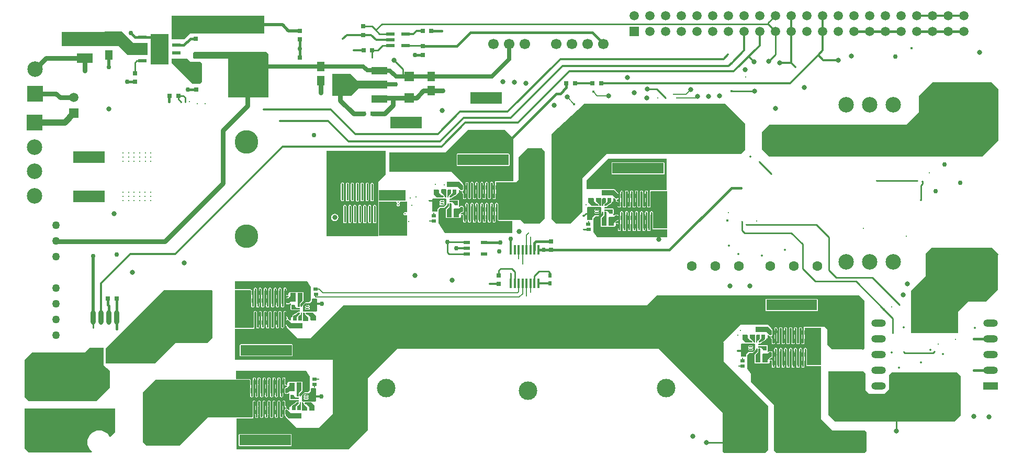
<source format=gtl>
G04 Layer_Physical_Order=1*
G04 Layer_Color=255*
%FSLAX25Y25*%
%MOIN*%
G70*
G01*
G75*
%ADD10R,0.03000X0.03000*%
%ADD11R,0.03000X0.03000*%
%ADD12O,0.09252X0.04724*%
%ADD13R,0.09252X0.04724*%
%ADD14R,0.28504X0.16732*%
%ADD15R,0.02500X0.02000*%
%ADD16R,0.05000X0.06000*%
G04:AMPARAMS|DCode=17|XSize=10.63mil|YSize=31.26mil|CornerRadius=2.66mil|HoleSize=0mil|Usage=FLASHONLY|Rotation=0.000|XOffset=0mil|YOffset=0mil|HoleType=Round|Shape=RoundedRectangle|*
%AMROUNDEDRECTD17*
21,1,0.01063,0.02594,0,0,0.0*
21,1,0.00532,0.03126,0,0,0.0*
1,1,0.00532,0.00266,-0.01297*
1,1,0.00532,-0.00266,-0.01297*
1,1,0.00532,-0.00266,0.01297*
1,1,0.00532,0.00266,0.01297*
%
%ADD17ROUNDEDRECTD17*%
G04:AMPARAMS|DCode=18|XSize=10.63mil|YSize=31.32mil|CornerRadius=2.66mil|HoleSize=0mil|Usage=FLASHONLY|Rotation=0.000|XOffset=0mil|YOffset=0mil|HoleType=Round|Shape=RoundedRectangle|*
%AMROUNDEDRECTD18*
21,1,0.01063,0.02600,0,0,0.0*
21,1,0.00532,0.03132,0,0,0.0*
1,1,0.00532,0.00266,-0.01300*
1,1,0.00532,-0.00266,-0.01300*
1,1,0.00532,-0.00266,0.01300*
1,1,0.00532,0.00266,0.01300*
%
%ADD18ROUNDEDRECTD18*%
%ADD19R,0.02000X0.02500*%
%ADD20C,0.00906*%
%ADD21R,0.10000X0.06000*%
%ADD22R,0.06000X0.10000*%
%ADD23O,0.01614X0.06299*%
%ADD24R,0.01614X0.06299*%
%ADD25R,0.05800X0.02200*%
%ADD26R,0.03937X0.02362*%
%ADD27R,0.09842X0.13780*%
%ADD28R,0.09842X0.05118*%
%ADD29R,0.11614X0.19291*%
%ADD30R,0.05709X0.02362*%
%ADD31R,0.21260X0.11417*%
%ADD32R,0.06000X0.06000*%
%ADD33R,0.20000X0.07500*%
%ADD34R,0.03150X0.09449*%
%ADD35O,0.03150X0.09449*%
%ADD36O,0.03150X0.09449*%
%ADD37R,0.06000X0.12500*%
%ADD38C,0.00600*%
%ADD39C,0.00800*%
%ADD40C,0.01050*%
%ADD41C,0.01000*%
%ADD42C,0.01200*%
%ADD43C,0.01500*%
%ADD44C,0.03000*%
%ADD45C,0.02500*%
%ADD46C,0.02000*%
%ADD47C,0.04000*%
%ADD48R,0.13300X0.16800*%
%ADD49R,0.32700X0.06800*%
%ADD50R,0.32300X0.06800*%
%ADD51C,0.03150*%
%ADD52C,0.14961*%
%ADD53R,0.06299X0.06299*%
%ADD54C,0.06299*%
%ADD55C,0.05905*%
%ADD56R,0.05905X0.05905*%
%ADD57R,0.09842X0.09842*%
%ADD58C,0.09842*%
%ADD59C,0.01968*%
%ADD60R,0.09842X0.09842*%
%ADD61C,0.11811*%
%ADD62C,0.06693*%
%ADD63R,0.05905X0.05905*%
%ADD64C,0.05000*%
%ADD65R,0.11811X0.29528*%
%ADD66C,0.01000*%
%ADD67C,0.01500*%
%ADD68C,0.03000*%
%ADD69C,0.01400*%
%ADD70C,0.01200*%
G36*
X186292Y88125D02*
X186292Y85125D01*
X183292Y85125D01*
X182892Y85525D01*
X182892Y87325D01*
X181292Y88925D01*
X180543D01*
X180282Y89226D01*
X180215Y89259D01*
X180174Y89322D01*
X179958Y89466D01*
X179867Y89602D01*
X179842Y89725D01*
X180119Y90203D01*
X180138Y90225D01*
X184192D01*
X186292Y88125D01*
D02*
G37*
G36*
X179288Y89787D02*
X179283Y89763D01*
X179357Y89391D01*
X179568Y89076D01*
X179873Y88872D01*
X180902Y87685D01*
X181402Y87185D01*
Y85285D01*
X181202Y85084D01*
X178333D01*
X178202Y85215D01*
X178202Y90285D01*
X178955D01*
X179288Y89787D01*
D02*
G37*
G36*
X175892Y90325D02*
X175992Y90225D01*
Y89325D01*
X174192Y87725D01*
X174192Y85325D01*
X171792D01*
Y88125D01*
X172592Y88625D01*
X173320Y89080D01*
X175092Y90325D01*
X175892Y90325D01*
D02*
G37*
G36*
X173192Y94725D02*
Y94425D01*
X174192Y93425D01*
X174993D01*
X175092Y93384D01*
X175092Y93384D01*
X175934D01*
X176092Y93225D01*
Y92525D01*
X175992Y92425D01*
X170792D01*
X170692Y92525D01*
Y95025D01*
X170792Y95125D01*
X172792D01*
X173192Y94725D01*
D02*
G37*
G36*
X177592Y85742D02*
X177175Y85325D01*
X175292D01*
X175092Y85525D01*
Y87801D01*
X176132Y88725D01*
X176192D01*
X176692Y89225D01*
Y90225D01*
X177592D01*
X177592Y85742D01*
D02*
G37*
G36*
X168792Y85625D02*
X170892Y83525D01*
X177792D01*
Y80125D01*
X169692Y80125D01*
X167692Y82125D01*
X167692Y85625D01*
X168792Y85625D01*
D02*
G37*
G36*
X469200Y75900D02*
Y73624D01*
X468160Y72700D01*
X468100D01*
X467600Y72200D01*
Y71200D01*
X466700D01*
X466700Y75683D01*
X467117Y76100D01*
X469000D01*
X469200Y75900D01*
D02*
G37*
G36*
X461400Y75900D02*
X461400Y74100D01*
X463000Y72500D01*
X463749D01*
X464010Y72199D01*
X464077Y72165D01*
X464119Y72103D01*
X464334Y71959D01*
X464426Y71823D01*
X464450Y71700D01*
X464174Y71222D01*
X464154Y71200D01*
X460100D01*
X458000Y73300D01*
X458000Y76300D01*
X461000Y76300D01*
X461400Y75900D01*
D02*
G37*
G36*
X475904Y101100D02*
X507900Y101100D01*
Y101100D01*
X532500Y101100D01*
X535800Y97800D01*
Y67700D01*
X534800Y66700D01*
X534500Y67000D01*
X515000D01*
X512100Y69900D01*
Y79700D01*
X510435Y81365D01*
X507900Y81365D01*
Y81365D01*
X497200Y81365D01*
Y80360D01*
X497158Y80150D01*
X497176Y80061D01*
X497153Y79947D01*
Y78741D01*
X497152Y78733D01*
Y76139D01*
X497153Y76132D01*
Y73504D01*
X497152Y73497D01*
Y70903D01*
X496662Y70800D01*
X496483D01*
X495993Y70903D01*
Y73497D01*
X495992Y73504D01*
Y76132D01*
X495993Y76139D01*
Y78733D01*
X495992Y78741D01*
Y80150D01*
X495916Y80530D01*
X495701Y80853D01*
X495378Y81068D01*
X494998Y81144D01*
X494617Y81068D01*
X494295Y80853D01*
X494079Y80530D01*
X494003Y80150D01*
Y78741D01*
X494002Y78733D01*
Y76139D01*
X494003Y76132D01*
Y73504D01*
X494002Y73497D01*
Y70903D01*
X493513Y70800D01*
X493333D01*
X492843Y70903D01*
Y73497D01*
X492842Y73504D01*
Y76132D01*
X492843Y76139D01*
Y78733D01*
X492842Y78741D01*
Y79852D01*
X492810Y80014D01*
X492837Y80150D01*
X492762Y80528D01*
X492547Y80849D01*
X492227Y81063D01*
X491848Y81139D01*
X491470Y81063D01*
X491149Y80849D01*
X490934Y80528D01*
X490859Y80150D01*
X490886Y80014D01*
X490854Y79852D01*
Y78741D01*
X490852Y78733D01*
Y76139D01*
X490854Y76132D01*
Y73504D01*
X490852Y73497D01*
Y70903D01*
X490363Y70800D01*
X489778D01*
X489694Y70903D01*
Y73497D01*
X489692Y73504D01*
Y76132D01*
X489694Y76139D01*
Y78733D01*
X489693Y78738D01*
X489693Y80149D01*
X489618Y80530D01*
X489402Y80852D01*
X489080Y81068D01*
X488700Y81144D01*
X488319Y81068D01*
X487997Y80853D01*
X487781Y80530D01*
X487705Y80150D01*
X487705Y78743D01*
X487703Y78733D01*
Y76139D01*
X487704Y76132D01*
Y73504D01*
X487703Y73497D01*
Y70903D01*
X487619Y70800D01*
X487034D01*
X486544Y70903D01*
Y73497D01*
X486543Y73504D01*
Y76132D01*
X486544Y76139D01*
Y78733D01*
X486543Y78741D01*
Y80151D01*
X486467Y80532D01*
X486252Y80854D01*
X485929Y81070D01*
X485549Y81145D01*
X485168Y81070D01*
X484846Y80854D01*
X484630Y80532D01*
X484555Y80151D01*
Y78741D01*
X484553Y78733D01*
Y76139D01*
X484555Y76132D01*
Y73504D01*
X484553Y73497D01*
Y70903D01*
X484064Y70800D01*
X483883D01*
X483395Y70903D01*
Y73497D01*
X483393Y73504D01*
Y76129D01*
X483395Y76136D01*
Y78736D01*
X483393Y78742D01*
X483394Y80149D01*
X483318Y80530D01*
X483103Y80852D01*
X482780Y81068D01*
X482400Y81144D01*
X482019Y81068D01*
X481697Y80853D01*
X481481Y80530D01*
X481406Y80150D01*
X481405Y78745D01*
X481404Y78736D01*
Y76136D01*
X481405Y76129D01*
Y73504D01*
X481404Y73497D01*
Y70903D01*
X480914Y70800D01*
X480294D01*
Y72050D01*
X480245Y72297D01*
Y73497D01*
X480244Y73504D01*
Y76132D01*
X480245Y76139D01*
Y77240D01*
X480294Y77487D01*
Y80000D01*
X480218Y80380D01*
X480003Y80703D01*
X479680Y80918D01*
X479300Y80994D01*
X478920Y80918D01*
X478597Y80703D01*
X478382Y80380D01*
X478306Y80000D01*
Y78994D01*
X478254Y78733D01*
Y76139D01*
X478256Y76132D01*
Y73504D01*
X478254Y73497D01*
Y70903D01*
X478170Y70800D01*
X477180D01*
X477096Y70903D01*
Y73497D01*
X477040Y73777D01*
X476882Y74013D01*
X476645Y74172D01*
X476500Y74200D01*
Y75213D01*
X476600Y75313D01*
X476944Y75456D01*
X477087Y75800D01*
Y76097D01*
X477096Y76139D01*
Y78733D01*
X477094Y78741D01*
Y78900D01*
X477087Y78935D01*
Y79300D01*
X476944Y79644D01*
X476500Y80089D01*
Y80500D01*
X474300Y82700D01*
X457000Y82700D01*
X445802Y71503D01*
X446100Y71230D01*
Y59300D01*
X474600Y30800D01*
Y2900D01*
X472669Y969D01*
X446257D01*
X445300Y1926D01*
Y26635D01*
X424027Y47908D01*
X404274Y67431D01*
D01*
X383353D01*
Y67431D01*
X238431Y67431D01*
X219600Y48600D01*
Y15500D01*
X207300Y3200D01*
X172892D01*
X135692Y3200D01*
X135692Y22935D01*
X146392Y22935D01*
Y23940D01*
X146434Y24150D01*
X146416Y24239D01*
X146439Y24353D01*
Y25303D01*
X146492Y25567D01*
Y28161D01*
X146439Y28424D01*
Y30539D01*
X146492Y30803D01*
Y33397D01*
X146576Y33500D01*
X147464D01*
X147548Y33397D01*
Y30803D01*
X147601Y30539D01*
Y28424D01*
X147548Y28161D01*
Y25567D01*
X147601Y25303D01*
Y24150D01*
X147676Y23770D01*
X147892Y23448D01*
X148214Y23232D01*
X148595Y23156D01*
X148975Y23232D01*
X149298Y23448D01*
X149513Y23770D01*
X149589Y24150D01*
Y25303D01*
X149641Y25567D01*
Y28161D01*
X149589Y28424D01*
Y30539D01*
X149641Y30803D01*
Y33397D01*
X149725Y33500D01*
X150613D01*
X150698Y33397D01*
Y30803D01*
X150750Y30539D01*
Y28424D01*
X150698Y28161D01*
Y25567D01*
X150750Y25303D01*
Y24448D01*
X150782Y24286D01*
X150755Y24150D01*
X150831Y23772D01*
X151045Y23451D01*
X151366Y23237D01*
X151744Y23161D01*
X152123Y23237D01*
X152444Y23451D01*
X152658Y23772D01*
X152733Y24150D01*
X152706Y24286D01*
X152738Y24448D01*
Y25303D01*
X152791Y25567D01*
Y28161D01*
X152738Y28424D01*
Y30539D01*
X152791Y30803D01*
Y33397D01*
X152875Y33500D01*
X153763D01*
X153847Y33397D01*
Y30803D01*
X153900Y30539D01*
Y28424D01*
X153847Y28161D01*
Y25567D01*
X153899Y25306D01*
X153899Y24151D01*
X153974Y23770D01*
X154190Y23448D01*
X154512Y23232D01*
X154893Y23156D01*
X155273Y23232D01*
X155596Y23447D01*
X155811Y23770D01*
X155887Y24150D01*
X155887Y25300D01*
X155940Y25567D01*
Y28161D01*
X155888Y28424D01*
Y30539D01*
X155940Y30803D01*
Y33397D01*
X156025Y33500D01*
X156913D01*
X156997Y33397D01*
Y30803D01*
X157049Y30539D01*
Y28424D01*
X156997Y28161D01*
Y25567D01*
X157049Y25303D01*
Y24149D01*
X157125Y23768D01*
X157341Y23446D01*
X157663Y23230D01*
X158044Y23155D01*
X158424Y23230D01*
X158746Y23446D01*
X158962Y23768D01*
X159038Y24149D01*
Y25303D01*
X159090Y25567D01*
Y28161D01*
X159038Y28424D01*
Y30539D01*
X159090Y30803D01*
Y33397D01*
X159174Y33500D01*
X160062D01*
X160147Y33397D01*
Y30803D01*
X160199Y30539D01*
Y28427D01*
X160147Y28164D01*
Y25564D01*
X160199Y25302D01*
X160198Y24151D01*
X160274Y23770D01*
X160490Y23448D01*
X160812Y23232D01*
X161193Y23156D01*
X161573Y23232D01*
X161895Y23447D01*
X162111Y23770D01*
X162187Y24150D01*
X162187Y25299D01*
X162240Y25564D01*
Y28164D01*
X162187Y28427D01*
Y30539D01*
X162240Y30803D01*
Y33397D01*
X162324Y33500D01*
X163212D01*
X163296Y33397D01*
Y30803D01*
X163349Y30539D01*
Y28424D01*
X163296Y28161D01*
Y25567D01*
X163349Y25303D01*
Y24489D01*
X163311Y24300D01*
X163386Y23922D01*
X163601Y23601D01*
X163921Y23386D01*
X164300Y23311D01*
X164679Y23386D01*
X164999Y23601D01*
X165009Y23615D01*
X165046Y23640D01*
X165261Y23962D01*
X165337Y24343D01*
Y25303D01*
X165389Y25567D01*
Y28161D01*
X165337Y28424D01*
Y30539D01*
X165389Y30803D01*
Y33397D01*
X165474Y33500D01*
X166361D01*
X166446Y33397D01*
Y30803D01*
X166505Y30504D01*
X166674Y30251D01*
X166928Y30081D01*
X167092Y30049D01*
Y29087D01*
X166992Y28987D01*
X166648Y28844D01*
X166505Y28500D01*
Y28460D01*
X166446Y28161D01*
Y25567D01*
X166505Y25268D01*
Y25000D01*
X166648Y24656D01*
X167092Y24211D01*
Y23800D01*
X173992Y16900D01*
X188000D01*
X197000Y25900D01*
Y60300D01*
X173242D01*
X173219Y60325D01*
X134700Y60325D01*
X134700Y80059D01*
X147092Y80059D01*
Y81065D01*
X147134Y81275D01*
X147116Y81364D01*
X147139Y81478D01*
Y82684D01*
X147141Y82691D01*
Y85286D01*
X147139Y85293D01*
Y87920D01*
X147141Y87928D01*
Y90522D01*
X147630Y90625D01*
X147810D01*
X148299Y90522D01*
Y87928D01*
X148301Y87920D01*
Y85293D01*
X148299Y85286D01*
Y82691D01*
X148301Y82684D01*
Y81275D01*
X148376Y80895D01*
X148592Y80572D01*
X148914Y80357D01*
X149295Y80281D01*
X149675Y80357D01*
X149998Y80572D01*
X150213Y80895D01*
X150289Y81275D01*
Y82684D01*
X150290Y82691D01*
Y85286D01*
X150289Y85293D01*
Y87920D01*
X150290Y87928D01*
Y90522D01*
X150779Y90625D01*
X150959D01*
X151449Y90522D01*
Y87928D01*
X151450Y87920D01*
Y85293D01*
X151449Y85286D01*
Y82691D01*
X151450Y82684D01*
Y81573D01*
X151482Y81411D01*
X151455Y81275D01*
X151531Y80897D01*
X151745Y80576D01*
X152066Y80361D01*
X152444Y80286D01*
X152823Y80361D01*
X153144Y80576D01*
X153358Y80897D01*
X153433Y81275D01*
X153406Y81411D01*
X153438Y81573D01*
Y82684D01*
X153440Y82691D01*
Y85286D01*
X153438Y85293D01*
Y87920D01*
X153440Y87928D01*
Y90522D01*
X153929Y90625D01*
X154514D01*
X154598Y90522D01*
Y87928D01*
X154600Y87920D01*
Y85293D01*
X154598Y85286D01*
Y82691D01*
X154599Y82686D01*
X154599Y81275D01*
X154674Y80895D01*
X154890Y80572D01*
X155212Y80357D01*
X155593Y80281D01*
X155973Y80357D01*
X156296Y80572D01*
X156511Y80895D01*
X156587Y81275D01*
X156588Y82682D01*
X156589Y82691D01*
Y85286D01*
X156588Y85293D01*
Y87920D01*
X156589Y87928D01*
Y90522D01*
X156674Y90625D01*
X157259D01*
X157748Y90522D01*
Y87928D01*
X157749Y87920D01*
Y85293D01*
X157748Y85286D01*
Y82691D01*
X157749Y82684D01*
Y81274D01*
X157825Y80893D01*
X158041Y80571D01*
X158363Y80355D01*
X158744Y80279D01*
X159124Y80355D01*
X159446Y80571D01*
X159662Y80893D01*
X159738Y81274D01*
Y82684D01*
X159739Y82691D01*
Y85286D01*
X159738Y85293D01*
Y87920D01*
X159739Y87928D01*
Y90522D01*
X160228Y90625D01*
X160409D01*
X160898Y90522D01*
Y87928D01*
X160899Y87920D01*
Y85296D01*
X160898Y85289D01*
Y82689D01*
X160899Y82683D01*
X160898Y81275D01*
X160974Y80895D01*
X161190Y80572D01*
X161512Y80357D01*
X161892Y80281D01*
X162273Y80357D01*
X162595Y80572D01*
X162811Y80895D01*
X162887Y81275D01*
X162887Y82680D01*
X162889Y82689D01*
Y85289D01*
X162887Y85296D01*
Y87920D01*
X162889Y87928D01*
Y90522D01*
X163378Y90625D01*
X163998D01*
Y89374D01*
X164047Y89128D01*
Y87928D01*
X164049Y87920D01*
Y85293D01*
X164047Y85286D01*
Y84184D01*
X163998Y83938D01*
Y81425D01*
X164074Y81044D01*
X164289Y80722D01*
X164612Y80506D01*
X164992Y80431D01*
X165373Y80506D01*
X165695Y80722D01*
X165911Y81044D01*
X165986Y81425D01*
Y82431D01*
X166038Y82691D01*
Y85286D01*
X166037Y85293D01*
Y87920D01*
X166038Y87928D01*
Y90522D01*
X166123Y90625D01*
X167113D01*
X167197Y90522D01*
Y87928D01*
X167252Y87648D01*
X167411Y87411D01*
X167647Y87253D01*
X167792Y87225D01*
Y86212D01*
X167692Y86112D01*
X167348Y85969D01*
X167205Y85625D01*
Y85328D01*
X167197Y85286D01*
Y82691D01*
X167198Y82684D01*
Y82525D01*
X167205Y82490D01*
Y82125D01*
X167348Y81780D01*
X167792Y81336D01*
Y80925D01*
X174692Y74025D01*
Y74000D01*
X182800D01*
X203800Y95000D01*
X222900D01*
X388495Y95000D01*
X388495Y95000D01*
X397500D01*
X403600Y101100D01*
X412300D01*
X475904Y101100D01*
Y101100D01*
D02*
G37*
G36*
X621300Y127200D02*
X620900Y126800D01*
Y104900D01*
X620800D01*
X613200Y97300D01*
X602000D01*
X595600Y90900D01*
X595600Y77100D01*
X565600D01*
X565600Y104100D01*
X574700Y113200D01*
X574700Y128000D01*
X575000D01*
X578600Y131600D01*
X616900D01*
X621300Y127200D01*
D02*
G37*
G36*
X474600Y81300D02*
X476600Y79300D01*
X476600Y75800D01*
X475500Y75800D01*
X473400Y77900D01*
X466500D01*
Y81300D01*
X474600Y81300D01*
D02*
G37*
G36*
X271000Y159557D02*
X271000Y158050D01*
X269100Y156150D01*
X269100Y150450D01*
X278000D01*
X278700Y151150D01*
Y151792D01*
X278711Y151931D01*
X278950Y152307D01*
X279182Y152354D01*
X279618D01*
X279755Y152326D01*
X279831Y152276D01*
X279881Y152200D01*
X279908Y152063D01*
Y149516D01*
X279925Y149475D01*
X279916Y149432D01*
X279981Y149330D01*
Y148650D01*
X279991Y148599D01*
X279986Y148573D01*
X280061Y148194D01*
X280276Y147873D01*
X280596Y147659D01*
X280975Y147584D01*
X281353Y147659D01*
X281674Y147873D01*
X281889Y148194D01*
X281964Y148573D01*
X281959Y148599D01*
X281969Y148650D01*
Y149330D01*
X282034Y149432D01*
X282024Y149475D01*
X282041Y149516D01*
Y152111D01*
X282040Y152113D01*
X282043Y152118D01*
Y154746D01*
X282040Y154751D01*
X282041Y154753D01*
Y157347D01*
X282040Y157349D01*
X282043Y157354D01*
Y157950D01*
X283057D01*
Y157354D01*
X283059Y157349D01*
X283058Y157347D01*
Y156153D01*
X283074Y156114D01*
X283067Y156078D01*
X283069Y156068D01*
X283067Y156058D01*
X283074Y156023D01*
X283058Y155983D01*
Y154753D01*
X283059Y154751D01*
X283057Y154746D01*
Y152118D01*
X283059Y152113D01*
X283058Y152111D01*
Y149516D01*
X283075Y149475D01*
X283065Y149432D01*
X283130Y149330D01*
Y148650D01*
X283140Y148599D01*
X283135Y148573D01*
X283211Y148194D01*
X283425Y147873D01*
X283746Y147659D01*
X284124Y147584D01*
X284503Y147659D01*
X284824Y147873D01*
X285038Y148194D01*
X285113Y148573D01*
X285108Y148599D01*
X285119Y148650D01*
Y149330D01*
X285183Y149432D01*
X285174Y149475D01*
X285191Y149516D01*
Y152111D01*
X285190Y152113D01*
X285192Y152118D01*
Y154743D01*
X285190Y154748D01*
X285191Y154750D01*
Y157350D01*
X285190Y157352D01*
X285192Y157357D01*
Y157950D01*
X286206D01*
Y157357D01*
X286208Y157352D01*
X286208Y157350D01*
Y154750D01*
X286208Y154748D01*
X286206Y154743D01*
Y152118D01*
X286208Y152113D01*
X286208Y152111D01*
Y149516D01*
X286225Y149475D01*
X286215Y149432D01*
X286280Y149330D01*
Y148576D01*
X286356Y148196D01*
X286571Y147873D01*
X286894Y147658D01*
X287274Y147582D01*
X287654Y147658D01*
X287977Y147873D01*
X288192Y148196D01*
X288268Y148576D01*
Y149330D01*
X288333Y149432D01*
X288323Y149475D01*
X288340Y149516D01*
Y152111D01*
X288340Y152113D01*
X288342Y152118D01*
Y154746D01*
X288340Y154751D01*
X288340Y154753D01*
Y157347D01*
X288340Y157349D01*
X288342Y157354D01*
Y157950D01*
X289356D01*
Y157354D01*
X289358Y157349D01*
X289357Y157347D01*
Y154753D01*
X289358Y154751D01*
X289356Y154746D01*
Y152118D01*
X289358Y152113D01*
X289357Y152111D01*
Y149516D01*
X289374Y149475D01*
X289365Y149432D01*
X289429Y149330D01*
Y148574D01*
X289505Y148193D01*
X289721Y147871D01*
X290043Y147655D01*
X290424Y147580D01*
X290804Y147655D01*
X291126Y147871D01*
X291342Y148193D01*
X291418Y148574D01*
Y149330D01*
X291483Y149432D01*
X291473Y149475D01*
X291490Y149516D01*
Y152111D01*
X291489Y152113D01*
X291491Y152118D01*
Y154746D01*
X291489Y154751D01*
X291490Y154753D01*
Y157347D01*
X291489Y157349D01*
X291491Y157354D01*
Y157950D01*
X292506D01*
Y157354D01*
X292508Y157349D01*
X292507Y157347D01*
Y154753D01*
X292508Y154751D01*
X292506Y154746D01*
Y152118D01*
X292508Y152113D01*
X292507Y152111D01*
Y149516D01*
X292524Y149475D01*
X292514Y149432D01*
X292579Y149330D01*
Y148577D01*
X292655Y148196D01*
X292870Y147874D01*
X293193Y147658D01*
X293573Y147583D01*
X293954Y147658D01*
X294276Y147874D01*
X294492Y148196D01*
X294567Y148577D01*
Y149330D01*
X294632Y149432D01*
X294623Y149475D01*
X294640Y149516D01*
Y152111D01*
X294639Y152113D01*
X294641Y152118D01*
Y154746D01*
X294639Y154751D01*
X294640Y154753D01*
Y157347D01*
X294639Y157349D01*
X294641Y157354D01*
Y157950D01*
X295655D01*
Y157354D01*
X295657Y157349D01*
X295656Y157347D01*
Y154753D01*
X295657Y154751D01*
X295655Y154746D01*
Y152118D01*
X295657Y152113D01*
X295656Y152111D01*
Y149516D01*
X295673Y149475D01*
X295664Y149432D01*
X295729Y149330D01*
Y148573D01*
X295804Y148192D01*
X296020Y147870D01*
X296342Y147654D01*
X296723Y147579D01*
X297103Y147654D01*
X297426Y147870D01*
X297641Y148192D01*
X297717Y148573D01*
Y149330D01*
X297782Y149432D01*
X297772Y149475D01*
X297789Y149516D01*
Y152111D01*
X297788Y152113D01*
X297791Y152118D01*
Y154746D01*
X297788Y154751D01*
X297789Y154753D01*
Y157347D01*
X297788Y157349D01*
X297791Y157354D01*
Y157950D01*
X298805D01*
Y157354D01*
X298807Y157349D01*
X298806Y157347D01*
Y154753D01*
X298807Y154751D01*
X298805Y154746D01*
Y152118D01*
X298807Y152113D01*
X298806Y152111D01*
Y149516D01*
X298823Y149475D01*
X298814Y149432D01*
X298878Y149330D01*
Y148578D01*
X298954Y148197D01*
X299169Y147875D01*
X299492Y147659D01*
X299872Y147583D01*
X300253Y147659D01*
X300575Y147875D01*
X300791Y148197D01*
X300867Y148578D01*
Y149330D01*
X300931Y149432D01*
X300922Y149475D01*
X300939Y149516D01*
Y152111D01*
X300938Y152113D01*
X300940Y152118D01*
Y154746D01*
X300938Y154751D01*
X300939Y154753D01*
Y157347D01*
X300938Y157349D01*
X300940Y157354D01*
Y157950D01*
X301954D01*
Y157354D01*
X301956Y157349D01*
X301956Y157347D01*
Y154753D01*
X301956Y154751D01*
X301954Y154746D01*
Y152118D01*
X301956Y152113D01*
X301956Y152111D01*
Y149516D01*
X301973Y149475D01*
X301963Y149432D01*
X302042Y149308D01*
X302098Y149172D01*
X302139Y149155D01*
X302163Y149118D01*
X302544Y148851D01*
X302688Y148819D01*
X302823Y148763D01*
X311400D01*
Y140900D01*
X268480D01*
X264500Y147133D01*
X264500Y155850D01*
X265700Y157050D01*
X268200Y157050D01*
X270000Y158850D01*
X270000Y159557D01*
X270418Y159975D01*
X270582D01*
X271000Y159557D01*
D02*
G37*
G36*
X230700Y178400D02*
X226000Y173700D01*
X226000Y139000D01*
X193200Y139000D01*
X193200Y193200D01*
X230700D01*
Y178400D01*
D02*
G37*
G36*
X371500Y154100D02*
Y145500D01*
X368300Y145500D01*
X368300Y150500D01*
X370100Y152300D01*
X370100Y154400D01*
X370200Y154500D01*
X371100D01*
X371500Y154100D01*
D02*
G37*
G36*
X459800Y210300D02*
X459800Y193900D01*
X457300Y191400D01*
X371400D01*
X356000Y176000D01*
X356000Y154300D01*
X348600Y146900D01*
X339400Y146900D01*
X336400Y149900D01*
Y204000D01*
X357600Y223100D01*
X447000D01*
X459800Y210300D01*
D02*
G37*
G36*
X378500Y152100D02*
Y149100D01*
X378400Y149000D01*
X377700D01*
X376100Y147400D01*
X376100Y145600D01*
X372800Y145600D01*
X372800Y150800D01*
X373200Y151200D01*
X376100D01*
X377100Y152200D01*
X378400D01*
X378500Y152100D01*
D02*
G37*
G36*
X369600Y154107D02*
X369600Y152600D01*
X367700Y150700D01*
X367700Y145000D01*
X376600D01*
X377300Y145700D01*
Y146342D01*
X377311Y146481D01*
X377550Y146858D01*
X377782Y146904D01*
X378218D01*
X378355Y146876D01*
X378431Y146826D01*
X378481Y146750D01*
X378508Y146613D01*
Y144067D01*
X378525Y144025D01*
X378516Y143982D01*
X378581Y143880D01*
Y143200D01*
X378591Y143149D01*
X378586Y143123D01*
X378661Y142744D01*
X378875Y142423D01*
X379196Y142209D01*
X379575Y142134D01*
X379953Y142209D01*
X380274Y142423D01*
X380488Y142744D01*
X380564Y143123D01*
X380559Y143149D01*
X380569Y143200D01*
Y143880D01*
X380634Y143982D01*
X380624Y144025D01*
X380641Y144067D01*
Y146661D01*
X380640Y146663D01*
X380643Y146668D01*
Y149296D01*
X380640Y149301D01*
X380641Y149303D01*
Y151897D01*
X380640Y151899D01*
X380643Y151904D01*
Y152500D01*
X381657D01*
Y151904D01*
X381659Y151899D01*
X381658Y151897D01*
Y150703D01*
X381674Y150664D01*
X381667Y150628D01*
X381669Y150618D01*
X381667Y150608D01*
X381674Y150573D01*
X381658Y150533D01*
Y149303D01*
X381659Y149301D01*
X381657Y149296D01*
Y146668D01*
X381659Y146663D01*
X381658Y146661D01*
Y144067D01*
X381675Y144025D01*
X381665Y143982D01*
X381730Y143880D01*
Y143200D01*
X381740Y143149D01*
X381735Y143123D01*
X381811Y142744D01*
X382025Y142423D01*
X382346Y142209D01*
X382724Y142134D01*
X383103Y142209D01*
X383424Y142423D01*
X383638Y142744D01*
X383713Y143123D01*
X383708Y143149D01*
X383718Y143200D01*
Y143880D01*
X383783Y143982D01*
X383774Y144025D01*
X383791Y144067D01*
Y146661D01*
X383790Y146663D01*
X383792Y146668D01*
Y149293D01*
X383790Y149298D01*
X383791Y149300D01*
Y151900D01*
X383790Y151902D01*
X383792Y151907D01*
Y152500D01*
X384806D01*
Y151907D01*
X384808Y151902D01*
X384808Y151900D01*
Y149300D01*
X384808Y149298D01*
X384806Y149293D01*
Y146668D01*
X384808Y146663D01*
X384808Y146661D01*
Y144067D01*
X384825Y144025D01*
X384815Y143982D01*
X384880Y143880D01*
Y143126D01*
X384956Y142746D01*
X385171Y142423D01*
X385494Y142208D01*
X385874Y142132D01*
X386254Y142208D01*
X386577Y142423D01*
X386792Y142746D01*
X386868Y143126D01*
Y143880D01*
X386933Y143982D01*
X386923Y144025D01*
X386940Y144067D01*
Y146661D01*
X386940Y146663D01*
X386942Y146668D01*
Y149296D01*
X386940Y149301D01*
X386940Y149303D01*
Y151897D01*
X386940Y151899D01*
X386942Y151904D01*
Y152500D01*
X387956D01*
Y151904D01*
X387958Y151899D01*
X387957Y151897D01*
Y149303D01*
X387958Y149301D01*
X387956Y149296D01*
Y146668D01*
X387958Y146663D01*
X387957Y146661D01*
Y144067D01*
X387974Y144025D01*
X387965Y143982D01*
X388030Y143880D01*
Y143124D01*
X388105Y142743D01*
X388321Y142421D01*
X388643Y142205D01*
X389024Y142130D01*
X389404Y142205D01*
X389726Y142421D01*
X389942Y142743D01*
X390018Y143124D01*
Y143880D01*
X390083Y143982D01*
X390073Y144025D01*
X390090Y144067D01*
Y146661D01*
X390089Y146663D01*
X390091Y146668D01*
Y149296D01*
X390089Y149301D01*
X390090Y149303D01*
Y151897D01*
X390089Y151899D01*
X390091Y151904D01*
Y152500D01*
X391106D01*
Y151904D01*
X391108Y151899D01*
X391107Y151897D01*
Y149303D01*
X391108Y149301D01*
X391106Y149296D01*
Y146668D01*
X391108Y146663D01*
X391107Y146661D01*
Y144067D01*
X391124Y144025D01*
X391114Y143982D01*
X391179Y143880D01*
Y143127D01*
X391255Y142746D01*
X391470Y142424D01*
X391793Y142208D01*
X392173Y142133D01*
X392554Y142208D01*
X392876Y142424D01*
X393092Y142746D01*
X393167Y143127D01*
Y143880D01*
X393232Y143982D01*
X393223Y144025D01*
X393240Y144067D01*
Y146661D01*
X393239Y146663D01*
X393241Y146668D01*
Y149296D01*
X393239Y149301D01*
X393240Y149303D01*
Y151897D01*
X393239Y151899D01*
X393241Y151904D01*
Y152500D01*
X394255D01*
Y151904D01*
X394257Y151899D01*
X394256Y151897D01*
Y149303D01*
X394257Y149301D01*
X394255Y149296D01*
Y146668D01*
X394257Y146663D01*
X394256Y146661D01*
Y144067D01*
X394273Y144025D01*
X394264Y143982D01*
X394329Y143880D01*
Y143123D01*
X394404Y142742D01*
X394620Y142420D01*
X394942Y142204D01*
X395323Y142129D01*
X395703Y142204D01*
X396026Y142420D01*
X396241Y142742D01*
X396317Y143123D01*
Y143880D01*
X396382Y143982D01*
X396372Y144025D01*
X396389Y144067D01*
Y146661D01*
X396388Y146663D01*
X396391Y146668D01*
Y149296D01*
X396388Y149301D01*
X396389Y149303D01*
Y151897D01*
X396388Y151899D01*
X396391Y151904D01*
Y152500D01*
X397405D01*
Y151904D01*
X397407Y151899D01*
X397406Y151897D01*
Y149303D01*
X397407Y149301D01*
X397405Y149296D01*
Y146668D01*
X397407Y146663D01*
X397406Y146661D01*
Y144067D01*
X397423Y144025D01*
X397413Y143982D01*
X397478Y143880D01*
Y143128D01*
X397554Y142747D01*
X397769Y142425D01*
X398092Y142209D01*
X398472Y142133D01*
X398853Y142209D01*
X399175Y142425D01*
X399391Y142747D01*
X399466Y143128D01*
Y143880D01*
X399531Y143982D01*
X399522Y144025D01*
X399539Y144067D01*
Y146661D01*
X399538Y146663D01*
X399540Y146668D01*
Y149296D01*
X399538Y149301D01*
X399539Y149303D01*
Y151897D01*
X399538Y151899D01*
X399540Y151904D01*
Y152500D01*
X400554D01*
Y151904D01*
X400556Y151899D01*
X400556Y151897D01*
Y149303D01*
X400556Y149301D01*
X400554Y149296D01*
Y146668D01*
X400556Y146663D01*
X400556Y146661D01*
Y144067D01*
X400573Y144025D01*
X400563Y143982D01*
X400642Y143858D01*
X400698Y143722D01*
X400739Y143705D01*
X400763Y143667D01*
X401144Y143401D01*
X401288Y143369D01*
X401424Y143313D01*
X410000D01*
Y138100D01*
X365388D01*
X363100Y141683D01*
X363100Y150400D01*
X364300Y151600D01*
X366400Y151600D01*
X367933Y153133D01*
X368163Y153287D01*
X368318Y153517D01*
X368600Y153800D01*
X368600Y154107D01*
X369018Y154525D01*
X369182D01*
X369600Y154107D01*
D02*
G37*
G36*
X183092Y106742D02*
X183092Y98024D01*
X181892Y96825D01*
X179792Y96825D01*
X178259Y95292D01*
X178029Y95138D01*
X177875Y94907D01*
X177592Y94625D01*
X177592Y94318D01*
X177174Y93900D01*
X177010D01*
X176592Y94318D01*
X176592Y95825D01*
X178492Y97725D01*
X178492Y103425D01*
X169592D01*
X168892Y102725D01*
Y102083D01*
X168882Y101944D01*
X168642Y101567D01*
X168410Y101521D01*
X167974D01*
X167837Y101548D01*
X167762Y101599D01*
X167711Y101674D01*
X167684Y101812D01*
Y104358D01*
X167667Y104399D01*
X167676Y104443D01*
X167612Y104545D01*
Y105225D01*
X167601Y105276D01*
X167606Y105302D01*
X167531Y105680D01*
X167317Y106001D01*
X166996Y106216D01*
X166618Y106291D01*
X166239Y106216D01*
X165918Y106001D01*
X165704Y105680D01*
X165629Y105302D01*
X165634Y105276D01*
X165623Y105225D01*
Y104545D01*
X165559Y104443D01*
X165568Y104399D01*
X165551Y104358D01*
Y101764D01*
X165552Y101762D01*
X165550Y101757D01*
Y99129D01*
X165552Y99124D01*
X165551Y99122D01*
Y96527D01*
X165552Y96526D01*
X165550Y96521D01*
Y95925D01*
X164536D01*
Y96521D01*
X164533Y96526D01*
X164534Y96527D01*
Y97722D01*
X164518Y97761D01*
X164525Y97796D01*
X164523Y97807D01*
X164525Y97817D01*
X164518Y97852D01*
X164534Y97891D01*
Y99122D01*
X164533Y99124D01*
X164536Y99129D01*
Y101757D01*
X164533Y101762D01*
X164534Y101764D01*
Y104358D01*
X164517Y104399D01*
X164527Y104443D01*
X164462Y104545D01*
Y105225D01*
X164452Y105276D01*
X164457Y105302D01*
X164382Y105680D01*
X164167Y106001D01*
X163846Y106216D01*
X163468Y106291D01*
X163089Y106216D01*
X162769Y106001D01*
X162554Y105680D01*
X162479Y105302D01*
X162484Y105276D01*
X162474Y105225D01*
Y104545D01*
X162409Y104443D01*
X162419Y104399D01*
X162401Y104358D01*
Y101764D01*
X162402Y101762D01*
X162400Y101757D01*
Y99132D01*
X162402Y99127D01*
X162401Y99125D01*
Y96525D01*
X162402Y96523D01*
X162400Y96518D01*
Y95925D01*
X161386D01*
Y96518D01*
X161384Y96523D01*
X161385Y96525D01*
Y99125D01*
X161384Y99127D01*
X161386Y99132D01*
Y101757D01*
X161384Y101762D01*
X161385Y101764D01*
Y104358D01*
X161368Y104399D01*
X161377Y104443D01*
X161312Y104545D01*
Y105299D01*
X161237Y105679D01*
X161021Y106002D01*
X160699Y106217D01*
X160318Y106293D01*
X159938Y106217D01*
X159615Y106002D01*
X159400Y105679D01*
X159324Y105299D01*
Y104545D01*
X159259Y104443D01*
X159269Y104399D01*
X159252Y104358D01*
Y101764D01*
X159253Y101762D01*
X159250Y101757D01*
Y99129D01*
X159253Y99124D01*
X159252Y99122D01*
Y96527D01*
X159253Y96526D01*
X159250Y96521D01*
Y95925D01*
X158237D01*
Y96521D01*
X158234Y96526D01*
X158235Y96527D01*
Y99122D01*
X158234Y99124D01*
X158237Y99129D01*
Y101757D01*
X158234Y101762D01*
X158235Y101764D01*
Y104358D01*
X158218Y104399D01*
X158228Y104443D01*
X158163Y104545D01*
Y105301D01*
X158087Y105682D01*
X157872Y106004D01*
X157549Y106220D01*
X157169Y106295D01*
X156788Y106220D01*
X156466Y106004D01*
X156250Y105682D01*
X156175Y105301D01*
Y104545D01*
X156110Y104443D01*
X156119Y104399D01*
X156102Y104358D01*
Y101764D01*
X156103Y101762D01*
X156101Y101757D01*
Y99129D01*
X156103Y99124D01*
X156102Y99122D01*
Y96527D01*
X156103Y96526D01*
X156101Y96521D01*
Y95925D01*
X155087D01*
Y96521D01*
X155085Y96526D01*
X155085Y96527D01*
Y99122D01*
X155085Y99124D01*
X155087Y99129D01*
Y101757D01*
X155085Y101762D01*
X155085Y101764D01*
Y104358D01*
X155068Y104399D01*
X155078Y104443D01*
X155013Y104545D01*
Y105298D01*
X154938Y105678D01*
X154722Y106001D01*
X154400Y106217D01*
X154019Y106292D01*
X153639Y106217D01*
X153316Y106001D01*
X153101Y105678D01*
X153025Y105298D01*
Y104545D01*
X152960Y104443D01*
X152970Y104399D01*
X152953Y104358D01*
Y101764D01*
X152954Y101762D01*
X152951Y101757D01*
Y99129D01*
X152954Y99124D01*
X152953Y99122D01*
Y96527D01*
X152954Y96526D01*
X152951Y96521D01*
Y95925D01*
X151937D01*
Y96521D01*
X151935Y96526D01*
X151936Y96527D01*
Y99122D01*
X151935Y99124D01*
X151937Y99129D01*
Y101757D01*
X151935Y101762D01*
X151936Y101764D01*
Y104358D01*
X151919Y104399D01*
X151928Y104443D01*
X151864Y104545D01*
Y105302D01*
X151788Y105682D01*
X151572Y106005D01*
X151250Y106220D01*
X150870Y106296D01*
X150489Y106220D01*
X150167Y106005D01*
X149951Y105682D01*
X149875Y105302D01*
Y104545D01*
X149811Y104443D01*
X149820Y104399D01*
X149803Y104358D01*
Y101764D01*
X149804Y101762D01*
X149802Y101757D01*
Y99129D01*
X149804Y99124D01*
X149803Y99122D01*
Y96527D01*
X149804Y96526D01*
X149802Y96521D01*
Y95925D01*
X148788D01*
Y96521D01*
X148785Y96526D01*
X148786Y96527D01*
Y99122D01*
X148785Y99124D01*
X148788Y99129D01*
Y101757D01*
X148785Y101762D01*
X148786Y101764D01*
Y104358D01*
X148769Y104399D01*
X148779Y104443D01*
X148714Y104545D01*
Y105297D01*
X148638Y105678D01*
X148423Y106000D01*
X148100Y106216D01*
X147720Y106291D01*
X147339Y106216D01*
X147017Y106000D01*
X146801Y105678D01*
X146726Y105297D01*
Y104545D01*
X146661Y104443D01*
X146671Y104399D01*
X146653Y104358D01*
Y101764D01*
X146654Y101762D01*
X146652Y101757D01*
Y99129D01*
X146654Y99124D01*
X146653Y99122D01*
Y96527D01*
X146654Y96526D01*
X146652Y96521D01*
Y95925D01*
X145638D01*
Y96521D01*
X145636Y96526D01*
X145637Y96527D01*
Y99122D01*
X145636Y99124D01*
X145638Y99129D01*
Y101757D01*
X145636Y101762D01*
X145637Y101764D01*
Y104358D01*
X145620Y104399D01*
X145629Y104443D01*
X145550Y104567D01*
X145494Y104703D01*
X145453Y104720D01*
X145429Y104757D01*
X145048Y105024D01*
X144905Y105056D01*
X144769Y105112D01*
X134900D01*
X134800Y105179D01*
Y110325D01*
X180804D01*
X183092Y106742D01*
D02*
G37*
G36*
X167197Y104358D02*
Y101764D01*
X167252Y101485D01*
X167411Y101248D01*
X167647Y101090D01*
X167927Y101034D01*
X168458D01*
X168737Y101090D01*
X168809Y101137D01*
X169128Y100749D01*
X168230Y99852D01*
X167927D01*
X167764Y99820D01*
X167700D01*
X167356Y99677D01*
X167213Y99332D01*
Y99203D01*
X167197Y99122D01*
Y96527D01*
X167213Y96447D01*
Y96317D01*
X167213Y96317D01*
X167356Y95973D01*
X167356Y95973D01*
X167448Y95880D01*
X167792Y95738D01*
X169092D01*
X169437Y95880D01*
X169830Y96274D01*
X170292Y96083D01*
Y95235D01*
X170205Y95025D01*
Y92525D01*
X170292Y92315D01*
Y91825D01*
X176192D01*
Y91188D01*
X175692Y90812D01*
X175092Y90812D01*
X174956Y90755D01*
X174812Y90723D01*
X173051Y89486D01*
X171534Y88538D01*
X171501Y88491D01*
X171448Y88469D01*
X171396Y88344D01*
X171318Y88234D01*
X171327Y88178D01*
X171305Y88125D01*
Y87902D01*
X170605Y87425D01*
X170292D01*
Y85467D01*
X169830Y85276D01*
X169137Y85969D01*
X168792Y86112D01*
X168346D01*
X168279Y86212D01*
Y87225D01*
X168225Y87356D01*
X168211Y87425D01*
D01*
X168197Y87495D01*
X168156Y87523D01*
X168137Y87569D01*
X168005Y87623D01*
X167887Y87702D01*
X167837Y87712D01*
X167762Y87763D01*
X167711Y87838D01*
X167684Y87976D01*
Y90522D01*
X167621Y90674D01*
X167573Y90831D01*
X167489Y90934D01*
X167467Y90946D01*
X167457Y90969D01*
X167441Y90976D01*
X167399Y91038D01*
X167163Y91196D01*
X166883Y91252D01*
X166352D01*
X166072Y91196D01*
X165836Y91038D01*
X165794Y90976D01*
X165778Y90969D01*
X165768Y90946D01*
X165746Y90934D01*
X165662Y90831D01*
X165614Y90674D01*
X165551Y90522D01*
Y87928D01*
X165552Y87926D01*
X165550Y87920D01*
Y85293D01*
X165552Y85288D01*
X165551Y85286D01*
Y82739D01*
X165509Y82526D01*
X165518Y82477D01*
X165499Y82431D01*
Y81473D01*
X165452Y81234D01*
X165344Y81073D01*
X165183Y80965D01*
X164992Y80927D01*
X164802Y80965D01*
X164640Y81073D01*
X164533Y81234D01*
X164485Y81473D01*
Y83890D01*
X164525Y84089D01*
X164515Y84138D01*
X164534Y84184D01*
Y85286D01*
X164533Y85288D01*
X164536Y85293D01*
Y87920D01*
X164533Y87926D01*
X164534Y87928D01*
Y89128D01*
X164515Y89174D01*
X164525Y89223D01*
X164485Y89422D01*
Y90625D01*
X164343Y90969D01*
X164278Y90996D01*
X164250Y91038D01*
X164013Y91196D01*
X163734Y91252D01*
X163202D01*
X162923Y91196D01*
X162686Y91038D01*
X162582Y90882D01*
X162544Y90867D01*
X162524Y90818D01*
X162481Y90788D01*
X162455Y90651D01*
X162401Y90522D01*
Y87928D01*
X162402Y87926D01*
X162400Y87920D01*
Y85296D01*
X162402Y85290D01*
X162401Y85289D01*
Y82689D01*
X162402Y82687D01*
X162400Y82680D01*
X162400Y81323D01*
X162352Y81085D01*
X162244Y80923D01*
X162083Y80816D01*
X161892Y80778D01*
X161702Y80816D01*
X161541Y80923D01*
X161433Y81085D01*
X161386Y81323D01*
X161386Y82683D01*
X161384Y82687D01*
X161385Y82689D01*
Y85289D01*
X161384Y85290D01*
X161386Y85296D01*
Y87920D01*
X161384Y87926D01*
X161385Y87928D01*
Y90522D01*
X161331Y90651D01*
X161306Y90788D01*
X161262Y90818D01*
X161242Y90867D01*
X161204Y90882D01*
X161100Y91038D01*
X160863Y91196D01*
X160584Y91252D01*
X160053D01*
X159773Y91196D01*
X159537Y91038D01*
X159432Y90882D01*
X159395Y90867D01*
X159374Y90818D01*
X159331Y90788D01*
X159305Y90651D01*
X159252Y90522D01*
Y87928D01*
X159253Y87926D01*
X159250Y87920D01*
Y85293D01*
X159253Y85288D01*
X159252Y85286D01*
Y82691D01*
X159253Y82689D01*
X159250Y82684D01*
Y81322D01*
X159203Y81083D01*
X159095Y80922D01*
X158934Y80814D01*
X158744Y80776D01*
X158553Y80814D01*
X158392Y80922D01*
X158284Y81083D01*
X158237Y81322D01*
Y82684D01*
X158234Y82689D01*
X158235Y82691D01*
Y85286D01*
X158234Y85288D01*
X158237Y85293D01*
Y87920D01*
X158234Y87926D01*
X158235Y87928D01*
Y90522D01*
X158182Y90651D01*
X158156Y90788D01*
X158113Y90818D01*
X158092Y90867D01*
X158055Y90882D01*
X157950Y91038D01*
X157714Y91196D01*
X157434Y91252D01*
X156903D01*
X156624Y91196D01*
X156387Y91038D01*
X156345Y90976D01*
X156329Y90969D01*
X156320Y90946D01*
X156297Y90934D01*
X156213Y90831D01*
X156165Y90674D01*
X156102Y90522D01*
Y87928D01*
X156103Y87926D01*
X156101Y87920D01*
Y85293D01*
X156103Y85288D01*
X156102Y85286D01*
Y82691D01*
X156103Y82689D01*
X156100Y82682D01*
X156100Y81323D01*
X156052Y81085D01*
X155945Y80923D01*
X155783Y80816D01*
X155593Y80778D01*
X155402Y80816D01*
X155241Y80924D01*
X155133Y81085D01*
X155086Y81323D01*
X155086Y82686D01*
X155085Y82690D01*
X155085Y82691D01*
Y85286D01*
X155085Y85288D01*
X155087Y85293D01*
Y87920D01*
X155085Y87926D01*
X155085Y87928D01*
Y90522D01*
X155023Y90674D01*
X154975Y90831D01*
X154891Y90934D01*
X154868Y90946D01*
X154858Y90969D01*
X154842Y90976D01*
X154801Y91038D01*
X154564Y91196D01*
X154285Y91252D01*
X153753D01*
X153474Y91196D01*
X153237Y91038D01*
X153133Y90882D01*
X153095Y90867D01*
X153075Y90818D01*
X153032Y90788D01*
X153006Y90651D01*
X152953Y90522D01*
Y87928D01*
X152954Y87926D01*
X152951Y87920D01*
Y85293D01*
X152954Y85288D01*
X152953Y85286D01*
Y82691D01*
X152954Y82689D01*
X152951Y82684D01*
Y81621D01*
X152928Y81506D01*
X152947Y81411D01*
X152928Y81316D01*
X152937Y81275D01*
X152899Y81087D01*
X152792Y80927D01*
X152633Y80820D01*
X152444Y80783D01*
X152256Y80820D01*
X152096Y80927D01*
X151989Y81087D01*
X151952Y81275D01*
X151960Y81316D01*
X151941Y81411D01*
X151960Y81506D01*
X151937Y81621D01*
Y82684D01*
X151935Y82689D01*
X151936Y82691D01*
Y85286D01*
X151935Y85288D01*
X151937Y85293D01*
Y87920D01*
X151935Y87926D01*
X151936Y87928D01*
Y90522D01*
X151882Y90651D01*
X151857Y90788D01*
X151813Y90818D01*
X151793Y90867D01*
X151755Y90882D01*
X151651Y91038D01*
X151415Y91196D01*
X151135Y91252D01*
X150604D01*
X150324Y91196D01*
X150088Y91038D01*
X149984Y90882D01*
X149946Y90867D01*
X149926Y90818D01*
X149882Y90788D01*
X149857Y90651D01*
X149803Y90522D01*
Y87928D01*
X149804Y87926D01*
X149802Y87920D01*
Y85293D01*
X149804Y85288D01*
X149803Y85286D01*
Y82691D01*
X149804Y82689D01*
X149802Y82684D01*
Y81323D01*
X149754Y81085D01*
X149646Y80923D01*
X149485Y80816D01*
X149295Y80778D01*
X149104Y80816D01*
X148943Y80923D01*
X148835Y81085D01*
X148788Y81323D01*
Y82684D01*
X148785Y82689D01*
X148786Y82691D01*
Y85286D01*
X148785Y85288D01*
X148788Y85293D01*
Y87920D01*
X148785Y87926D01*
X148786Y87928D01*
Y90522D01*
X148733Y90651D01*
X148707Y90788D01*
X148664Y90818D01*
X148644Y90867D01*
X148606Y90882D01*
X148502Y91038D01*
X148265Y91196D01*
X147986Y91252D01*
X147454D01*
X147175Y91196D01*
X146938Y91038D01*
X146834Y90882D01*
X146796Y90867D01*
X146776Y90818D01*
X146733Y90788D01*
X146707Y90651D01*
X146653Y90522D01*
Y87928D01*
X146654Y87926D01*
X146652Y87920D01*
Y85293D01*
X146654Y85288D01*
X146653Y85286D01*
Y82691D01*
X146654Y82689D01*
X146652Y82684D01*
Y81526D01*
X146639Y81459D01*
X146656Y81370D01*
X146615Y81160D01*
X146327Y80725D01*
X134900D01*
Y104625D01*
X144769D01*
X145150Y104358D01*
Y101764D01*
X145151Y101757D01*
Y99129D01*
X145150Y99122D01*
Y96527D01*
X145151Y96521D01*
Y94525D01*
X145227Y94144D01*
X145442Y93822D01*
X145765Y93606D01*
X146145Y93531D01*
X146526Y93606D01*
X146848Y93822D01*
X147064Y94144D01*
X147139Y94525D01*
Y96521D01*
X147141Y96527D01*
Y99122D01*
X147139Y99129D01*
Y101757D01*
X147141Y101764D01*
Y104358D01*
X147521Y104625D01*
X147918D01*
X148299Y104358D01*
Y101764D01*
X148301Y101757D01*
Y99129D01*
X148299Y99122D01*
Y96527D01*
X148301Y96521D01*
Y94525D01*
X148376Y94144D01*
X148592Y93822D01*
X148914Y93606D01*
X149295Y93531D01*
X149675Y93606D01*
X149998Y93822D01*
X150213Y94144D01*
X150289Y94525D01*
Y96521D01*
X150290Y96527D01*
Y99122D01*
X150289Y99129D01*
Y101757D01*
X150290Y101764D01*
Y104358D01*
X150671Y104625D01*
X151068D01*
X151449Y104358D01*
Y101764D01*
X151450Y101757D01*
Y99129D01*
X151449Y99122D01*
Y96527D01*
X151450Y96521D01*
Y94525D01*
X151526Y94144D01*
X151741Y93822D01*
X152064Y93606D01*
X152444Y93531D01*
X152825Y93606D01*
X153147Y93822D01*
X153363Y94144D01*
X153438Y94525D01*
Y96521D01*
X153440Y96527D01*
Y99122D01*
X153438Y99129D01*
Y101757D01*
X153440Y101764D01*
Y104358D01*
X153821Y104625D01*
X154218D01*
X154598Y104358D01*
Y101764D01*
X154600Y101757D01*
Y99129D01*
X154598Y99122D01*
Y96527D01*
X154600Y96521D01*
Y94525D01*
X154675Y94144D01*
X154891Y93822D01*
X155213Y93606D01*
X155594Y93531D01*
X155974Y93606D01*
X156297Y93822D01*
X156512Y94144D01*
X156588Y94525D01*
Y96521D01*
X156589Y96527D01*
Y99122D01*
X156588Y99129D01*
Y101757D01*
X156589Y101764D01*
Y104358D01*
X156970Y104625D01*
X157367D01*
X157748Y104358D01*
Y101764D01*
X157749Y101757D01*
Y99129D01*
X157748Y99122D01*
Y96527D01*
X157749Y96521D01*
Y94525D01*
X157825Y94144D01*
X158041Y93822D01*
X158363Y93606D01*
X158744Y93531D01*
X159124Y93606D01*
X159446Y93822D01*
X159662Y94144D01*
X159738Y94525D01*
Y96521D01*
X159739Y96527D01*
Y99122D01*
X159738Y99129D01*
Y101757D01*
X159739Y101764D01*
Y104358D01*
X160120Y104625D01*
X160517D01*
X160898Y104358D01*
Y101764D01*
X160899Y101757D01*
Y99132D01*
X160898Y99125D01*
Y96525D01*
X160899Y96518D01*
Y94525D01*
X160975Y94144D01*
X161190Y93822D01*
X161513Y93606D01*
X161893Y93531D01*
X162274Y93606D01*
X162596Y93822D01*
X162812Y94144D01*
X162887Y94525D01*
Y96518D01*
X162889Y96525D01*
Y99125D01*
X162887Y99132D01*
Y101757D01*
X162889Y101764D01*
Y104358D01*
X163269Y104625D01*
X163666D01*
X164047Y104358D01*
Y101764D01*
X164049Y101757D01*
Y99129D01*
X164047Y99122D01*
Y97891D01*
X164030Y97807D01*
X164047Y97722D01*
Y96527D01*
X164049Y96521D01*
Y94525D01*
X164124Y94144D01*
X164340Y93822D01*
X164662Y93606D01*
X165043Y93531D01*
X165423Y93606D01*
X165746Y93822D01*
X165961Y94144D01*
X166037Y94525D01*
Y96521D01*
X166038Y96527D01*
Y99122D01*
X166037Y99129D01*
Y101757D01*
X166038Y101764D01*
Y104358D01*
X166419Y104625D01*
X166816D01*
X167197Y104358D01*
D02*
G37*
G36*
X177892Y97925D02*
X176092Y96125D01*
X176092Y94025D01*
X175992Y93925D01*
X175092D01*
X174692Y94325D01*
Y102925D01*
X177892Y102925D01*
X177892Y97925D01*
D02*
G37*
G36*
X173392Y102825D02*
X173392Y97625D01*
X172992Y97225D01*
X170092D01*
X169092Y96225D01*
X167792D01*
X167700Y96317D01*
Y99332D01*
X168400D01*
X170092Y101025D01*
X170092Y102825D01*
X173392Y102825D01*
D02*
G37*
G36*
X186792Y99225D02*
X187092Y98925D01*
Y91325D01*
X186592Y90825D01*
X178509D01*
X178092Y91242D01*
X178092Y94725D01*
X179492Y96125D01*
X182392Y96125D01*
X183792Y97525D01*
X183792Y98871D01*
X184146Y99225D01*
X186792Y99225D01*
D02*
G37*
G36*
X466090Y76209D02*
X466090Y71140D01*
X465337D01*
X465004Y71638D01*
X465009Y71662D01*
X464935Y72034D01*
X464725Y72349D01*
X464419Y72553D01*
X463390Y73740D01*
X462890Y74240D01*
Y76140D01*
X463091Y76340D01*
X465960D01*
X466090Y76209D01*
D02*
G37*
G36*
X176892Y28617D02*
X176475Y28200D01*
X174592D01*
X174392Y28400D01*
Y30676D01*
X175432Y31600D01*
X175492D01*
X175992Y32100D01*
Y33100D01*
X176892D01*
X176892Y28617D01*
D02*
G37*
G36*
X175192Y33200D02*
X175292Y33100D01*
Y32200D01*
X173492Y30600D01*
X173492Y28200D01*
X171092D01*
Y31000D01*
X171892Y31500D01*
X172620Y31955D01*
X174392Y33200D01*
X175192Y33200D01*
D02*
G37*
G36*
X51000Y57000D02*
X53200Y54800D01*
X53300D01*
X55000Y53100D01*
Y42700D01*
X46300Y34000D01*
X3300D01*
X620Y36680D01*
Y59920D01*
X5600Y64900D01*
X39100D01*
X42200Y68000D01*
X51000D01*
Y57000D01*
D02*
G37*
G36*
X182392Y49617D02*
X182392Y40900D01*
X181192Y39700D01*
X179092Y39700D01*
X177663Y38271D01*
X177608Y38260D01*
X177293Y38049D01*
X177082Y37734D01*
X177071Y37679D01*
X176892Y37500D01*
X176892Y37193D01*
X176474Y36775D01*
X176310D01*
X175892Y37193D01*
X175892Y38700D01*
X177792Y40600D01*
X177792Y46300D01*
X168892D01*
X168192Y45600D01*
Y44707D01*
X168189Y44701D01*
X167891Y44417D01*
X167758Y44345D01*
X167349D01*
X166964Y44639D01*
Y47234D01*
X166912Y47497D01*
Y48100D01*
X166901Y48151D01*
X166906Y48177D01*
X166831Y48556D01*
X166617Y48877D01*
X166296Y49091D01*
X165918Y49166D01*
X165539Y49091D01*
X165218Y48877D01*
X165004Y48556D01*
X164928Y48177D01*
X164934Y48151D01*
X164923Y48100D01*
Y47497D01*
X164871Y47234D01*
Y44639D01*
X164882Y44585D01*
X164859Y44471D01*
X164869Y44422D01*
X164850Y44376D01*
Y42261D01*
X164869Y42215D01*
X164859Y42166D01*
X164882Y42051D01*
X164871Y41997D01*
Y39403D01*
X164882Y39349D01*
X164859Y39234D01*
X164582Y38817D01*
X164103D01*
X163826Y39234D01*
X163804Y39349D01*
X163814Y39403D01*
Y41997D01*
X163804Y42051D01*
X163826Y42166D01*
X163817Y42215D01*
X163836Y42261D01*
Y44376D01*
X163817Y44422D01*
X163826Y44471D01*
X163804Y44585D01*
X163814Y44639D01*
Y47234D01*
X163762Y47497D01*
Y48100D01*
X163752Y48151D01*
X163757Y48177D01*
X163682Y48556D01*
X163467Y48877D01*
X163146Y49091D01*
X162768Y49166D01*
X162389Y49091D01*
X162069Y48877D01*
X161854Y48556D01*
X161779Y48177D01*
X161784Y48151D01*
X161774Y48100D01*
Y47497D01*
X161721Y47234D01*
Y44639D01*
X161732Y44585D01*
X161709Y44471D01*
X161719Y44422D01*
X161700Y44376D01*
Y42263D01*
X161719Y42217D01*
X161709Y42168D01*
X161732Y42053D01*
X161721Y41997D01*
Y39403D01*
X161732Y39347D01*
X161709Y39232D01*
X161434Y38822D01*
X160952D01*
X160677Y39232D01*
X160654Y39347D01*
X160665Y39403D01*
Y41997D01*
X160654Y42053D01*
X160677Y42168D01*
X160667Y42217D01*
X160686Y42263D01*
Y44376D01*
X160667Y44422D01*
X160677Y44471D01*
X160654Y44585D01*
X160665Y44639D01*
Y47234D01*
X160612Y47497D01*
Y48174D01*
X160537Y48554D01*
X160321Y48877D01*
X159999Y49092D01*
X159618Y49168D01*
X159238Y49092D01*
X158915Y48877D01*
X158700Y48554D01*
X158624Y48174D01*
Y47497D01*
X158572Y47234D01*
Y44639D01*
X158583Y44585D01*
X158560Y44471D01*
X158570Y44422D01*
X158551Y44376D01*
Y42261D01*
X158570Y42215D01*
X158560Y42166D01*
X158583Y42051D01*
X158572Y41997D01*
Y39403D01*
X158583Y39349D01*
X158560Y39234D01*
X158283Y38817D01*
X157804D01*
X157527Y39234D01*
X157504Y39349D01*
X157515Y39403D01*
Y41997D01*
X157504Y42051D01*
X157527Y42166D01*
X157517Y42215D01*
X157536Y42261D01*
Y44376D01*
X157517Y44422D01*
X157527Y44471D01*
X157504Y44585D01*
X157515Y44639D01*
Y47234D01*
X157463Y47497D01*
Y48176D01*
X157387Y48557D01*
X157172Y48879D01*
X156849Y49095D01*
X156469Y49171D01*
X156088Y49095D01*
X155766Y48879D01*
X155550Y48557D01*
X155475Y48176D01*
Y47497D01*
X155422Y47234D01*
Y44639D01*
X155433Y44585D01*
X155410Y44471D01*
X155420Y44422D01*
X155401Y44376D01*
Y42261D01*
X155420Y42215D01*
X155410Y42166D01*
X155433Y42051D01*
X155422Y41997D01*
Y39403D01*
X155433Y39349D01*
X155410Y39234D01*
X155133Y38817D01*
X154655D01*
X154377Y39234D01*
X154355Y39349D01*
X154366Y39403D01*
Y41997D01*
X154355Y42051D01*
X154377Y42166D01*
X154368Y42215D01*
X154387Y42261D01*
Y44376D01*
X154368Y44422D01*
X154377Y44471D01*
X154355Y44585D01*
X154366Y44639D01*
Y47234D01*
X154313Y47497D01*
Y48173D01*
X154237Y48554D01*
X154022Y48876D01*
X153700Y49092D01*
X153319Y49167D01*
X152939Y49092D01*
X152616Y48876D01*
X152401Y48554D01*
X152325Y48173D01*
Y47497D01*
X152273Y47234D01*
Y44639D01*
X152283Y44585D01*
X152261Y44471D01*
X152270Y44422D01*
X152251Y44376D01*
Y42261D01*
X152270Y42215D01*
X152261Y42166D01*
X152283Y42051D01*
X152273Y41997D01*
Y39403D01*
X152283Y39349D01*
X152261Y39234D01*
X151984Y38817D01*
X151505D01*
X151228Y39234D01*
X151205Y39349D01*
X151216Y39403D01*
Y41997D01*
X151205Y42051D01*
X151228Y42166D01*
X151218Y42215D01*
X151237Y42261D01*
Y44376D01*
X151218Y44422D01*
X151228Y44471D01*
X151205Y44585D01*
X151216Y44639D01*
Y47234D01*
X151164Y47497D01*
Y48177D01*
X151088Y48558D01*
X150872Y48880D01*
X150550Y49096D01*
X150170Y49171D01*
X149789Y49096D01*
X149467Y48880D01*
X149251Y48558D01*
X149175Y48177D01*
Y47497D01*
X149123Y47234D01*
Y44639D01*
X149134Y44585D01*
X149111Y44471D01*
X149121Y44422D01*
X149102Y44376D01*
Y42261D01*
X149121Y42215D01*
X149111Y42166D01*
X149134Y42051D01*
X149123Y41997D01*
Y39403D01*
X149134Y39349D01*
X149111Y39234D01*
X148834Y38817D01*
X148355D01*
X148078Y39234D01*
X148056Y39349D01*
X148066Y39403D01*
Y41997D01*
X148056Y42051D01*
X148078Y42166D01*
X148069Y42215D01*
X148088Y42261D01*
Y44376D01*
X148069Y44422D01*
X148078Y44471D01*
X148056Y44585D01*
X148066Y44639D01*
Y47234D01*
X148014Y47497D01*
Y48172D01*
X147938Y48553D01*
X147723Y48875D01*
X147400Y49091D01*
X147020Y49167D01*
X146640Y49091D01*
X146317Y48875D01*
X146101Y48553D01*
X146026Y48172D01*
Y47497D01*
X145973Y47234D01*
Y44639D01*
X145984Y44585D01*
X145961Y44471D01*
X145971Y44422D01*
X145952Y44376D01*
Y42261D01*
X145971Y42215D01*
X145961Y42166D01*
X145984Y42051D01*
X145973Y41997D01*
Y39403D01*
X145984Y39349D01*
X145961Y39234D01*
X145684Y38817D01*
X145206D01*
X144929Y39234D01*
X144886Y39451D01*
Y41949D01*
X144929Y42166D01*
X144919Y42215D01*
X144938Y42261D01*
Y44376D01*
X144919Y44422D01*
X144929Y44471D01*
X144886Y44687D01*
Y47234D01*
X144861Y47293D01*
X144870Y47357D01*
X144792Y47459D01*
X144743Y47578D01*
X144683Y47603D01*
X144644Y47654D01*
X144187Y47921D01*
X144060Y47938D01*
X143942Y47987D01*
X135492D01*
Y53200D01*
X180104D01*
X182392Y49617D01*
D02*
G37*
G36*
X172492Y37600D02*
Y37300D01*
X173492Y36300D01*
X174293D01*
X174392Y36259D01*
X174392Y36259D01*
X175233D01*
X175392Y36100D01*
Y35400D01*
X175292Y35300D01*
X170092D01*
X169992Y35400D01*
Y37900D01*
X170092Y38000D01*
X172092D01*
X172492Y37600D01*
D02*
G37*
G36*
X185592Y31000D02*
X185592Y28000D01*
X182592Y28000D01*
X182192Y28400D01*
X182192Y30200D01*
X180592Y31800D01*
X179843D01*
X179582Y32101D01*
X179515Y32135D01*
X179474Y32197D01*
X179258Y32341D01*
X179167Y32477D01*
X179142Y32600D01*
X179419Y33078D01*
X179438Y33100D01*
X183492D01*
X185592Y31000D01*
D02*
G37*
G36*
X58400Y29200D02*
X58400Y14200D01*
X55427Y11227D01*
X54933Y11301D01*
X54566Y11987D01*
X53629Y13129D01*
X52487Y14066D01*
X51184Y14763D01*
X49770Y15191D01*
X48300Y15336D01*
X46830Y15191D01*
X45416Y14763D01*
X44113Y14066D01*
X42971Y13129D01*
X42034Y11987D01*
X41337Y10684D01*
X40909Y9270D01*
X40764Y7800D01*
X40909Y6330D01*
X41337Y4916D01*
X42034Y3613D01*
X42971Y2471D01*
X43667Y1900D01*
X43488Y1400D01*
X3100Y1400D01*
X620Y3880D01*
Y29200D01*
X58400Y29200D01*
D02*
G37*
G36*
X467700Y67107D02*
X467700Y65600D01*
X465800Y63700D01*
X465800Y58000D01*
X474700D01*
X475400Y58700D01*
Y59342D01*
X475411Y59481D01*
X475650Y59857D01*
X475882Y59904D01*
X476318D01*
X476455Y59876D01*
X476531Y59826D01*
X476581Y59750D01*
X476608Y59613D01*
Y57067D01*
X476625Y57025D01*
X476616Y56982D01*
X476681Y56880D01*
Y56200D01*
X476691Y56149D01*
X476686Y56123D01*
X476761Y55744D01*
X476975Y55423D01*
X477296Y55209D01*
X477675Y55134D01*
X478053Y55209D01*
X478374Y55423D01*
X478588Y55744D01*
X478664Y56123D01*
X478659Y56149D01*
X478669Y56200D01*
Y56880D01*
X478734Y56982D01*
X478724Y57025D01*
X478741Y57067D01*
Y59661D01*
X478740Y59663D01*
X478743Y59668D01*
Y62296D01*
X478740Y62301D01*
X478741Y62303D01*
Y64897D01*
X478740Y64899D01*
X478743Y64904D01*
Y65500D01*
X479757D01*
Y64904D01*
X479759Y64899D01*
X479758Y64897D01*
Y63703D01*
X479774Y63664D01*
X479767Y63628D01*
X479769Y63618D01*
X479767Y63608D01*
X479774Y63573D01*
X479758Y63533D01*
Y62303D01*
X479759Y62301D01*
X479757Y62296D01*
Y59668D01*
X479759Y59663D01*
X479758Y59661D01*
Y57067D01*
X479775Y57025D01*
X479765Y56982D01*
X479830Y56880D01*
Y56200D01*
X479841Y56149D01*
X479835Y56123D01*
X479911Y55744D01*
X480125Y55423D01*
X480446Y55209D01*
X480824Y55134D01*
X481203Y55209D01*
X481524Y55423D01*
X481738Y55744D01*
X481813Y56123D01*
X481808Y56149D01*
X481818Y56200D01*
Y56880D01*
X481883Y56982D01*
X481874Y57025D01*
X481891Y57067D01*
Y59661D01*
X481890Y59663D01*
X481892Y59668D01*
Y62293D01*
X481890Y62298D01*
X481891Y62300D01*
Y64900D01*
X481890Y64902D01*
X481892Y64907D01*
Y65500D01*
X482906D01*
Y64907D01*
X482908Y64902D01*
X482908Y64900D01*
Y62300D01*
X482908Y62298D01*
X482906Y62293D01*
Y59668D01*
X482908Y59663D01*
X482908Y59661D01*
Y57067D01*
X482925Y57025D01*
X482915Y56982D01*
X482980Y56880D01*
Y56126D01*
X483056Y55746D01*
X483271Y55423D01*
X483594Y55208D01*
X483974Y55132D01*
X484354Y55208D01*
X484677Y55423D01*
X484892Y55746D01*
X484968Y56126D01*
Y56880D01*
X485033Y56982D01*
X485023Y57025D01*
X485040Y57067D01*
Y59661D01*
X485040Y59663D01*
X485042Y59668D01*
Y62296D01*
X485040Y62301D01*
X485040Y62303D01*
Y64897D01*
X485040Y64899D01*
X485042Y64904D01*
Y65500D01*
X486056D01*
Y64904D01*
X486058Y64899D01*
X486057Y64897D01*
Y62303D01*
X486058Y62301D01*
X486056Y62296D01*
Y59668D01*
X486058Y59663D01*
X486057Y59661D01*
Y57067D01*
X486074Y57025D01*
X486065Y56982D01*
X486130Y56880D01*
Y56124D01*
X486205Y55743D01*
X486421Y55421D01*
X486743Y55205D01*
X487124Y55129D01*
X487504Y55205D01*
X487826Y55421D01*
X488042Y55743D01*
X488118Y56124D01*
Y56880D01*
X488183Y56982D01*
X488173Y57025D01*
X488190Y57067D01*
Y59661D01*
X488189Y59663D01*
X488191Y59668D01*
Y62296D01*
X488189Y62301D01*
X488190Y62303D01*
Y64897D01*
X488189Y64899D01*
X488191Y64904D01*
Y65500D01*
X489206D01*
Y64904D01*
X489208Y64899D01*
X489207Y64897D01*
Y62303D01*
X489208Y62301D01*
X489206Y62296D01*
Y59668D01*
X489208Y59663D01*
X489207Y59661D01*
Y57067D01*
X489224Y57025D01*
X489214Y56982D01*
X489279Y56880D01*
Y56127D01*
X489355Y55746D01*
X489570Y55424D01*
X489893Y55208D01*
X490273Y55133D01*
X490654Y55208D01*
X490976Y55424D01*
X491192Y55746D01*
X491267Y56127D01*
Y56880D01*
X491332Y56982D01*
X491323Y57025D01*
X491340Y57067D01*
Y59661D01*
X491339Y59663D01*
X491341Y59668D01*
Y62296D01*
X491339Y62301D01*
X491340Y62303D01*
Y64897D01*
X491339Y64899D01*
X491341Y64904D01*
Y65500D01*
X492355D01*
Y64904D01*
X492357Y64899D01*
X492356Y64897D01*
Y62303D01*
X492357Y62301D01*
X492355Y62296D01*
Y59668D01*
X492357Y59663D01*
X492356Y59661D01*
Y57067D01*
X492374Y57025D01*
X492364Y56982D01*
X492429Y56880D01*
Y56123D01*
X492504Y55742D01*
X492720Y55420D01*
X493042Y55204D01*
X493423Y55129D01*
X493803Y55204D01*
X494126Y55420D01*
X494341Y55742D01*
X494417Y56123D01*
Y56880D01*
X494482Y56982D01*
X494472Y57025D01*
X494489Y57067D01*
Y59661D01*
X494488Y59663D01*
X494491Y59668D01*
Y62296D01*
X494488Y62301D01*
X494489Y62303D01*
Y64897D01*
X494488Y64899D01*
X494491Y64904D01*
Y65500D01*
X495505D01*
Y64904D01*
X495507Y64899D01*
X495506Y64897D01*
Y62303D01*
X495507Y62301D01*
X495505Y62296D01*
Y59668D01*
X495507Y59663D01*
X495506Y59661D01*
Y57067D01*
X495523Y57025D01*
X495513Y56982D01*
X495578Y56880D01*
Y56128D01*
X495654Y55747D01*
X495869Y55425D01*
X496192Y55209D01*
X496572Y55133D01*
X496953Y55209D01*
X497275Y55425D01*
X497491Y55747D01*
X497567Y56128D01*
Y56880D01*
X497631Y56982D01*
X497622Y57025D01*
X497639Y57067D01*
Y59661D01*
X497638Y59663D01*
X497640Y59668D01*
Y62296D01*
X497638Y62301D01*
X497639Y62303D01*
Y64897D01*
X497638Y64899D01*
X497640Y64904D01*
Y65500D01*
X498654D01*
Y64904D01*
X498656Y64899D01*
X498656Y64897D01*
Y62303D01*
X498656Y62301D01*
X498654Y62296D01*
Y59668D01*
X498656Y59663D01*
X498656Y59661D01*
Y57067D01*
X498673Y57025D01*
X498663Y56982D01*
X498742Y56858D01*
X498798Y56722D01*
X498840Y56705D01*
X498863Y56668D01*
X499244Y56401D01*
X499388Y56369D01*
X499523Y56313D01*
X508100D01*
Y51100D01*
Y22600D01*
X515300Y15400D01*
X535900Y15400D01*
X537200Y14100D01*
X537200Y2200D01*
X536000Y1000D01*
X479800D01*
X478100Y2700D01*
X478100Y31700D01*
X463488Y46312D01*
Y51100D01*
X461200Y54683D01*
X461200Y63400D01*
X462400Y64600D01*
X464500Y64600D01*
X466033Y66133D01*
X466263Y66287D01*
X466418Y66517D01*
X466700Y66800D01*
X466700Y67107D01*
X467118Y67525D01*
X467282D01*
X467700Y67107D01*
D02*
G37*
G36*
X536500Y51500D02*
Y40900D01*
X538900Y38500D01*
X548500D01*
X551200Y41200D01*
X551300D01*
Y50600D01*
X553100Y52400D01*
X594400D01*
X597000Y49800D01*
Y24700D01*
X593200Y20900D01*
X517000Y20900D01*
X512900Y25000D01*
Y53000D01*
X535000D01*
X536500Y51500D01*
D02*
G37*
G36*
X178588Y32662D02*
X178583Y32638D01*
X178657Y32266D01*
X178868Y31951D01*
X179173Y31747D01*
X180202Y30560D01*
X180702Y30060D01*
Y28160D01*
X180502Y27960D01*
X177633D01*
X177502Y28091D01*
X177502Y33160D01*
X178255D01*
X178588Y32662D01*
D02*
G37*
G36*
X168092Y28500D02*
X170192Y26400D01*
X177092D01*
Y23000D01*
X168992Y23000D01*
X166992Y25000D01*
X166992Y28500D01*
X168092Y28500D01*
D02*
G37*
G36*
X466200Y70183D02*
X466200Y66700D01*
X464800Y65300D01*
X461900Y65300D01*
X460500Y63900D01*
X460500Y62554D01*
X460147Y62200D01*
X457500Y62200D01*
X457200Y62500D01*
Y70100D01*
X457700Y70600D01*
X465783D01*
X466200Y70183D01*
D02*
G37*
G36*
X476600Y65100D02*
Y62100D01*
X476500Y62000D01*
X475800D01*
X474200Y60400D01*
X474200Y58600D01*
X470900Y58600D01*
X470900Y63800D01*
X471300Y64200D01*
X474200D01*
X475200Y65200D01*
X476500D01*
X476600Y65100D01*
D02*
G37*
G36*
X473600Y68900D02*
Y66400D01*
X473500Y66300D01*
X471500D01*
X471100Y66700D01*
Y67000D01*
X470100Y68000D01*
X469300D01*
X469200Y68041D01*
X469200Y68041D01*
X468359D01*
X468200Y68200D01*
Y68900D01*
X468300Y69000D01*
X473500D01*
X473600Y68900D01*
D02*
G37*
G36*
X472500Y73300D02*
X471700Y72800D01*
X470972Y72345D01*
X469200Y71100D01*
X468400Y71100D01*
X468300Y71200D01*
Y72100D01*
X470100Y73700D01*
X470100Y76100D01*
X472500D01*
Y73300D01*
D02*
G37*
G36*
X508100Y56800D02*
X499523D01*
X499143Y57067D01*
Y59661D01*
X499141Y59668D01*
Y62296D01*
X499143Y62303D01*
Y64897D01*
X499141Y64904D01*
Y66900D01*
X499066Y67280D01*
X498850Y67603D01*
X498528Y67818D01*
X498147Y67894D01*
X497767Y67818D01*
X497444Y67603D01*
X497229Y67280D01*
X497153Y66900D01*
Y64904D01*
X497152Y64897D01*
Y62303D01*
X497153Y62296D01*
Y59668D01*
X497152Y59661D01*
Y57067D01*
X496771Y56800D01*
X496374D01*
X495993Y57067D01*
Y59661D01*
X495992Y59668D01*
Y62296D01*
X495993Y62303D01*
Y64897D01*
X495992Y64904D01*
Y66900D01*
X495916Y67280D01*
X495701Y67603D01*
X495378Y67818D01*
X494998Y67894D01*
X494617Y67818D01*
X494295Y67603D01*
X494079Y67280D01*
X494003Y66900D01*
Y64904D01*
X494002Y64897D01*
Y62303D01*
X494003Y62296D01*
Y59668D01*
X494002Y59661D01*
Y57067D01*
X493621Y56800D01*
X493224D01*
X492843Y57067D01*
Y59661D01*
X492842Y59668D01*
Y62296D01*
X492843Y62303D01*
Y64897D01*
X492842Y64904D01*
Y66900D01*
X492767Y67280D01*
X492551Y67603D01*
X492229Y67818D01*
X491848Y67894D01*
X491468Y67818D01*
X491145Y67603D01*
X490930Y67280D01*
X490854Y66900D01*
Y64904D01*
X490852Y64897D01*
Y62303D01*
X490854Y62296D01*
Y59668D01*
X490852Y59661D01*
Y57067D01*
X490472Y56800D01*
X490075D01*
X489694Y57067D01*
Y59661D01*
X489692Y59668D01*
Y62296D01*
X489694Y62303D01*
Y64897D01*
X489692Y64904D01*
Y66900D01*
X489617Y67280D01*
X489401Y67603D01*
X489079Y67818D01*
X488698Y67894D01*
X488318Y67818D01*
X487995Y67603D01*
X487780Y67280D01*
X487704Y66900D01*
Y64904D01*
X487703Y64897D01*
Y62303D01*
X487704Y62296D01*
Y59668D01*
X487703Y59661D01*
Y57067D01*
X487322Y56800D01*
X486925D01*
X486544Y57067D01*
Y59661D01*
X486543Y59668D01*
Y62296D01*
X486544Y62303D01*
Y64897D01*
X486543Y64904D01*
Y66900D01*
X486467Y67280D01*
X486252Y67603D01*
X485929Y67818D01*
X485549Y67894D01*
X485168Y67818D01*
X484846Y67603D01*
X484630Y67280D01*
X484555Y66900D01*
Y64904D01*
X484553Y64897D01*
Y62303D01*
X484555Y62296D01*
Y59668D01*
X484553Y59661D01*
Y57067D01*
X484172Y56800D01*
X483776D01*
X483395Y57067D01*
Y59661D01*
X483393Y59668D01*
Y62293D01*
X483395Y62300D01*
Y64900D01*
X483393Y64907D01*
Y66900D01*
X483318Y67280D01*
X483102Y67603D01*
X482780Y67818D01*
X482399Y67894D01*
X482019Y67818D01*
X481696Y67603D01*
X481481Y67280D01*
X481405Y66900D01*
Y64907D01*
X481404Y64900D01*
Y62300D01*
X481405Y62293D01*
Y59668D01*
X481404Y59661D01*
Y57067D01*
X481023Y56800D01*
X480626D01*
X480245Y57067D01*
Y59661D01*
X480244Y59668D01*
Y62296D01*
X480245Y62303D01*
Y63533D01*
X480262Y63618D01*
X480245Y63703D01*
Y64897D01*
X480244Y64904D01*
Y66900D01*
X480168Y67280D01*
X479952Y67603D01*
X479630Y67818D01*
X479250Y67894D01*
X478869Y67818D01*
X478547Y67603D01*
X478331Y67280D01*
X478256Y66900D01*
Y64904D01*
X478254Y64897D01*
Y62303D01*
X478256Y62296D01*
Y59668D01*
X478254Y59661D01*
Y57067D01*
X477873Y56800D01*
X477476D01*
X477096Y57067D01*
Y59661D01*
X477040Y59940D01*
X476882Y60177D01*
X476645Y60335D01*
X476366Y60391D01*
X475834D01*
X475555Y60335D01*
X475483Y60287D01*
X475165Y60676D01*
X476002Y61513D01*
X476500D01*
X476844Y61656D01*
X476944Y61756D01*
X477087Y62100D01*
Y62260D01*
X477096Y62303D01*
Y64897D01*
X477087Y64940D01*
Y65100D01*
X476944Y65444D01*
X476844Y65544D01*
X476500Y65687D01*
X475200D01*
X474856Y65544D01*
X474462Y65151D01*
X474000Y65342D01*
Y66190D01*
X474087Y66400D01*
Y68900D01*
X474000Y69110D01*
Y69600D01*
X468100D01*
Y70237D01*
X468600Y70613D01*
X469200Y70613D01*
X469336Y70669D01*
X469480Y70701D01*
X471241Y71939D01*
X472758Y72887D01*
X472791Y72934D01*
X472844Y72956D01*
X472896Y73080D01*
X472975Y73190D01*
X472965Y73247D01*
X472987Y73300D01*
Y73523D01*
X473688Y74000D01*
X474000D01*
Y75958D01*
X474462Y76149D01*
X475156Y75456D01*
X475500Y75313D01*
X475946D01*
X476013Y75213D01*
Y74200D01*
X476067Y74069D01*
X476095Y73930D01*
X476136Y73902D01*
D01*
X476156Y73856D01*
X476287Y73801D01*
X476405Y73723D01*
X476455Y73713D01*
X476531Y73662D01*
X476581Y73586D01*
X476599Y73499D01*
X476608Y73449D01*
Y70903D01*
X476671Y70751D01*
X476719Y70594D01*
X476803Y70491D01*
X476826Y70479D01*
X476835Y70456D01*
X476852Y70449D01*
X476893Y70387D01*
X477130Y70228D01*
X477409Y70173D01*
X477941D01*
X478220Y70228D01*
X478457Y70387D01*
X478498Y70449D01*
X478514Y70456D01*
X478524Y70479D01*
X478546Y70491D01*
X478631Y70594D01*
X478678Y70751D01*
X478741Y70903D01*
Y73497D01*
X478740Y73499D01*
X478743Y73504D01*
Y76132D01*
X478740Y76137D01*
X478741Y76139D01*
Y78685D01*
X478784Y78899D01*
X478774Y78948D01*
X478793Y78994D01*
Y79952D01*
X478840Y80190D01*
X478948Y80352D01*
X479110Y80460D01*
X479300Y80497D01*
X479490Y80460D01*
X479652Y80352D01*
X479760Y80190D01*
X479807Y79952D01*
Y77535D01*
X479767Y77335D01*
X479777Y77286D01*
X479758Y77240D01*
Y76139D01*
X479759Y76137D01*
X479757Y76132D01*
Y73504D01*
X479759Y73499D01*
X479758Y73497D01*
Y72297D01*
X479777Y72251D01*
X479767Y72202D01*
X479807Y72002D01*
Y70800D01*
X479950Y70456D01*
X480015Y70429D01*
X480043Y70387D01*
X480279Y70228D01*
X480559Y70173D01*
X481090D01*
X481369Y70228D01*
X481606Y70387D01*
X481710Y70543D01*
X481748Y70558D01*
X481768Y70607D01*
X481812Y70636D01*
X481837Y70774D01*
X481891Y70903D01*
Y73497D01*
X481890Y73499D01*
X481892Y73504D01*
Y76129D01*
X481890Y76134D01*
X481891Y76136D01*
Y78736D01*
X481890Y78738D01*
X481892Y78744D01*
X481893Y80102D01*
X481940Y80340D01*
X482048Y80501D01*
X482209Y80609D01*
X482400Y80647D01*
X482590Y80609D01*
X482752Y80501D01*
X482859Y80340D01*
X482907Y80102D01*
X482906Y78742D01*
X482908Y78738D01*
X482908Y78736D01*
Y76136D01*
X482908Y76134D01*
X482906Y76129D01*
Y73504D01*
X482908Y73499D01*
X482908Y73497D01*
Y70903D01*
X482961Y70774D01*
X482987Y70637D01*
X483030Y70607D01*
X483050Y70558D01*
X483088Y70543D01*
X483192Y70387D01*
X483429Y70228D01*
X483708Y70173D01*
X484240D01*
X484519Y70228D01*
X484756Y70387D01*
X484860Y70543D01*
X484898Y70558D01*
X484918Y70607D01*
X484961Y70636D01*
X484987Y70774D01*
X485040Y70903D01*
Y73497D01*
X485040Y73499D01*
X485042Y73504D01*
Y76132D01*
X485040Y76137D01*
X485040Y76139D01*
Y78733D01*
X485040Y78735D01*
X485042Y78741D01*
Y80103D01*
X485089Y80342D01*
X485197Y80503D01*
X485358Y80611D01*
X485549Y80649D01*
X485739Y80611D01*
X485901Y80503D01*
X486008Y80342D01*
X486056Y80103D01*
Y78741D01*
X486058Y78735D01*
X486057Y78733D01*
Y76139D01*
X486058Y76137D01*
X486056Y76132D01*
Y73504D01*
X486058Y73499D01*
X486057Y73497D01*
Y70903D01*
X486111Y70774D01*
X486136Y70636D01*
X486180Y70607D01*
X486200Y70558D01*
X486238Y70543D01*
X486342Y70387D01*
X486579Y70228D01*
X486858Y70173D01*
X487389D01*
X487669Y70228D01*
X487905Y70387D01*
X487947Y70449D01*
X487963Y70456D01*
X487973Y70479D01*
X487995Y70491D01*
X488079Y70594D01*
X488127Y70751D01*
X488190Y70903D01*
Y73497D01*
X488189Y73499D01*
X488191Y73504D01*
Y76132D01*
X488189Y76137D01*
X488190Y76139D01*
Y78733D01*
X488189Y78736D01*
X488192Y78743D01*
X488192Y80102D01*
X488240Y80340D01*
X488348Y80502D01*
X488509Y80609D01*
X488699Y80647D01*
X488890Y80609D01*
X489051Y80501D01*
X489159Y80340D01*
X489206Y80102D01*
X489206Y78738D01*
X489207Y78735D01*
X489207Y78733D01*
Y76139D01*
X489208Y76137D01*
X489206Y76132D01*
Y73504D01*
X489208Y73499D01*
X489207Y73497D01*
Y70903D01*
X489270Y70751D01*
X489317Y70594D01*
X489402Y70491D01*
X489424Y70479D01*
X489434Y70456D01*
X489450Y70449D01*
X489492Y70387D01*
X489728Y70228D01*
X490007Y70173D01*
X490539D01*
X490818Y70228D01*
X491055Y70387D01*
X491159Y70543D01*
X491197Y70558D01*
X491217Y70607D01*
X491260Y70636D01*
X491286Y70774D01*
X491340Y70903D01*
Y73497D01*
X491339Y73499D01*
X491341Y73504D01*
Y76132D01*
X491339Y76137D01*
X491340Y76139D01*
Y78733D01*
X491339Y78735D01*
X491341Y78741D01*
Y79804D01*
X491364Y79919D01*
X491345Y80014D01*
X491364Y80109D01*
X491356Y80150D01*
X491393Y80338D01*
X491500Y80498D01*
X491660Y80604D01*
X491848Y80642D01*
X492036Y80604D01*
X492196Y80498D01*
X492303Y80338D01*
X492340Y80150D01*
X492332Y80109D01*
X492351Y80014D01*
X492332Y79919D01*
X492355Y79804D01*
Y78741D01*
X492357Y78735D01*
X492356Y78733D01*
Y76139D01*
X492357Y76137D01*
X492355Y76132D01*
Y73504D01*
X492357Y73499D01*
X492356Y73497D01*
Y70903D01*
X492410Y70774D01*
X492436Y70636D01*
X492479Y70607D01*
X492499Y70558D01*
X492537Y70543D01*
X492641Y70387D01*
X492878Y70228D01*
X493157Y70173D01*
X493689D01*
X493968Y70228D01*
X494205Y70387D01*
X494309Y70543D01*
X494347Y70558D01*
X494367Y70607D01*
X494410Y70636D01*
X494436Y70774D01*
X494489Y70903D01*
Y73497D01*
X494488Y73499D01*
X494491Y73504D01*
Y76132D01*
X494488Y76137D01*
X494489Y76139D01*
Y78733D01*
X494488Y78735D01*
X494491Y78741D01*
Y80102D01*
X494538Y80340D01*
X494646Y80501D01*
X494807Y80609D01*
X494998Y80647D01*
X495188Y80609D01*
X495349Y80501D01*
X495457Y80340D01*
X495505Y80102D01*
Y78741D01*
X495507Y78735D01*
X495506Y78733D01*
Y76139D01*
X495507Y76137D01*
X495505Y76132D01*
Y73504D01*
X495507Y73499D01*
X495506Y73497D01*
Y70903D01*
X495560Y70774D01*
X495585Y70636D01*
X495629Y70607D01*
X495649Y70558D01*
X495686Y70543D01*
X495791Y70387D01*
X496027Y70228D01*
X496307Y70173D01*
X496838D01*
X497118Y70228D01*
X497354Y70387D01*
X497458Y70543D01*
X497496Y70558D01*
X497516Y70607D01*
X497560Y70636D01*
X497585Y70774D01*
X497639Y70903D01*
Y73497D01*
X497638Y73499D01*
X497640Y73504D01*
Y76132D01*
X497638Y76137D01*
X497639Y76139D01*
Y78733D01*
X497638Y78735D01*
X497640Y78741D01*
Y79899D01*
X497653Y79966D01*
X497636Y80055D01*
X497678Y80265D01*
X497965Y80700D01*
X508100D01*
Y56800D01*
D02*
G37*
G36*
X469600Y67100D02*
Y58500D01*
X466400Y58500D01*
X466400Y63500D01*
X468200Y65300D01*
X468200Y67400D01*
X468300Y67500D01*
X469200D01*
X469600Y67100D01*
D02*
G37*
G36*
X186092Y42100D02*
X186392Y41800D01*
Y34200D01*
X185892Y33700D01*
X177810D01*
X177392Y34117D01*
X177392Y37600D01*
X178792Y39000D01*
X181692Y39000D01*
X183092Y40400D01*
X183092Y41747D01*
X183446Y42100D01*
X186092Y42100D01*
D02*
G37*
G36*
X177192Y40800D02*
X175392Y39000D01*
X175392Y36900D01*
X175292Y36800D01*
X174392D01*
X173992Y37200D01*
Y45800D01*
X177192Y45800D01*
X177192Y40800D01*
D02*
G37*
G36*
X172692Y45700D02*
X172692Y40500D01*
X172292Y40100D01*
X169392D01*
X168392Y39100D01*
X167092D01*
X167000Y39192D01*
Y42208D01*
X167092Y42300D01*
X167792D01*
X169393Y43900D01*
X169393Y45700D01*
X172692Y45700D01*
D02*
G37*
G36*
X120300Y104263D02*
Y74100D01*
X117100Y70900D01*
X96900Y70900D01*
X83900Y57900D01*
X52500Y57900D01*
Y67500D01*
X55700Y70700D01*
X61500Y76500D01*
X73157Y88157D01*
X89601Y104601D01*
X119946Y104616D01*
X120300Y104263D01*
D02*
G37*
G36*
X135492Y47500D02*
X143942D01*
X144399Y47234D01*
Y44639D01*
X144451Y44376D01*
Y42261D01*
X144399Y41997D01*
Y39403D01*
X144451Y39139D01*
Y37400D01*
X144527Y37020D01*
X144742Y36697D01*
X145065Y36482D01*
X145445Y36406D01*
X145826Y36482D01*
X146148Y36697D01*
X146363Y37020D01*
X146439Y37400D01*
Y39139D01*
X146492Y39403D01*
Y41997D01*
X146439Y42261D01*
Y44376D01*
X146492Y44639D01*
Y47234D01*
X146948Y47500D01*
X147091D01*
X147548Y47234D01*
Y44639D01*
X147601Y44376D01*
Y42261D01*
X147548Y41997D01*
Y39403D01*
X147601Y39139D01*
Y37400D01*
X147676Y37020D01*
X147892Y36697D01*
X148214Y36482D01*
X148595Y36406D01*
X148975Y36482D01*
X149298Y36697D01*
X149513Y37020D01*
X149589Y37400D01*
Y39139D01*
X149641Y39403D01*
Y41997D01*
X149589Y42261D01*
Y44376D01*
X149641Y44639D01*
Y47234D01*
X150098Y47500D01*
X150241D01*
X150698Y47234D01*
Y44639D01*
X150750Y44376D01*
Y42261D01*
X150698Y41997D01*
Y39403D01*
X150750Y39139D01*
Y37400D01*
X150826Y37020D01*
X151041Y36697D01*
X151364Y36482D01*
X151744Y36406D01*
X152125Y36482D01*
X152447Y36697D01*
X152663Y37020D01*
X152738Y37400D01*
Y39139D01*
X152791Y39403D01*
Y41997D01*
X152738Y42261D01*
Y44376D01*
X152791Y44639D01*
Y47234D01*
X153248Y47500D01*
X153391D01*
X153847Y47234D01*
Y44639D01*
X153900Y44376D01*
Y42261D01*
X153847Y41997D01*
Y39403D01*
X153900Y39139D01*
Y37400D01*
X153975Y37020D01*
X154191Y36697D01*
X154513Y36482D01*
X154894Y36406D01*
X155274Y36482D01*
X155597Y36697D01*
X155812Y37020D01*
X155888Y37400D01*
Y39139D01*
X155940Y39403D01*
Y41997D01*
X155888Y42261D01*
Y44376D01*
X155940Y44639D01*
Y47234D01*
X156397Y47500D01*
X156540D01*
X156997Y47234D01*
Y44639D01*
X157049Y44376D01*
Y42261D01*
X156997Y41997D01*
Y39403D01*
X157049Y39139D01*
Y37400D01*
X157125Y37020D01*
X157341Y36697D01*
X157663Y36482D01*
X158044Y36406D01*
X158424Y36482D01*
X158746Y36697D01*
X158962Y37020D01*
X159038Y37400D01*
Y39139D01*
X159090Y39403D01*
Y41997D01*
X159038Y42261D01*
Y44376D01*
X159090Y44639D01*
Y47234D01*
X159547Y47500D01*
X159690D01*
X160147Y47234D01*
Y44639D01*
X160199Y44376D01*
Y42263D01*
X160147Y42000D01*
Y39400D01*
X160199Y39137D01*
Y37400D01*
X160275Y37020D01*
X160490Y36697D01*
X160813Y36482D01*
X161193Y36406D01*
X161574Y36482D01*
X161896Y36697D01*
X162111Y37020D01*
X162187Y37400D01*
Y39137D01*
X162240Y39400D01*
Y42000D01*
X162187Y42263D01*
Y44376D01*
X162240Y44639D01*
Y47234D01*
X162696Y47500D01*
X162839D01*
X163296Y47234D01*
Y44639D01*
X163349Y44376D01*
Y42261D01*
X163296Y41997D01*
Y39403D01*
X163349Y39139D01*
Y37400D01*
X163424Y37020D01*
X163640Y36697D01*
X163962Y36482D01*
X164343Y36406D01*
X164723Y36482D01*
X165046Y36697D01*
X165261Y37020D01*
X165337Y37400D01*
Y39139D01*
X165389Y39403D01*
Y41997D01*
X165337Y42261D01*
Y44376D01*
X165389Y44639D01*
Y47234D01*
X165846Y47500D01*
X165989D01*
X166446Y47234D01*
Y44639D01*
X166505Y44340D01*
X166674Y44087D01*
X166928Y43918D01*
X167227Y43858D01*
X167758D01*
X168107Y43421D01*
X168124Y43320D01*
X167590Y42787D01*
X167092D01*
X167092Y42787D01*
X166748Y42644D01*
X166748Y42644D01*
X166656Y42552D01*
X166622Y42470D01*
X166505Y42296D01*
X166446Y41997D01*
Y39403D01*
X166505Y39104D01*
X166622Y38930D01*
X166656Y38848D01*
X166656Y38848D01*
X166748Y38756D01*
X167092Y38613D01*
X168392D01*
X168737Y38756D01*
X169130Y39149D01*
X169592Y38958D01*
Y38110D01*
X169505Y37900D01*
Y35400D01*
X169592Y35190D01*
Y34700D01*
X175492D01*
Y34063D01*
X174992Y33687D01*
X174392Y33687D01*
X174256Y33631D01*
X174112Y33599D01*
X172351Y32361D01*
X170834Y31413D01*
X170801Y31366D01*
X170748Y31344D01*
X170696Y31220D01*
X170618Y31109D01*
X170627Y31053D01*
X170605Y31000D01*
Y30777D01*
X169904Y30300D01*
X169592D01*
Y28342D01*
X169130Y28151D01*
X168437Y28844D01*
X168092Y28987D01*
X167646D01*
X167579Y29087D01*
Y30049D01*
X167525Y30180D01*
X167497Y30319D01*
X167456Y30347D01*
X167437Y30393D01*
X167305Y30448D01*
D01*
X167187Y30526D01*
X167118Y30540D01*
X167026Y30602D01*
X166992Y30652D01*
Y30768D01*
X166964Y30803D01*
Y33397D01*
X166905Y33696D01*
X166735Y33949D01*
X166482Y34119D01*
X166183Y34178D01*
X165652D01*
X165353Y34119D01*
X165100Y33949D01*
X164930Y33696D01*
X164871Y33397D01*
Y30803D01*
X164882Y30749D01*
X164859Y30634D01*
X164869Y30585D01*
X164850Y30539D01*
Y28424D01*
X164869Y28378D01*
X164859Y28329D01*
X164882Y28215D01*
X164871Y28161D01*
Y25567D01*
X164882Y25512D01*
X164859Y25398D01*
X164869Y25349D01*
X164850Y25303D01*
Y24391D01*
X164802Y24152D01*
X164685Y23976D01*
X164488Y23845D01*
X164300Y23808D01*
X164112Y23845D01*
X163952Y23952D01*
X163845Y24112D01*
X163808Y24300D01*
X163826Y24394D01*
X163817Y24443D01*
X163836Y24489D01*
Y25303D01*
X163817Y25349D01*
X163826Y25398D01*
X163804Y25512D01*
X163814Y25567D01*
Y28161D01*
X163804Y28215D01*
X163826Y28329D01*
X163817Y28378D01*
X163836Y28424D01*
Y30539D01*
X163817Y30585D01*
X163826Y30634D01*
X163804Y30749D01*
X163814Y30803D01*
Y33397D01*
X163755Y33696D01*
X163586Y33949D01*
X163332Y34119D01*
X163034Y34178D01*
X162502D01*
X162203Y34119D01*
X161950Y33949D01*
X161781Y33696D01*
X161721Y33397D01*
Y30803D01*
X161732Y30749D01*
X161709Y30634D01*
X161719Y30585D01*
X161700Y30539D01*
Y28427D01*
X161719Y28381D01*
X161709Y28332D01*
X161732Y28217D01*
X161721Y28161D01*
Y25567D01*
X161732Y25511D01*
X161709Y25394D01*
X161719Y25345D01*
X161700Y25299D01*
X161700Y24198D01*
X161652Y23960D01*
X161544Y23799D01*
X161383Y23691D01*
X161193Y23653D01*
X161002Y23691D01*
X160841Y23799D01*
X160733Y23960D01*
X160686Y24198D01*
X160686Y25302D01*
X160667Y25348D01*
X160676Y25397D01*
X160654Y25511D01*
X160665Y25567D01*
Y28161D01*
X160654Y28217D01*
X160677Y28332D01*
X160667Y28381D01*
X160686Y28427D01*
Y30539D01*
X160667Y30585D01*
X160677Y30634D01*
X160654Y30749D01*
X160665Y30803D01*
Y33397D01*
X160605Y33696D01*
X160436Y33949D01*
X160183Y34119D01*
X159884Y34178D01*
X159353D01*
X159054Y34119D01*
X158800Y33949D01*
X158631Y33696D01*
X158572Y33397D01*
Y30803D01*
X158583Y30749D01*
X158560Y30634D01*
X158570Y30585D01*
X158551Y30539D01*
Y28424D01*
X158570Y28378D01*
X158560Y28329D01*
X158583Y28215D01*
X158572Y28161D01*
Y25567D01*
X158583Y25512D01*
X158560Y25398D01*
X158570Y25349D01*
X158551Y25303D01*
Y24197D01*
X158503Y23958D01*
X158395Y23797D01*
X158234Y23689D01*
X158044Y23651D01*
X157853Y23689D01*
X157692Y23797D01*
X157584Y23958D01*
X157536Y24197D01*
Y25303D01*
X157517Y25349D01*
X157527Y25398D01*
X157504Y25512D01*
X157515Y25567D01*
Y28161D01*
X157504Y28215D01*
X157527Y28329D01*
X157517Y28378D01*
X157536Y28424D01*
Y30539D01*
X157517Y30585D01*
X157527Y30634D01*
X157504Y30749D01*
X157515Y30803D01*
Y33397D01*
X157456Y33696D01*
X157287Y33949D01*
X157033Y34119D01*
X156734Y34178D01*
X156203D01*
X155904Y34119D01*
X155651Y33949D01*
X155482Y33696D01*
X155422Y33397D01*
Y30803D01*
X155433Y30749D01*
X155410Y30634D01*
X155420Y30585D01*
X155401Y30539D01*
Y28424D01*
X155420Y28378D01*
X155410Y28329D01*
X155433Y28215D01*
X155422Y28161D01*
Y25567D01*
X155433Y25512D01*
X155410Y25396D01*
X155420Y25347D01*
X155400Y25301D01*
X155400Y24198D01*
X155352Y23960D01*
X155245Y23799D01*
X155083Y23691D01*
X154893Y23653D01*
X154702Y23691D01*
X154541Y23799D01*
X154433Y23960D01*
X154386Y24198D01*
X154386Y25306D01*
X154367Y25352D01*
X154377Y25401D01*
X154355Y25512D01*
X154366Y25567D01*
Y28161D01*
X154355Y28215D01*
X154377Y28329D01*
X154368Y28378D01*
X154387Y28424D01*
Y30539D01*
X154368Y30585D01*
X154377Y30634D01*
X154355Y30749D01*
X154366Y30803D01*
Y33397D01*
X154306Y33696D01*
X154137Y33949D01*
X153884Y34119D01*
X153585Y34178D01*
X153053D01*
X152754Y34119D01*
X152501Y33949D01*
X152332Y33696D01*
X152273Y33397D01*
Y30803D01*
X152283Y30749D01*
X152261Y30634D01*
X152270Y30585D01*
X152251Y30539D01*
Y28424D01*
X152270Y28378D01*
X152261Y28329D01*
X152283Y28215D01*
X152273Y28161D01*
Y25567D01*
X152283Y25512D01*
X152261Y25398D01*
X152270Y25349D01*
X152251Y25303D01*
Y24496D01*
X152228Y24381D01*
X152247Y24286D01*
X152228Y24191D01*
X152237Y24150D01*
X152199Y23962D01*
X152092Y23802D01*
X151933Y23696D01*
X151744Y23658D01*
X151556Y23696D01*
X151396Y23802D01*
X151289Y23962D01*
X151252Y24150D01*
X151260Y24191D01*
X151241Y24286D01*
X151260Y24381D01*
X151237Y24496D01*
Y25303D01*
X151218Y25349D01*
X151228Y25398D01*
X151205Y25512D01*
X151216Y25567D01*
Y28161D01*
X151205Y28215D01*
X151228Y28329D01*
X151218Y28378D01*
X151237Y28424D01*
Y30539D01*
X151218Y30585D01*
X151228Y30634D01*
X151205Y30749D01*
X151216Y30803D01*
Y33397D01*
X151156Y33696D01*
X150987Y33949D01*
X150734Y34119D01*
X150435Y34178D01*
X149904D01*
X149605Y34119D01*
X149352Y33949D01*
X149182Y33696D01*
X149123Y33397D01*
Y30803D01*
X149134Y30749D01*
X149111Y30634D01*
X149121Y30585D01*
X149102Y30539D01*
Y28424D01*
X149121Y28378D01*
X149111Y28329D01*
X149134Y28215D01*
X149123Y28161D01*
Y25567D01*
X149134Y25512D01*
X149111Y25398D01*
X149121Y25349D01*
X149102Y25303D01*
Y24198D01*
X149054Y23960D01*
X148946Y23799D01*
X148785Y23691D01*
X148595Y23653D01*
X148404Y23691D01*
X148243Y23799D01*
X148135Y23960D01*
X148088Y24198D01*
Y25303D01*
X148069Y25349D01*
X148078Y25398D01*
X148056Y25512D01*
X148066Y25567D01*
Y28161D01*
X148056Y28215D01*
X148078Y28329D01*
X148069Y28378D01*
X148088Y28424D01*
Y30539D01*
X148069Y30585D01*
X148078Y30634D01*
X148056Y30749D01*
X148066Y30803D01*
Y33397D01*
X148007Y33696D01*
X147838Y33949D01*
X147584Y34119D01*
X147286Y34178D01*
X146754D01*
X146455Y34119D01*
X146202Y33949D01*
X146033Y33696D01*
X145973Y33397D01*
Y30803D01*
X145984Y30749D01*
X145961Y30634D01*
X145971Y30585D01*
X145952Y30539D01*
Y28424D01*
X145971Y28378D01*
X145961Y28329D01*
X145984Y28215D01*
X145973Y28161D01*
Y25567D01*
X145984Y25512D01*
X145961Y25398D01*
X145971Y25349D01*
X145952Y25303D01*
Y24401D01*
X145939Y24334D01*
X145956Y24245D01*
X145915Y24035D01*
X145627Y23600D01*
X137700D01*
Y23600D01*
X117400Y23600D01*
X99500Y5700D01*
X78300D01*
X76100Y7900D01*
Y39400D01*
X84200Y47500D01*
X135492D01*
X135492Y47500D01*
D02*
G37*
G36*
X374400Y160300D02*
X373600Y159800D01*
X372872Y159345D01*
X371100Y158100D01*
X370300Y158100D01*
X370200Y158200D01*
Y159100D01*
X372000Y160700D01*
X372000Y163100D01*
X374400D01*
Y160300D01*
D02*
G37*
G36*
X367990Y163209D02*
X367990Y158140D01*
X367237D01*
X366904Y158638D01*
X366909Y158662D01*
X366835Y159034D01*
X366625Y159349D01*
X366319Y159553D01*
X365290Y160740D01*
X364791Y161240D01*
Y163140D01*
X364990Y163340D01*
X367860D01*
X367990Y163209D01*
D02*
G37*
G36*
X363300Y162900D02*
X363300Y161100D01*
X364900Y159500D01*
X365649D01*
X365910Y159199D01*
X365977Y159165D01*
X366019Y159103D01*
X366234Y158959D01*
X366325Y158823D01*
X366350Y158700D01*
X366074Y158222D01*
X366054Y158200D01*
X362000D01*
X359900Y160300D01*
X359900Y163300D01*
X362900Y163300D01*
X363300Y162900D01*
D02*
G37*
G36*
X269500Y162633D02*
X269500Y159150D01*
X268100Y157750D01*
X265200Y157750D01*
X263800Y156350D01*
X263800Y155003D01*
X263446Y154650D01*
X261899Y154650D01*
X261878Y154664D01*
X261500Y154739D01*
X261122Y154664D01*
X261101Y154650D01*
X260800D01*
X260500Y154950D01*
Y162550D01*
X261000Y163050D01*
X269083D01*
X269500Y162633D01*
D02*
G37*
G36*
X312100Y201200D02*
Y192300D01*
X312100D01*
X312100Y173815D01*
X300500Y173815D01*
Y172810D01*
X300458Y172600D01*
X300476Y172511D01*
X300453Y172397D01*
Y171191D01*
X300452Y171184D01*
Y168589D01*
X300453Y168582D01*
Y165954D01*
X300452Y165947D01*
Y163353D01*
X299962Y163250D01*
X299782D01*
X299293Y163353D01*
Y165947D01*
X299292Y165954D01*
Y168582D01*
X299293Y168589D01*
Y171184D01*
X299292Y171191D01*
Y172600D01*
X299216Y172980D01*
X299001Y173302D01*
X298678Y173518D01*
X298298Y173594D01*
X297917Y173518D01*
X297595Y173302D01*
X297379Y172980D01*
X297304Y172600D01*
Y171191D01*
X297302Y171184D01*
Y168589D01*
X297304Y168582D01*
Y165954D01*
X297302Y165947D01*
Y163353D01*
X296813Y163250D01*
X296633D01*
X296144Y163353D01*
Y165947D01*
X296142Y165954D01*
Y168582D01*
X296144Y168589D01*
Y171184D01*
X296142Y171191D01*
Y172302D01*
X296110Y172464D01*
X296137Y172600D01*
X296062Y172978D01*
X295847Y173299D01*
X295527Y173513D01*
X295148Y173589D01*
X294770Y173513D01*
X294449Y173299D01*
X294234Y172978D01*
X294159Y172600D01*
X294186Y172464D01*
X294154Y172302D01*
Y171191D01*
X294152Y171184D01*
Y168589D01*
X294154Y168582D01*
Y165954D01*
X294152Y165947D01*
Y163353D01*
X293663Y163250D01*
X293078D01*
X292994Y163353D01*
Y165947D01*
X292992Y165954D01*
Y168582D01*
X292994Y168589D01*
Y171184D01*
X292993Y171188D01*
X292993Y172599D01*
X292918Y172980D01*
X292703Y173302D01*
X292380Y173518D01*
X292000Y173594D01*
X291619Y173518D01*
X291297Y173303D01*
X291081Y172980D01*
X291005Y172600D01*
X291005Y171193D01*
X291003Y171184D01*
Y168589D01*
X291004Y168582D01*
Y165954D01*
X291003Y165947D01*
Y163353D01*
X290919Y163250D01*
X290334D01*
X289844Y163353D01*
Y165947D01*
X289843Y165954D01*
Y168582D01*
X289844Y168589D01*
Y171184D01*
X289843Y171191D01*
Y172601D01*
X289767Y172982D01*
X289552Y173304D01*
X289229Y173520D01*
X288849Y173595D01*
X288468Y173520D01*
X288146Y173304D01*
X287930Y172982D01*
X287855Y172601D01*
Y171191D01*
X287853Y171184D01*
Y168589D01*
X287855Y168582D01*
Y165954D01*
X287853Y165947D01*
Y163353D01*
X287364Y163250D01*
X287183D01*
X286695Y163353D01*
Y165947D01*
X286693Y165954D01*
Y168579D01*
X286695Y168586D01*
Y171186D01*
X286694Y171192D01*
X286694Y172599D01*
X286618Y172980D01*
X286403Y173302D01*
X286080Y173518D01*
X285700Y173594D01*
X285319Y173518D01*
X284997Y173303D01*
X284781Y172980D01*
X284706Y172600D01*
X284705Y171195D01*
X284704Y171186D01*
Y168586D01*
X284705Y168579D01*
Y165954D01*
X284704Y165947D01*
Y163353D01*
X284214Y163250D01*
X283594D01*
Y164500D01*
X283545Y164747D01*
Y165947D01*
X283544Y165954D01*
Y168582D01*
X283545Y168589D01*
Y169690D01*
X283594Y169937D01*
Y172450D01*
X283518Y172830D01*
X283303Y173153D01*
X282980Y173368D01*
X282600Y173444D01*
X282220Y173368D01*
X281897Y173153D01*
X281682Y172830D01*
X281606Y172450D01*
Y171444D01*
X281554Y171184D01*
Y168589D01*
X281556Y168582D01*
Y165954D01*
X281554Y165947D01*
Y163353D01*
X281470Y163250D01*
X280480D01*
X280396Y163353D01*
Y165947D01*
X280340Y166226D01*
X280182Y166463D01*
X279945Y166621D01*
X279800Y166650D01*
Y167663D01*
X279900Y167763D01*
X280244Y167906D01*
X280387Y168250D01*
Y168547D01*
X280396Y168589D01*
Y171184D01*
X280394Y171191D01*
Y171350D01*
X280387Y171385D01*
Y171750D01*
X280244Y172094D01*
X279800Y172539D01*
Y172950D01*
X272900Y179850D01*
X233200Y179850D01*
X233200Y192400D01*
X269100D01*
X272900Y196200D01*
X283300Y206600D01*
X306700D01*
X312100Y201200D01*
D02*
G37*
G36*
X269391Y168659D02*
X269391Y163590D01*
X268637D01*
X268304Y164088D01*
X268309Y164112D01*
X268235Y164484D01*
X268025Y164799D01*
X267719Y165003D01*
X266690Y166190D01*
X266191Y166690D01*
Y168590D01*
X266390Y168790D01*
X269260D01*
X269391Y168659D01*
D02*
G37*
G36*
X410000Y143800D02*
X401424D01*
X401043Y144067D01*
Y146661D01*
X401041Y146668D01*
Y149296D01*
X401043Y149303D01*
Y151897D01*
X401041Y151904D01*
Y153900D01*
X400966Y154280D01*
X400750Y154603D01*
X400428Y154818D01*
X400047Y154894D01*
X399667Y154818D01*
X399344Y154603D01*
X399129Y154280D01*
X399053Y153900D01*
Y151904D01*
X399052Y151897D01*
Y149303D01*
X399053Y149296D01*
Y146668D01*
X399052Y146661D01*
Y144067D01*
X398671Y143800D01*
X398274D01*
X397893Y144067D01*
Y146661D01*
X397892Y146668D01*
Y149296D01*
X397893Y149303D01*
Y151897D01*
X397892Y151904D01*
Y153900D01*
X397816Y154280D01*
X397601Y154603D01*
X397278Y154818D01*
X396898Y154894D01*
X396517Y154818D01*
X396195Y154603D01*
X395979Y154280D01*
X395903Y153900D01*
Y151904D01*
X395902Y151897D01*
Y149303D01*
X395903Y149296D01*
Y146668D01*
X395902Y146661D01*
Y144067D01*
X395521Y143800D01*
X395124D01*
X394743Y144067D01*
Y146661D01*
X394742Y146668D01*
Y149296D01*
X394743Y149303D01*
Y151897D01*
X394742Y151904D01*
Y153900D01*
X394667Y154280D01*
X394451Y154603D01*
X394128Y154818D01*
X393748Y154894D01*
X393368Y154818D01*
X393045Y154603D01*
X392830Y154280D01*
X392754Y153900D01*
Y151904D01*
X392753Y151897D01*
Y149303D01*
X392754Y149296D01*
Y146668D01*
X392753Y146661D01*
Y144067D01*
X392372Y143800D01*
X391975D01*
X391594Y144067D01*
Y146661D01*
X391593Y146668D01*
Y149296D01*
X391594Y149303D01*
Y151897D01*
X391593Y151904D01*
Y153900D01*
X391517Y154280D01*
X391301Y154603D01*
X390979Y154818D01*
X390598Y154894D01*
X390218Y154818D01*
X389896Y154603D01*
X389680Y154280D01*
X389604Y153900D01*
Y151904D01*
X389603Y151897D01*
Y149303D01*
X389604Y149296D01*
Y146668D01*
X389603Y146661D01*
Y144067D01*
X389222Y143800D01*
X388825D01*
X388444Y144067D01*
Y146661D01*
X388443Y146668D01*
Y149296D01*
X388444Y149303D01*
Y151897D01*
X388443Y151904D01*
Y153900D01*
X388367Y154280D01*
X388152Y154603D01*
X387829Y154818D01*
X387449Y154894D01*
X387068Y154818D01*
X386746Y154603D01*
X386530Y154280D01*
X386455Y153900D01*
Y151904D01*
X386453Y151897D01*
Y149303D01*
X386455Y149296D01*
Y146668D01*
X386453Y146661D01*
Y144067D01*
X386072Y143800D01*
X385676D01*
X385295Y144067D01*
Y146661D01*
X385293Y146668D01*
Y149293D01*
X385295Y149300D01*
Y151900D01*
X385293Y151907D01*
Y153900D01*
X385218Y154280D01*
X385002Y154603D01*
X384680Y154818D01*
X384299Y154894D01*
X383919Y154818D01*
X383596Y154603D01*
X383381Y154280D01*
X383305Y153900D01*
Y151907D01*
X383304Y151900D01*
Y149300D01*
X383305Y149293D01*
Y146668D01*
X383304Y146661D01*
Y144067D01*
X382923Y143800D01*
X382526D01*
X382145Y144067D01*
Y146661D01*
X382144Y146668D01*
Y149296D01*
X382145Y149303D01*
Y150533D01*
X382162Y150618D01*
X382145Y150703D01*
Y151897D01*
X382144Y151904D01*
Y153900D01*
X382068Y154280D01*
X381853Y154603D01*
X381530Y154818D01*
X381150Y154894D01*
X380769Y154818D01*
X380447Y154603D01*
X380231Y154280D01*
X380155Y153900D01*
Y151904D01*
X380154Y151897D01*
Y149303D01*
X380155Y149296D01*
Y146668D01*
X380154Y146661D01*
Y144067D01*
X379773Y143800D01*
X379376D01*
X378995Y144067D01*
Y146661D01*
X378940Y146940D01*
X378782Y147177D01*
X378545Y147335D01*
X378266Y147391D01*
X377734D01*
X377455Y147335D01*
X377383Y147287D01*
X377065Y147676D01*
X377902Y148513D01*
X378400D01*
X378744Y148656D01*
X378844Y148756D01*
X378987Y149100D01*
Y149260D01*
X378995Y149303D01*
Y151897D01*
X378987Y151940D01*
Y152100D01*
X378844Y152444D01*
X378744Y152544D01*
X378400Y152687D01*
X377100D01*
X376756Y152544D01*
X376362Y152151D01*
X375900Y152342D01*
Y153190D01*
X375987Y153400D01*
Y155900D01*
X375900Y156110D01*
Y156600D01*
X370000D01*
Y157237D01*
X370500Y157613D01*
X371100Y157613D01*
X371236Y157669D01*
X371380Y157701D01*
X373141Y158939D01*
X374658Y159887D01*
X374691Y159934D01*
X374744Y159956D01*
X374796Y160080D01*
X374875Y160190D01*
X374865Y160247D01*
X374887Y160300D01*
Y160523D01*
X375588Y161000D01*
X375900D01*
Y162958D01*
X376362Y163149D01*
X377056Y162456D01*
X377104Y162435D01*
X377401Y162304D01*
X377438Y161884D01*
X377521Y161171D01*
X377599Y161031D01*
X377660Y160883D01*
X377688Y160871D01*
X377702Y160845D01*
X377856Y160801D01*
X378005Y160740D01*
X378218D01*
X378355Y160713D01*
X378431Y160662D01*
X378481Y160587D01*
X378508Y160449D01*
Y157903D01*
X378571Y157751D01*
X378619Y157594D01*
X378703Y157491D01*
X378726Y157479D01*
X378735Y157456D01*
X378751Y157449D01*
X378793Y157387D01*
X379030Y157229D01*
X379309Y157173D01*
X379840D01*
X380120Y157229D01*
X380357Y157387D01*
X380398Y157449D01*
X380414Y157456D01*
X380424Y157479D01*
X380446Y157491D01*
X380531Y157594D01*
X380578Y157751D01*
X380641Y157903D01*
Y160497D01*
X380640Y160499D01*
X380643Y160504D01*
Y163132D01*
X380640Y163137D01*
X380641Y163139D01*
Y165685D01*
X380684Y165899D01*
X380674Y165948D01*
X380693Y165994D01*
Y166952D01*
X380740Y167190D01*
X380848Y167352D01*
X381010Y167460D01*
X381200Y167498D01*
X381390Y167460D01*
X381552Y167352D01*
X381660Y167190D01*
X381707Y166952D01*
Y164535D01*
X381667Y164335D01*
X381677Y164286D01*
X381658Y164240D01*
Y163139D01*
X381659Y163137D01*
X381657Y163132D01*
Y160504D01*
X381659Y160499D01*
X381658Y160497D01*
Y159297D01*
X381677Y159251D01*
X381667Y159202D01*
X381707Y159002D01*
Y157800D01*
X381850Y157456D01*
X381915Y157429D01*
X381943Y157387D01*
X382179Y157229D01*
X382459Y157173D01*
X382990D01*
X383269Y157229D01*
X383506Y157387D01*
X383610Y157543D01*
X383648Y157558D01*
X383668Y157607D01*
X383712Y157636D01*
X383737Y157774D01*
X383791Y157903D01*
Y160497D01*
X383790Y160499D01*
X383792Y160504D01*
Y163129D01*
X383790Y163134D01*
X383791Y163136D01*
Y165736D01*
X383790Y165738D01*
X383792Y165744D01*
X383793Y167102D01*
X383840Y167340D01*
X383948Y167501D01*
X384109Y167609D01*
X384300Y167647D01*
X384490Y167609D01*
X384651Y167501D01*
X384759Y167340D01*
X384807Y167102D01*
X384806Y165742D01*
X384808Y165738D01*
X384808Y165736D01*
Y163136D01*
X384808Y163134D01*
X384806Y163129D01*
Y160504D01*
X384808Y160499D01*
X384808Y160497D01*
Y157903D01*
X384861Y157774D01*
X384887Y157637D01*
X384930Y157607D01*
X384950Y157558D01*
X384988Y157543D01*
X385092Y157387D01*
X385329Y157229D01*
X385608Y157173D01*
X386140D01*
X386419Y157229D01*
X386656Y157387D01*
X386760Y157543D01*
X386798Y157558D01*
X386818Y157607D01*
X386861Y157636D01*
X386887Y157774D01*
X386940Y157903D01*
Y160497D01*
X386940Y160499D01*
X386942Y160504D01*
Y163132D01*
X386940Y163137D01*
X386940Y163139D01*
Y165734D01*
X386940Y165735D01*
X386942Y165741D01*
Y167103D01*
X386989Y167342D01*
X387097Y167503D01*
X387258Y167611D01*
X387449Y167649D01*
X387639Y167611D01*
X387801Y167503D01*
X387908Y167342D01*
X387956Y167103D01*
Y165741D01*
X387958Y165735D01*
X387957Y165734D01*
Y163139D01*
X387958Y163137D01*
X387956Y163132D01*
Y160504D01*
X387958Y160499D01*
X387957Y160497D01*
Y157903D01*
X388011Y157774D01*
X388036Y157636D01*
X388080Y157607D01*
X388100Y157558D01*
X388138Y157543D01*
X388242Y157387D01*
X388479Y157229D01*
X388758Y157173D01*
X389289D01*
X389569Y157229D01*
X389805Y157387D01*
X389847Y157449D01*
X389863Y157456D01*
X389873Y157479D01*
X389895Y157491D01*
X389979Y157594D01*
X390027Y157751D01*
X390090Y157903D01*
Y160497D01*
X390089Y160499D01*
X390091Y160504D01*
Y163132D01*
X390089Y163137D01*
X390090Y163139D01*
Y165734D01*
X390089Y165736D01*
X390092Y165743D01*
X390092Y167102D01*
X390140Y167340D01*
X390248Y167501D01*
X390409Y167609D01*
X390599Y167647D01*
X390790Y167609D01*
X390951Y167501D01*
X391059Y167340D01*
X391106Y167102D01*
X391106Y165738D01*
X391107Y165735D01*
X391107Y165734D01*
Y163139D01*
X391108Y163137D01*
X391106Y163132D01*
Y160504D01*
X391108Y160499D01*
X391107Y160497D01*
Y157903D01*
X391170Y157751D01*
X391217Y157594D01*
X391302Y157491D01*
X391324Y157479D01*
X391334Y157456D01*
X391350Y157449D01*
X391391Y157387D01*
X391628Y157229D01*
X391908Y157173D01*
X392439D01*
X392718Y157229D01*
X392955Y157387D01*
X393059Y157543D01*
X393097Y157558D01*
X393117Y157607D01*
X393160Y157636D01*
X393186Y157774D01*
X393240Y157903D01*
Y160497D01*
X393239Y160499D01*
X393241Y160504D01*
Y163132D01*
X393239Y163137D01*
X393240Y163139D01*
Y165734D01*
X393239Y165735D01*
X393241Y165741D01*
Y166804D01*
X393264Y166919D01*
X393245Y167014D01*
X393264Y167109D01*
X393256Y167150D01*
X393293Y167338D01*
X393400Y167498D01*
X393560Y167604D01*
X393748Y167642D01*
X393936Y167604D01*
X394096Y167498D01*
X394203Y167338D01*
X394240Y167150D01*
X394232Y167109D01*
X394251Y167014D01*
X394232Y166919D01*
X394255Y166804D01*
Y165741D01*
X394257Y165735D01*
X394256Y165734D01*
Y163139D01*
X394257Y163137D01*
X394255Y163132D01*
Y160504D01*
X394257Y160499D01*
X394256Y160497D01*
Y157903D01*
X394310Y157774D01*
X394336Y157636D01*
X394379Y157607D01*
X394399Y157558D01*
X394437Y157543D01*
X394541Y157387D01*
X394778Y157229D01*
X395057Y157173D01*
X395589D01*
X395868Y157229D01*
X396105Y157387D01*
X396209Y157543D01*
X396247Y157558D01*
X396267Y157607D01*
X396310Y157636D01*
X396336Y157774D01*
X396389Y157903D01*
Y160497D01*
X396388Y160499D01*
X396391Y160504D01*
Y163132D01*
X396388Y163137D01*
X396389Y163139D01*
Y165734D01*
X396388Y165735D01*
X396391Y165741D01*
Y167102D01*
X396438Y167340D01*
X396546Y167501D01*
X396707Y167609D01*
X396898Y167647D01*
X397088Y167609D01*
X397249Y167501D01*
X397357Y167340D01*
X397405Y167102D01*
Y165741D01*
X397407Y165735D01*
X397406Y165734D01*
Y163139D01*
X397407Y163137D01*
X397405Y163132D01*
Y160504D01*
X397407Y160499D01*
X397406Y160497D01*
Y157903D01*
X397460Y157774D01*
X397485Y157636D01*
X397529Y157607D01*
X397549Y157558D01*
X397586Y157543D01*
X397691Y157387D01*
X397927Y157229D01*
X398207Y157173D01*
X398738D01*
X399018Y157229D01*
X399254Y157387D01*
X399358Y157543D01*
X399396Y157558D01*
X399416Y157607D01*
X399460Y157636D01*
X399485Y157774D01*
X399539Y157903D01*
Y160497D01*
X399538Y160499D01*
X399540Y160504D01*
Y163132D01*
X399538Y163137D01*
X399539Y163139D01*
Y165734D01*
X399538Y165735D01*
X399540Y165741D01*
Y166899D01*
X399553Y166966D01*
X399536Y167055D01*
X399578Y167265D01*
X399865Y167700D01*
X410000D01*
Y143800D01*
D02*
G37*
G36*
X277900Y173750D02*
X279900Y171750D01*
X279900Y168250D01*
X278800Y168250D01*
X276700Y170350D01*
X269800D01*
Y173750D01*
X277900Y173750D01*
D02*
G37*
G36*
X272500Y168350D02*
Y166074D01*
X271460Y165150D01*
X271400D01*
X270900Y164650D01*
Y163650D01*
X270000D01*
X270000Y168133D01*
X270417Y168550D01*
X272300D01*
X272500Y168350D01*
D02*
G37*
G36*
X264700Y168350D02*
X264700Y166550D01*
X266300Y164950D01*
X267049D01*
X267310Y164649D01*
X267377Y164615D01*
X267419Y164553D01*
X267635Y164409D01*
X267725Y164273D01*
X267750Y164150D01*
X267474Y163672D01*
X267454Y163650D01*
X263400D01*
X261300Y165750D01*
X261300Y168750D01*
X264300Y168750D01*
X264700Y168350D01*
D02*
G37*
G36*
X409800Y168365D02*
X399100Y168365D01*
Y167360D01*
X399058Y167150D01*
X399076Y167061D01*
X399053Y166947D01*
Y165741D01*
X399052Y165734D01*
Y163139D01*
X399053Y163132D01*
Y160504D01*
X399052Y160497D01*
Y157903D01*
X398562Y157800D01*
X398382D01*
X397893Y157903D01*
Y160497D01*
X397892Y160504D01*
Y163132D01*
X397893Y163139D01*
Y165734D01*
X397892Y165741D01*
Y167150D01*
X397816Y167530D01*
X397601Y167852D01*
X397278Y168068D01*
X396898Y168144D01*
X396517Y168068D01*
X396195Y167852D01*
X395979Y167530D01*
X395903Y167150D01*
Y165741D01*
X395902Y165734D01*
Y163139D01*
X395903Y163132D01*
Y160504D01*
X395902Y160497D01*
Y157903D01*
X395413Y157800D01*
X395233D01*
X394743Y157903D01*
Y160497D01*
X394742Y160504D01*
Y163132D01*
X394743Y163139D01*
Y165734D01*
X394742Y165741D01*
Y166852D01*
X394710Y167014D01*
X394737Y167150D01*
X394662Y167528D01*
X394447Y167849D01*
X394127Y168063D01*
X393748Y168139D01*
X393370Y168063D01*
X393049Y167849D01*
X392834Y167528D01*
X392759Y167150D01*
X392786Y167014D01*
X392754Y166852D01*
Y165741D01*
X392753Y165734D01*
Y163139D01*
X392754Y163132D01*
Y160504D01*
X392753Y160497D01*
Y157903D01*
X392263Y157800D01*
X391678D01*
X391594Y157903D01*
Y160497D01*
X391593Y160504D01*
Y163132D01*
X391594Y163139D01*
Y165734D01*
X391593Y165738D01*
X391593Y167149D01*
X391518Y167530D01*
X391302Y167852D01*
X390980Y168068D01*
X390600Y168144D01*
X390219Y168068D01*
X389897Y167853D01*
X389681Y167530D01*
X389605Y167150D01*
X389605Y165743D01*
X389603Y165734D01*
Y163139D01*
X389604Y163132D01*
Y160504D01*
X389603Y160497D01*
Y157903D01*
X389519Y157800D01*
X388934D01*
X388444Y157903D01*
Y160497D01*
X388443Y160504D01*
Y163132D01*
X388444Y163139D01*
Y165734D01*
X388443Y165741D01*
Y167151D01*
X388367Y167532D01*
X388152Y167854D01*
X387829Y168070D01*
X387449Y168145D01*
X387068Y168070D01*
X386746Y167854D01*
X386530Y167532D01*
X386455Y167151D01*
Y165741D01*
X386453Y165734D01*
Y163139D01*
X386455Y163132D01*
Y160504D01*
X386453Y160497D01*
Y157903D01*
X385964Y157800D01*
X385783D01*
X385295Y157903D01*
Y160497D01*
X385293Y160504D01*
Y163129D01*
X385295Y163136D01*
Y165736D01*
X385294Y165742D01*
X385294Y167149D01*
X385218Y167530D01*
X385003Y167852D01*
X384680Y168068D01*
X384300Y168144D01*
X383919Y168068D01*
X383597Y167853D01*
X383381Y167530D01*
X383306Y167150D01*
X383305Y165744D01*
X383304Y165736D01*
Y163136D01*
X383305Y163129D01*
Y160504D01*
X383304Y160497D01*
Y157903D01*
X382814Y157800D01*
X382194D01*
Y159050D01*
X382145Y159297D01*
Y160497D01*
X382144Y160504D01*
Y163132D01*
X382145Y163139D01*
Y164240D01*
X382194Y164487D01*
Y167000D01*
X382118Y167380D01*
X381903Y167703D01*
X381580Y167918D01*
X381200Y167994D01*
X380820Y167918D01*
X380497Y167703D01*
X380282Y167380D01*
X380206Y167000D01*
Y165994D01*
X380154Y165734D01*
Y163139D01*
X380155Y163132D01*
Y160504D01*
X380154Y160497D01*
Y157903D01*
X380070Y157800D01*
X379080D01*
X378995Y157903D01*
Y160497D01*
X378940Y160776D01*
X378782Y161013D01*
X378545Y161171D01*
X378266Y161227D01*
X378005D01*
X377922Y161940D01*
X378255Y162313D01*
X378500D01*
X378844Y162456D01*
X378987Y162800D01*
Y163097D01*
X378995Y163139D01*
Y165734D01*
X378994Y165741D01*
Y165900D01*
X378987Y165935D01*
Y166300D01*
X378844Y166644D01*
X377188Y168300D01*
X377144Y168687D01*
X376733Y168691D01*
X376500Y168787D01*
X368400Y168787D01*
X368366Y168773D01*
X358800Y168867D01*
X358800Y174300D01*
X372600Y188100D01*
X409800Y188100D01*
X409800Y168365D01*
D02*
G37*
G36*
X371100Y162900D02*
Y160624D01*
X370060Y159700D01*
X370000D01*
X369500Y159200D01*
Y158200D01*
X368600D01*
X368600Y162683D01*
X369017Y163100D01*
X370900D01*
X371100Y162900D01*
D02*
G37*
G36*
X330300Y194600D02*
X332000Y192900D01*
Y149900D01*
X328900Y146800D01*
X319000D01*
X316550Y149250D01*
X302823D01*
X302443Y149516D01*
Y152111D01*
X302441Y152118D01*
Y154746D01*
X302443Y154753D01*
Y157347D01*
X302441Y157354D01*
Y159350D01*
X302366Y159730D01*
X302150Y160053D01*
X301828Y160268D01*
X301447Y160344D01*
X301067Y160268D01*
X300744Y160053D01*
X300529Y159730D01*
X300453Y159350D01*
Y157354D01*
X300452Y157347D01*
Y154753D01*
X300453Y154746D01*
Y152118D01*
X300452Y152111D01*
Y149516D01*
X300071Y149250D01*
X299674D01*
X299293Y149516D01*
Y152111D01*
X299292Y152118D01*
Y154746D01*
X299293Y154753D01*
Y157347D01*
X299292Y157354D01*
Y159350D01*
X299216Y159730D01*
X299001Y160053D01*
X298678Y160268D01*
X298298Y160344D01*
X297917Y160268D01*
X297595Y160053D01*
X297379Y159730D01*
X297304Y159350D01*
Y157354D01*
X297302Y157347D01*
Y154753D01*
X297304Y154746D01*
Y152118D01*
X297302Y152111D01*
Y149516D01*
X296921Y149250D01*
X296524D01*
X296144Y149516D01*
Y152111D01*
X296142Y152118D01*
Y154746D01*
X296144Y154753D01*
Y157347D01*
X296142Y157354D01*
Y159350D01*
X296066Y159730D01*
X295851Y160053D01*
X295529Y160268D01*
X295148Y160344D01*
X294768Y160268D01*
X294445Y160053D01*
X294230Y159730D01*
X294154Y159350D01*
Y157354D01*
X294152Y157347D01*
Y154753D01*
X294154Y154746D01*
Y152118D01*
X294152Y152111D01*
Y149516D01*
X293772Y149250D01*
X293375D01*
X292994Y149516D01*
Y152111D01*
X292992Y152118D01*
Y154746D01*
X292994Y154753D01*
Y157347D01*
X292992Y157354D01*
Y159350D01*
X292917Y159730D01*
X292701Y160053D01*
X292379Y160268D01*
X291998Y160344D01*
X291618Y160268D01*
X291296Y160053D01*
X291080Y159730D01*
X291004Y159350D01*
Y157354D01*
X291003Y157347D01*
Y154753D01*
X291004Y154746D01*
Y152118D01*
X291003Y152111D01*
Y149516D01*
X290622Y149250D01*
X290225D01*
X289844Y149516D01*
Y152111D01*
X289843Y152118D01*
Y154746D01*
X289844Y154753D01*
Y157347D01*
X289843Y157354D01*
Y159350D01*
X289767Y159730D01*
X289552Y160053D01*
X289229Y160268D01*
X288849Y160344D01*
X288468Y160268D01*
X288146Y160053D01*
X287930Y159730D01*
X287855Y159350D01*
Y157354D01*
X287853Y157347D01*
Y154753D01*
X287855Y154746D01*
Y152118D01*
X287853Y152111D01*
Y149516D01*
X287473Y149250D01*
X287075D01*
X286695Y149516D01*
Y152111D01*
X286693Y152118D01*
Y154743D01*
X286695Y154750D01*
Y157350D01*
X286693Y157357D01*
Y159350D01*
X286618Y159730D01*
X286402Y160053D01*
X286080Y160268D01*
X285699Y160344D01*
X285319Y160268D01*
X284996Y160053D01*
X284781Y159730D01*
X284705Y159350D01*
Y157357D01*
X284704Y157350D01*
Y154750D01*
X284705Y154743D01*
Y152118D01*
X284704Y152111D01*
Y149516D01*
X284323Y149250D01*
X283926D01*
X283545Y149516D01*
Y152111D01*
X283544Y152118D01*
Y154746D01*
X283545Y154753D01*
Y155983D01*
X283562Y156068D01*
X283545Y156153D01*
Y157347D01*
X283544Y157354D01*
Y159350D01*
X283468Y159730D01*
X283253Y160053D01*
X282930Y160268D01*
X282550Y160344D01*
X282169Y160268D01*
X281847Y160053D01*
X281631Y159730D01*
X281556Y159350D01*
Y157354D01*
X281554Y157347D01*
Y154753D01*
X281556Y154746D01*
Y152118D01*
X281554Y152111D01*
Y149516D01*
X281173Y149250D01*
X280776D01*
X280396Y149516D01*
Y152111D01*
X280340Y152390D01*
X280182Y152627D01*
X279945Y152785D01*
X279666Y152841D01*
X279134D01*
X278855Y152785D01*
X278783Y152737D01*
X278465Y153126D01*
X279302Y153963D01*
X279800D01*
X280144Y154106D01*
X280244Y154206D01*
X280387Y154550D01*
Y154710D01*
X280396Y154753D01*
Y157347D01*
X280387Y157390D01*
Y157550D01*
X280244Y157894D01*
X280144Y157994D01*
X279800Y158137D01*
X278500D01*
X278156Y157994D01*
X277762Y157601D01*
X277300Y157792D01*
Y158640D01*
X277387Y158850D01*
Y161350D01*
X277300Y161560D01*
Y162050D01*
X271400D01*
Y162687D01*
X271900Y163063D01*
X272500Y163063D01*
X272636Y163119D01*
X272780Y163151D01*
X274541Y164389D01*
X276058Y165337D01*
X276091Y165384D01*
X276144Y165406D01*
X276196Y165530D01*
X276275Y165640D01*
X276265Y165697D01*
X276287Y165750D01*
Y165973D01*
X276988Y166450D01*
X277300D01*
Y168408D01*
X277762Y168599D01*
X278456Y167906D01*
X278800Y167763D01*
X279246D01*
X279313Y167663D01*
Y166650D01*
X279367Y166519D01*
X279395Y166380D01*
X279436Y166352D01*
X279456Y166306D01*
X279587Y166252D01*
X279705Y166173D01*
X279755Y166163D01*
X279831Y166112D01*
X279881Y166036D01*
X279908Y165899D01*
Y163353D01*
X279971Y163201D01*
X280019Y163044D01*
X280103Y162941D01*
X280126Y162929D01*
X280135Y162906D01*
X280152Y162899D01*
X280193Y162837D01*
X280430Y162679D01*
X280709Y162623D01*
X281241D01*
X281520Y162679D01*
X281757Y162837D01*
X281798Y162899D01*
X281814Y162906D01*
X281824Y162929D01*
X281846Y162941D01*
X281931Y163044D01*
X281978Y163201D01*
X282041Y163353D01*
Y165947D01*
X282040Y165949D01*
X282043Y165954D01*
Y168582D01*
X282040Y168587D01*
X282041Y168589D01*
Y171135D01*
X282084Y171349D01*
X282074Y171398D01*
X282093Y171444D01*
Y172402D01*
X282140Y172640D01*
X282248Y172802D01*
X282410Y172910D01*
X282600Y172948D01*
X282790Y172910D01*
X282952Y172802D01*
X283060Y172640D01*
X283107Y172402D01*
Y169985D01*
X283067Y169785D01*
X283077Y169736D01*
X283058Y169690D01*
Y168589D01*
X283059Y168587D01*
X283057Y168582D01*
Y165954D01*
X283059Y165949D01*
X283058Y165947D01*
Y164747D01*
X283077Y164701D01*
X283067Y164652D01*
X283107Y164452D01*
Y163250D01*
X283250Y162906D01*
X283315Y162879D01*
X283343Y162837D01*
X283579Y162679D01*
X283859Y162623D01*
X284390D01*
X284669Y162679D01*
X284906Y162837D01*
X285010Y162993D01*
X285048Y163008D01*
X285068Y163057D01*
X285111Y163086D01*
X285137Y163224D01*
X285191Y163353D01*
Y165947D01*
X285190Y165949D01*
X285192Y165954D01*
Y168579D01*
X285190Y168584D01*
X285191Y168586D01*
Y171186D01*
X285190Y171188D01*
X285192Y171194D01*
X285193Y172552D01*
X285240Y172790D01*
X285348Y172951D01*
X285509Y173059D01*
X285700Y173097D01*
X285890Y173059D01*
X286052Y172951D01*
X286159Y172790D01*
X286207Y172552D01*
X286206Y171192D01*
X286208Y171188D01*
X286208Y171186D01*
Y168586D01*
X286208Y168584D01*
X286206Y168579D01*
Y165954D01*
X286208Y165949D01*
X286208Y165947D01*
Y163353D01*
X286261Y163224D01*
X286287Y163087D01*
X286330Y163057D01*
X286350Y163008D01*
X286388Y162993D01*
X286492Y162837D01*
X286729Y162679D01*
X287008Y162623D01*
X287540D01*
X287819Y162679D01*
X288056Y162837D01*
X288160Y162993D01*
X288198Y163008D01*
X288218Y163057D01*
X288261Y163086D01*
X288287Y163224D01*
X288340Y163353D01*
Y165947D01*
X288340Y165949D01*
X288342Y165954D01*
Y168582D01*
X288340Y168587D01*
X288340Y168589D01*
Y171184D01*
X288340Y171185D01*
X288342Y171191D01*
Y172553D01*
X288389Y172792D01*
X288497Y172953D01*
X288658Y173061D01*
X288849Y173099D01*
X289039Y173061D01*
X289201Y172953D01*
X289308Y172792D01*
X289356Y172553D01*
Y171191D01*
X289358Y171185D01*
X289357Y171184D01*
Y168589D01*
X289358Y168587D01*
X289356Y168582D01*
Y165954D01*
X289358Y165949D01*
X289357Y165947D01*
Y163353D01*
X289411Y163224D01*
X289437Y163086D01*
X289480Y163057D01*
X289500Y163008D01*
X289538Y162993D01*
X289642Y162837D01*
X289879Y162679D01*
X290158Y162623D01*
X290689D01*
X290969Y162679D01*
X291205Y162837D01*
X291247Y162899D01*
X291263Y162906D01*
X291273Y162929D01*
X291295Y162941D01*
X291379Y163044D01*
X291427Y163201D01*
X291490Y163353D01*
Y165947D01*
X291489Y165949D01*
X291491Y165954D01*
Y168582D01*
X291489Y168587D01*
X291490Y168589D01*
Y171184D01*
X291489Y171186D01*
X291492Y171193D01*
X291492Y172552D01*
X291540Y172790D01*
X291648Y172951D01*
X291809Y173059D01*
X292000Y173097D01*
X292190Y173059D01*
X292351Y172951D01*
X292459Y172790D01*
X292506Y172552D01*
X292506Y171188D01*
X292507Y171185D01*
X292507Y171184D01*
Y168589D01*
X292508Y168587D01*
X292506Y168582D01*
Y165954D01*
X292508Y165949D01*
X292507Y165947D01*
Y163353D01*
X292570Y163201D01*
X292617Y163044D01*
X292702Y162941D01*
X292724Y162929D01*
X292734Y162906D01*
X292750Y162899D01*
X292792Y162837D01*
X293028Y162679D01*
X293307Y162623D01*
X293839D01*
X294118Y162679D01*
X294355Y162837D01*
X294459Y162993D01*
X294497Y163008D01*
X294517Y163057D01*
X294560Y163086D01*
X294586Y163224D01*
X294640Y163353D01*
Y165947D01*
X294639Y165949D01*
X294641Y165954D01*
Y168582D01*
X294639Y168587D01*
X294640Y168589D01*
Y171184D01*
X294639Y171185D01*
X294641Y171191D01*
Y172254D01*
X294664Y172369D01*
X294645Y172464D01*
X294664Y172559D01*
X294656Y172600D01*
X294693Y172788D01*
X294800Y172948D01*
X294960Y173055D01*
X295148Y173092D01*
X295336Y173055D01*
X295496Y172948D01*
X295603Y172788D01*
X295640Y172600D01*
X295632Y172559D01*
X295651Y172464D01*
X295632Y172369D01*
X295655Y172254D01*
Y171191D01*
X295657Y171185D01*
X295656Y171184D01*
Y168589D01*
X295657Y168587D01*
X295655Y168582D01*
Y165954D01*
X295657Y165949D01*
X295656Y165947D01*
Y163353D01*
X295710Y163224D01*
X295736Y163086D01*
X295779Y163057D01*
X295799Y163008D01*
X295837Y162993D01*
X295941Y162837D01*
X296178Y162679D01*
X296457Y162623D01*
X296989D01*
X297268Y162679D01*
X297505Y162837D01*
X297609Y162993D01*
X297646Y163008D01*
X297667Y163057D01*
X297710Y163086D01*
X297736Y163224D01*
X297789Y163353D01*
Y165947D01*
X297788Y165949D01*
X297791Y165954D01*
Y168582D01*
X297788Y168587D01*
X297789Y168589D01*
Y171184D01*
X297788Y171185D01*
X297791Y171191D01*
Y172552D01*
X297838Y172790D01*
X297946Y172951D01*
X298107Y173059D01*
X298298Y173097D01*
X298488Y173059D01*
X298649Y172951D01*
X298757Y172790D01*
X298805Y172552D01*
Y171191D01*
X298807Y171185D01*
X298806Y171184D01*
Y168589D01*
X298807Y168587D01*
X298805Y168582D01*
Y165954D01*
X298807Y165949D01*
X298806Y165947D01*
Y163353D01*
X298860Y163224D01*
X298885Y163086D01*
X298929Y163057D01*
X298949Y163008D01*
X298986Y162993D01*
X299091Y162837D01*
X299327Y162679D01*
X299607Y162623D01*
X300138D01*
X300417Y162679D01*
X300654Y162837D01*
X300758Y162993D01*
X300796Y163008D01*
X300816Y163057D01*
X300860Y163086D01*
X300885Y163224D01*
X300939Y163353D01*
Y165947D01*
X300938Y165949D01*
X300940Y165954D01*
Y168582D01*
X300938Y168587D01*
X300939Y168589D01*
Y171184D01*
X300938Y171185D01*
X300940Y171191D01*
Y172349D01*
X300954Y172416D01*
X300936Y172505D01*
X300978Y172715D01*
X301265Y173150D01*
X311400D01*
Y173100D01*
X313900Y173100D01*
Y173100D01*
X315300Y174500D01*
X315300Y189100D01*
X321100Y194900D01*
X330300D01*
Y194600D01*
D02*
G37*
G36*
X276900Y161350D02*
Y158850D01*
X276800Y158750D01*
X274800D01*
X274400Y159150D01*
Y159450D01*
X273400Y160450D01*
X272600D01*
X272500Y160491D01*
X272500Y160491D01*
X271659D01*
X271500Y160650D01*
Y161350D01*
X271600Y161450D01*
X276800D01*
X276900Y161350D01*
D02*
G37*
G36*
X212900Y237900D02*
X231700D01*
Y232800D01*
X213500D01*
X209100Y228400D01*
X196941D01*
X196900Y228500D01*
Y242300D01*
X208500D01*
X212900Y237900D01*
D02*
G37*
G36*
X156200Y254800D02*
X156200Y227100D01*
X130600Y227100D01*
X130600Y252000D01*
X108800D01*
X108100Y252700D01*
Y255400D01*
X108900Y256200D01*
X154800D01*
X156200Y254800D01*
D02*
G37*
G36*
X621165Y232535D02*
Y199935D01*
X621200Y199900D01*
X611000Y189700D01*
X475000D01*
X470600Y194100D01*
Y205176D01*
X475224Y209800D01*
X562400D01*
X570300Y217700D01*
Y228000D01*
X579100Y236800D01*
X616900D01*
X621165Y232535D01*
D02*
G37*
G36*
X106600Y249800D02*
X112900D01*
X113700Y249000D01*
Y236900D01*
X113600D01*
X112700Y236000D01*
X107700D01*
X94300Y249400D01*
Y251800D01*
X94400Y251900D01*
X104500D01*
X106600Y249800D01*
D02*
G37*
G36*
X133400Y267900D02*
X133300Y267800D01*
X106100Y267800D01*
X102600Y264300D01*
X94600D01*
X94500Y264400D01*
Y279100D01*
X133400D01*
X133400Y267900D01*
D02*
G37*
G36*
X243500Y161600D02*
X226500Y161600D01*
Y168300D01*
X243500D01*
X243500Y161600D01*
D02*
G37*
G36*
X62800Y269100D02*
X70100Y261800D01*
X79100D01*
Y254659D01*
X78641Y254200D01*
X66400Y254200D01*
X60600Y260000D01*
X24500D01*
X24400Y260100D01*
Y269000D01*
X51800Y269075D01*
Y269100D01*
X62800Y269100D01*
D02*
G37*
G36*
X275800Y165750D02*
X275000Y165250D01*
X274272Y164795D01*
X272500Y163550D01*
X271700Y163550D01*
X271600Y163650D01*
Y164550D01*
X273400Y166150D01*
X273400Y168550D01*
X275800D01*
Y165750D01*
D02*
G37*
G36*
X375500Y155900D02*
Y153400D01*
X375400Y153300D01*
X373400D01*
X373000Y153700D01*
Y154000D01*
X372000Y155000D01*
X371199D01*
X371100Y155041D01*
X371100Y155041D01*
X370259D01*
X370100Y155200D01*
Y155900D01*
X370200Y156000D01*
X375400D01*
X375500Y155900D01*
D02*
G37*
G36*
X237250Y160900D02*
X237680Y160500D01*
X237758Y160110D01*
X237963Y159750D01*
X237758Y159390D01*
X237680Y159000D01*
X237758Y158610D01*
X237979Y158279D01*
X238310Y158058D01*
X238700Y157980D01*
X239090Y158058D01*
X239421Y158279D01*
X239642Y158610D01*
X239720Y159000D01*
X239642Y159390D01*
X239438Y159750D01*
X239642Y160110D01*
X239720Y160500D01*
X240150Y160900D01*
X244300D01*
X244300Y154323D01*
X244212Y154253D01*
X243800Y154102D01*
X243590Y154242D01*
X243200Y154320D01*
X242810Y154242D01*
X242479Y154021D01*
X242258Y153690D01*
X242180Y153300D01*
X242258Y152910D01*
X242479Y152579D01*
X242810Y152358D01*
X243200Y152280D01*
X243590Y152358D01*
X243800Y152498D01*
X244212Y152347D01*
X244300Y152277D01*
X244300Y139100D01*
X226600Y139100D01*
X226600Y160900D01*
X237250Y160900D01*
D02*
G37*
G36*
X368100Y157183D02*
X368100Y153700D01*
X366700Y152300D01*
X363800Y152300D01*
X362400Y150900D01*
X362400Y149554D01*
X362047Y149200D01*
X359400Y149200D01*
X359100Y149500D01*
Y157100D01*
X359600Y157600D01*
X367683D01*
X368100Y157183D01*
D02*
G37*
G36*
X376500Y168300D02*
X378500Y166300D01*
X378500Y162800D01*
X377400Y162800D01*
X375300Y164900D01*
X368400D01*
Y168300D01*
X376500Y168300D01*
D02*
G37*
G36*
X272900Y159550D02*
Y150950D01*
X269700Y150950D01*
X269700Y155950D01*
X271500Y157750D01*
X271500Y159850D01*
X271600Y159950D01*
X272500D01*
X272900Y159550D01*
D02*
G37*
G36*
X279900Y157550D02*
Y154550D01*
X279800Y154450D01*
X279100D01*
X277500Y152850D01*
X277500Y151050D01*
X274200Y151050D01*
X274200Y156250D01*
X274600Y156650D01*
X277500D01*
X278500Y157650D01*
X279800D01*
X279900Y157550D01*
D02*
G37*
%LPC*%
G36*
X170392Y13087D02*
X137692D01*
X137348Y12944D01*
X137205Y12600D01*
Y5800D01*
X137348Y5456D01*
X137692Y5313D01*
X170392D01*
X170737Y5456D01*
X170879Y5800D01*
Y12600D01*
X170737Y12944D01*
X170392Y13087D01*
D02*
G37*
G36*
X171092Y70212D02*
X138392D01*
X138048Y70069D01*
X137905Y69725D01*
Y62925D01*
X138048Y62580D01*
X138392Y62438D01*
X171092D01*
X171437Y62580D01*
X171579Y62925D01*
Y69725D01*
X171437Y70069D01*
X171092Y70212D01*
D02*
G37*
G36*
X505500Y98987D02*
X473200D01*
X472856Y98844D01*
X472713Y98500D01*
Y91700D01*
X472856Y91356D01*
X473200Y91213D01*
X505500D01*
X505844Y91356D01*
X505987Y91700D01*
Y98500D01*
X505844Y98844D01*
X505500Y98987D01*
D02*
G37*
G36*
X223725Y158944D02*
X223345Y158868D01*
X223022Y158652D01*
X222807Y158330D01*
X222731Y157950D01*
Y148123D01*
X222807Y147742D01*
X223022Y147420D01*
X223345Y147204D01*
X223725Y147129D01*
X224106Y147204D01*
X224428Y147420D01*
X224644Y147742D01*
X224719Y148123D01*
Y157950D01*
X224644Y158330D01*
X224428Y158652D01*
X224106Y158868D01*
X223725Y158944D01*
D02*
G37*
G36*
X220576D02*
X220195Y158868D01*
X219873Y158652D01*
X219657Y158330D01*
X219582Y157950D01*
Y148123D01*
X219657Y147742D01*
X219873Y147420D01*
X220195Y147204D01*
X220576Y147129D01*
X220956Y147204D01*
X221279Y147420D01*
X221494Y147742D01*
X221570Y148123D01*
Y157950D01*
X221494Y158330D01*
X221279Y158652D01*
X220956Y158868D01*
X220576Y158944D01*
D02*
G37*
G36*
X198300Y153219D02*
X197412Y153043D01*
X196660Y152540D01*
X196157Y151788D01*
X195981Y150900D01*
X196157Y150012D01*
X196660Y149260D01*
X197412Y148757D01*
X198300Y148581D01*
X199188Y148757D01*
X199940Y149260D01*
X200443Y150012D01*
X200619Y150900D01*
X200443Y151788D01*
X199940Y152540D01*
X199188Y153043D01*
X198300Y153219D01*
D02*
G37*
G36*
X204828Y158944D02*
X204447Y158868D01*
X204125Y158652D01*
X203909Y158330D01*
X203834Y157950D01*
Y148123D01*
X203909Y147742D01*
X204125Y147420D01*
X204447Y147204D01*
X204828Y147129D01*
X205208Y147204D01*
X205531Y147420D01*
X205746Y147742D01*
X205822Y148123D01*
Y157950D01*
X205746Y158330D01*
X205531Y158652D01*
X205208Y158868D01*
X204828Y158944D01*
D02*
G37*
G36*
X207977D02*
X207597Y158868D01*
X207274Y158652D01*
X207059Y158330D01*
X206983Y157950D01*
Y148123D01*
X207059Y147742D01*
X207274Y147420D01*
X207597Y147204D01*
X207977Y147129D01*
X208358Y147204D01*
X208680Y147420D01*
X208896Y147742D01*
X208971Y148123D01*
Y157950D01*
X208896Y158330D01*
X208680Y158652D01*
X208358Y158868D01*
X207977Y158944D01*
D02*
G37*
G36*
X211127D02*
X210746Y158868D01*
X210424Y158652D01*
X210208Y158330D01*
X210133Y157950D01*
Y148123D01*
X210208Y147742D01*
X210424Y147420D01*
X210746Y147204D01*
X211127Y147129D01*
X211507Y147204D01*
X211830Y147420D01*
X212045Y147742D01*
X212121Y148123D01*
Y157950D01*
X212045Y158330D01*
X211830Y158652D01*
X211507Y158868D01*
X211127Y158944D01*
D02*
G37*
G36*
X217426D02*
X217046Y158868D01*
X216723Y158652D01*
X216508Y158330D01*
X216432Y157950D01*
Y148123D01*
X216508Y147742D01*
X216723Y147420D01*
X217046Y147204D01*
X217426Y147129D01*
X217806Y147204D01*
X218129Y147420D01*
X218344Y147742D01*
X218420Y148123D01*
Y157950D01*
X218344Y158330D01*
X218129Y158652D01*
X217806Y158868D01*
X217426Y158944D01*
D02*
G37*
G36*
X214276D02*
X213896Y158868D01*
X213574Y158652D01*
X213358Y158330D01*
X213282Y157950D01*
Y148123D01*
X213358Y147742D01*
X213574Y147420D01*
X213896Y147204D01*
X214276Y147129D01*
X214657Y147204D01*
X214979Y147420D01*
X215195Y147742D01*
X215270Y148123D01*
Y157950D01*
X215195Y158330D01*
X214979Y158652D01*
X214657Y158868D01*
X214276Y158944D01*
D02*
G37*
G36*
X215851Y173145D02*
X215471Y173070D01*
X215148Y172854D01*
X214933Y172532D01*
X214857Y172151D01*
Y162100D01*
X214933Y161720D01*
X215148Y161397D01*
X215471Y161182D01*
X215851Y161106D01*
X216232Y161182D01*
X216554Y161397D01*
X216770Y161720D01*
X216845Y162100D01*
Y172151D01*
X216770Y172532D01*
X216554Y172854D01*
X216232Y173070D01*
X215851Y173145D01*
D02*
G37*
G36*
X209552Y173144D02*
X209172Y173068D01*
X208849Y172853D01*
X208633Y172530D01*
X208558Y172150D01*
Y162100D01*
X208633Y161720D01*
X208849Y161397D01*
X209172Y161182D01*
X209552Y161106D01*
X209932Y161182D01*
X210255Y161397D01*
X210470Y161720D01*
X210546Y162100D01*
Y172150D01*
X210470Y172530D01*
X210255Y172853D01*
X209932Y173068D01*
X209552Y173144D01*
D02*
G37*
G36*
X219001Y173144D02*
X218620Y173068D01*
X218298Y172853D01*
X218297Y172852D01*
X218082Y172529D01*
X218006Y172149D01*
Y162100D01*
X218082Y161720D01*
X218297Y161397D01*
X218620Y161182D01*
X219000Y161106D01*
X219380Y161182D01*
X219703Y161397D01*
X219918Y161720D01*
X219994Y162100D01*
Y172146D01*
X219995Y172150D01*
X219919Y172530D01*
X219704Y172853D01*
X219381Y173068D01*
X219001Y173144D01*
D02*
G37*
G36*
X222100Y172994D02*
X221720Y172918D01*
X221397Y172703D01*
X221182Y172380D01*
X221106Y172000D01*
Y162100D01*
X221182Y161720D01*
X221397Y161397D01*
X221720Y161182D01*
X222100Y161106D01*
X222480Y161182D01*
X222803Y161397D01*
X223018Y161720D01*
X223094Y162100D01*
Y172000D01*
X223018Y172380D01*
X222803Y172703D01*
X222480Y172918D01*
X222100Y172994D01*
D02*
G37*
G36*
X212702Y173144D02*
X212321Y173068D01*
X211999Y172853D01*
X211783Y172530D01*
X211707Y172150D01*
Y162000D01*
X211783Y161620D01*
X211999Y161297D01*
X212321Y161082D01*
X212702Y161006D01*
X213082Y161082D01*
X213404Y161297D01*
X213620Y161620D01*
X213696Y162000D01*
Y172150D01*
X213620Y172530D01*
X213404Y172853D01*
X213082Y173068D01*
X212702Y173144D01*
D02*
G37*
G36*
X206402D02*
X206022Y173068D01*
X205699Y172853D01*
X205484Y172530D01*
X205408Y172150D01*
Y162100D01*
X205484Y161720D01*
X205699Y161397D01*
X206022Y161182D01*
X206402Y161106D01*
X206783Y161182D01*
X207105Y161397D01*
X207321Y161720D01*
X207397Y162100D01*
Y172150D01*
X207321Y172530D01*
X207105Y172853D01*
X206783Y173068D01*
X206402Y173144D01*
D02*
G37*
G36*
X203253D02*
X202872Y173068D01*
X202550Y172853D01*
X202334Y172530D01*
X202259Y172150D01*
Y162100D01*
X202334Y161720D01*
X202550Y161397D01*
X202872Y161182D01*
X203253Y161106D01*
X203633Y161182D01*
X203956Y161397D01*
X204171Y161720D01*
X204247Y162100D01*
Y172150D01*
X204171Y172530D01*
X203956Y172853D01*
X203633Y173068D01*
X203253Y173144D01*
D02*
G37*
G36*
X180254Y95204D02*
X179980Y95149D01*
X179748Y94994D01*
X179593Y94761D01*
X179538Y94487D01*
X179593Y94213D01*
X179748Y93980D01*
Y93419D01*
X179593Y93186D01*
X179538Y92912D01*
X179593Y92638D01*
X179748Y92405D01*
X179980Y92250D01*
X180254Y92196D01*
X180529Y92250D01*
X180647Y92330D01*
X181133D01*
X181300Y92218D01*
X181592Y92160D01*
X181885Y92218D01*
X182133Y92384D01*
X182299Y92632D01*
X182357Y92925D01*
X182299Y93217D01*
X182133Y93466D01*
Y93884D01*
X182299Y94132D01*
X182357Y94425D01*
X182299Y94717D01*
X182133Y94965D01*
X181885Y95131D01*
X181592Y95189D01*
X181300Y95131D01*
X181133Y95020D01*
X180722D01*
X180529Y95149D01*
X180254Y95204D01*
D02*
G37*
G36*
X462454Y69315D02*
X462161Y69257D01*
X461913Y69091D01*
X461748Y68843D01*
X461690Y68550D01*
X461748Y68257D01*
X461866Y68080D01*
X461913Y68009D01*
X461913Y68009D01*
X461959Y67541D01*
X461884Y67428D01*
X461794Y67293D01*
X461735Y67000D01*
X461794Y66707D01*
X461959Y66459D01*
X462207Y66294D01*
X462500Y66235D01*
X462793Y66294D01*
X462959Y66405D01*
X463571D01*
X463764Y66276D01*
X464038Y66221D01*
X464312Y66276D01*
X464544Y66431D01*
X464700Y66664D01*
X464754Y66938D01*
X464700Y67212D01*
X464555Y67428D01*
X464544Y67447D01*
Y67725D01*
Y68003D01*
X464555Y68022D01*
X464700Y68238D01*
X464754Y68513D01*
X464700Y68787D01*
X464544Y69019D01*
X464312Y69175D01*
X464038Y69229D01*
X463764Y69175D01*
X463720Y69145D01*
X462913D01*
X462747Y69257D01*
X462454Y69315D01*
D02*
G37*
G36*
X179554Y38334D02*
X179183Y38260D01*
X178868Y38049D01*
X178657Y37734D01*
X178583Y37362D01*
X178657Y36990D01*
X178868Y36675D01*
Y36474D01*
X178657Y36159D01*
X178583Y35787D01*
X178657Y35416D01*
X178868Y35100D01*
X179183Y34890D01*
X179554Y34816D01*
X179926Y34890D01*
X180241Y35100D01*
X180311Y35205D01*
X180433D01*
X180600Y35094D01*
X180892Y35035D01*
X181185Y35094D01*
X181433Y35259D01*
X181599Y35507D01*
X181657Y35800D01*
X181599Y36093D01*
X181433Y36341D01*
Y36759D01*
X181599Y37007D01*
X181657Y37300D01*
X181599Y37593D01*
X181433Y37841D01*
X181185Y38006D01*
X180892Y38065D01*
X180600Y38006D01*
X180433Y37895D01*
X180344D01*
X180241Y38049D01*
X179926Y38260D01*
X179554Y38334D01*
D02*
G37*
G36*
X266000Y161939D02*
X265621Y161864D01*
X265301Y161649D01*
X265086Y161328D01*
X265011Y160950D01*
X265086Y160572D01*
X265275Y160200D01*
X265086Y159828D01*
X265011Y159450D01*
X265086Y159072D01*
X265301Y158751D01*
X265621Y158536D01*
X266000Y158461D01*
X266378Y158536D01*
X266601Y158685D01*
X266764D01*
X266986Y158537D01*
X267338Y158467D01*
X267690Y158537D01*
X267989Y158737D01*
X268188Y159036D01*
X268258Y159388D01*
X268188Y159740D01*
X268140Y159812D01*
X268030Y160175D01*
X268140Y160539D01*
X268188Y160610D01*
X268258Y160963D01*
X268188Y161315D01*
X267989Y161614D01*
X267690Y161813D01*
X267338Y161883D01*
X266986Y161813D01*
X266838Y161715D01*
X266601D01*
X266378Y161864D01*
X266000Y161939D01*
D02*
G37*
G36*
X309200Y191437D02*
X276500D01*
X276156Y191294D01*
X276013Y190950D01*
Y184150D01*
X276156Y183806D01*
X276500Y183663D01*
X309200D01*
X309544Y183806D01*
X309687Y184150D01*
Y190950D01*
X309544Y191294D01*
X309200Y191437D01*
D02*
G37*
G36*
X407800Y185987D02*
X375100D01*
X374756Y185844D01*
X374613Y185500D01*
Y178700D01*
X374756Y178356D01*
X375100Y178213D01*
X407800D01*
X408144Y178356D01*
X408287Y178700D01*
Y185500D01*
X408144Y185844D01*
X407800Y185987D01*
D02*
G37*
G36*
X364600Y156265D02*
X364307Y156207D01*
X364059Y156041D01*
X363894Y155793D01*
X363835Y155500D01*
X363894Y155207D01*
X364059Y154959D01*
Y154541D01*
X363894Y154293D01*
X363835Y154000D01*
X363894Y153707D01*
X364059Y153459D01*
X364307Y153294D01*
X364600Y153235D01*
X364893Y153294D01*
X365059Y153405D01*
X365471D01*
X365664Y153276D01*
X365938Y153221D01*
X366212Y153276D01*
X366444Y153431D01*
X366600Y153664D01*
X366654Y153938D01*
X366600Y154212D01*
X366444Y154445D01*
Y155006D01*
X366600Y155238D01*
X366654Y155513D01*
X366600Y155787D01*
X366444Y156019D01*
X366212Y156175D01*
X365938Y156229D01*
X365664Y156175D01*
X365545Y156095D01*
X365059D01*
X364893Y156207D01*
X364600Y156265D01*
D02*
G37*
%LPD*%
D10*
X336200Y130100D02*
D03*
Y135600D02*
D03*
X71048Y242600D02*
D03*
Y237100D02*
D03*
X216500Y272500D02*
D03*
Y267000D02*
D03*
X110148Y237700D02*
D03*
Y232200D02*
D03*
Y253700D02*
D03*
Y248200D02*
D03*
X176048Y264100D02*
D03*
Y269600D02*
D03*
X254500Y259900D02*
D03*
Y254400D02*
D03*
X176148Y247000D02*
D03*
Y252500D02*
D03*
X109848Y270200D02*
D03*
Y264700D02*
D03*
X302900Y108500D02*
D03*
Y114000D02*
D03*
D11*
X362600Y236400D02*
D03*
X368100D02*
D03*
X345900Y236300D02*
D03*
X351400D02*
D03*
X259900Y269500D02*
D03*
X254400D02*
D03*
X222200Y257100D02*
D03*
X216700D02*
D03*
X216800Y216900D02*
D03*
X222300D02*
D03*
X53800Y99200D02*
D03*
X59300D02*
D03*
X93200Y228400D02*
D03*
X98700D02*
D03*
D12*
X544799Y83600D02*
D03*
Y73600D02*
D03*
Y63600D02*
D03*
Y53600D02*
D03*
Y43600D02*
D03*
X616000Y83600D02*
D03*
Y73600D02*
D03*
Y63600D02*
D03*
Y53600D02*
D03*
D13*
Y43600D02*
D03*
D14*
X580400Y41474D02*
D03*
Y85726D02*
D03*
D15*
X365600Y150400D02*
D03*
X360600D02*
D03*
X361500Y162000D02*
D03*
X366500D02*
D03*
X359900Y146600D02*
D03*
X364900D02*
D03*
X360000Y143300D02*
D03*
X365000D02*
D03*
X374700Y146800D02*
D03*
X369700D02*
D03*
X463700Y63400D02*
D03*
X458700D02*
D03*
X180592Y98025D02*
D03*
X185592D02*
D03*
X179892Y40900D02*
D03*
X184892D02*
D03*
X267000Y155850D02*
D03*
X262000D02*
D03*
X459600Y75000D02*
D03*
X464600D02*
D03*
X184692Y86425D02*
D03*
X179692D02*
D03*
X183992Y29300D02*
D03*
X178992D02*
D03*
X262900Y167450D02*
D03*
X267900D02*
D03*
X463000Y59600D02*
D03*
X458000D02*
D03*
X186292Y101825D02*
D03*
X181292D02*
D03*
X180592Y44700D02*
D03*
X185592D02*
D03*
X266300Y152050D02*
D03*
X261300D02*
D03*
X463100Y56300D02*
D03*
X458100D02*
D03*
X186192Y105125D02*
D03*
X181192D02*
D03*
X180492Y48000D02*
D03*
X185492D02*
D03*
X266400Y148750D02*
D03*
X261400D02*
D03*
X467800Y59800D02*
D03*
X472800D02*
D03*
X171492Y101625D02*
D03*
X176492D02*
D03*
X175792Y44500D02*
D03*
X170792D02*
D03*
X271100Y152250D02*
D03*
X276100D02*
D03*
D16*
X404600Y173000D02*
D03*
Y182000D02*
D03*
X395900Y173000D02*
D03*
Y182000D02*
D03*
X387600Y173000D02*
D03*
Y182000D02*
D03*
X379500Y173000D02*
D03*
Y182000D02*
D03*
X502700Y86000D02*
D03*
Y95000D02*
D03*
X141592Y75425D02*
D03*
Y66425D02*
D03*
X140892Y18300D02*
D03*
Y9300D02*
D03*
X306000Y178450D02*
D03*
Y187450D02*
D03*
X494000Y86000D02*
D03*
Y95000D02*
D03*
X150292Y75425D02*
D03*
Y66425D02*
D03*
X149592Y18300D02*
D03*
Y9300D02*
D03*
X297300Y178450D02*
D03*
Y187450D02*
D03*
X485700Y86000D02*
D03*
Y95000D02*
D03*
X158592Y75425D02*
D03*
Y66425D02*
D03*
X157892Y18300D02*
D03*
Y9300D02*
D03*
X289000Y178450D02*
D03*
Y187450D02*
D03*
X477600Y86000D02*
D03*
Y95000D02*
D03*
X166692Y75425D02*
D03*
Y66425D02*
D03*
X165992Y18300D02*
D03*
Y9300D02*
D03*
X280900Y178450D02*
D03*
Y187450D02*
D03*
X54500Y263300D02*
D03*
Y254300D02*
D03*
X259700Y240600D02*
D03*
Y231600D02*
D03*
X189400Y247000D02*
D03*
Y238000D02*
D03*
D17*
X378000Y159200D02*
D03*
X379575Y164436D02*
D03*
X381150D02*
D03*
X382724D02*
D03*
X389024D02*
D03*
X390598D02*
D03*
X387449D02*
D03*
X385874D02*
D03*
X395323D02*
D03*
X396898D02*
D03*
X393748D02*
D03*
X392173D02*
D03*
X400047D02*
D03*
X398472D02*
D03*
Y159200D02*
D03*
X400047D02*
D03*
X392173D02*
D03*
X393748D02*
D03*
X396898D02*
D03*
X395323D02*
D03*
X385874D02*
D03*
X387449D02*
D03*
X390598D02*
D03*
X389024D02*
D03*
X382724D02*
D03*
X384299D02*
D03*
X381150D02*
D03*
X379575D02*
D03*
X378000Y164436D02*
D03*
X378000Y145364D02*
D03*
X379575Y150600D02*
D03*
X381150D02*
D03*
X382724D02*
D03*
X389024D02*
D03*
X390598D02*
D03*
X387449D02*
D03*
X385874D02*
D03*
X395323D02*
D03*
X396898D02*
D03*
X393748D02*
D03*
X392173D02*
D03*
X400047D02*
D03*
X398472D02*
D03*
Y145364D02*
D03*
X400047D02*
D03*
X392173D02*
D03*
X393748D02*
D03*
X396898D02*
D03*
X395323D02*
D03*
X385874D02*
D03*
X387449D02*
D03*
X390598D02*
D03*
X389024D02*
D03*
X382724D02*
D03*
X384299D02*
D03*
X381150D02*
D03*
X379575D02*
D03*
X378000Y150600D02*
D03*
X476100Y72200D02*
D03*
X477675Y77436D02*
D03*
X479250D02*
D03*
X480824D02*
D03*
X487124D02*
D03*
X488698D02*
D03*
X485549D02*
D03*
X483974D02*
D03*
X493423D02*
D03*
X494998D02*
D03*
X491848D02*
D03*
X490273D02*
D03*
X498147D02*
D03*
X496572D02*
D03*
Y72200D02*
D03*
X498147D02*
D03*
X490273D02*
D03*
X491848D02*
D03*
X494998D02*
D03*
X493423D02*
D03*
X483974D02*
D03*
X485549D02*
D03*
X488698D02*
D03*
X487124D02*
D03*
X480824D02*
D03*
X482399D02*
D03*
X479250D02*
D03*
X477675D02*
D03*
X476100Y77436D02*
D03*
X168192Y89225D02*
D03*
X166618Y83989D02*
D03*
X165043D02*
D03*
X163468D02*
D03*
X157169D02*
D03*
X155594D02*
D03*
X158744D02*
D03*
X160318D02*
D03*
X150870D02*
D03*
X149295D02*
D03*
X152444D02*
D03*
X154019D02*
D03*
X146145D02*
D03*
X147720D02*
D03*
Y89225D02*
D03*
X146145D02*
D03*
X154019D02*
D03*
X152444D02*
D03*
X149295D02*
D03*
X150870D02*
D03*
X160318D02*
D03*
X158744D02*
D03*
X155594D02*
D03*
X157169D02*
D03*
X163468D02*
D03*
X161893D02*
D03*
X165043D02*
D03*
X166618D02*
D03*
X168192Y83989D02*
D03*
X167492Y32100D02*
D03*
X165918Y26864D02*
D03*
X164343D02*
D03*
X162768D02*
D03*
X156469D02*
D03*
X154894D02*
D03*
X158044D02*
D03*
X159618D02*
D03*
X150170D02*
D03*
X148595D02*
D03*
X151744D02*
D03*
X153319D02*
D03*
X145445D02*
D03*
X147020D02*
D03*
Y32100D02*
D03*
X145445D02*
D03*
X153319D02*
D03*
X151744D02*
D03*
X148595D02*
D03*
X150170D02*
D03*
X159618D02*
D03*
X158044D02*
D03*
X154894D02*
D03*
X156469D02*
D03*
X162768D02*
D03*
X161193D02*
D03*
X164343D02*
D03*
X165918D02*
D03*
X167492Y26864D02*
D03*
X279400Y164650D02*
D03*
X280975Y169886D02*
D03*
X282550D02*
D03*
X284124D02*
D03*
X290424D02*
D03*
X291998D02*
D03*
X288849D02*
D03*
X287274D02*
D03*
X296723D02*
D03*
X298298D02*
D03*
X295148D02*
D03*
X293573D02*
D03*
X301447D02*
D03*
X299872D02*
D03*
Y164650D02*
D03*
X301447D02*
D03*
X293573D02*
D03*
X295148D02*
D03*
X298298D02*
D03*
X296723D02*
D03*
X287274D02*
D03*
X288849D02*
D03*
X291998D02*
D03*
X290424D02*
D03*
X284124D02*
D03*
X285699D02*
D03*
X282550D02*
D03*
X280975D02*
D03*
X279400Y169886D02*
D03*
X476100Y58364D02*
D03*
X477675Y63600D02*
D03*
X479250D02*
D03*
X480824D02*
D03*
X487124D02*
D03*
X488698D02*
D03*
X485549D02*
D03*
X483974D02*
D03*
X493423D02*
D03*
X494998D02*
D03*
X491848D02*
D03*
X490273D02*
D03*
X498147D02*
D03*
X496572D02*
D03*
Y58364D02*
D03*
X498147D02*
D03*
X490273D02*
D03*
X491848D02*
D03*
X494998D02*
D03*
X493423D02*
D03*
X483974D02*
D03*
X485549D02*
D03*
X488698D02*
D03*
X487124D02*
D03*
X480824D02*
D03*
X482399D02*
D03*
X479250D02*
D03*
X477675D02*
D03*
X476100Y63600D02*
D03*
X168192Y103061D02*
D03*
X166618Y97825D02*
D03*
X165043D02*
D03*
X163468D02*
D03*
X157169D02*
D03*
X155594D02*
D03*
X158744D02*
D03*
X160318D02*
D03*
X150870D02*
D03*
X149295D02*
D03*
X152444D02*
D03*
X154019D02*
D03*
X146145D02*
D03*
X147720D02*
D03*
Y103061D02*
D03*
X146145D02*
D03*
X154019D02*
D03*
X152444D02*
D03*
X149295D02*
D03*
X150870D02*
D03*
X160318D02*
D03*
X158744D02*
D03*
X155594D02*
D03*
X157169D02*
D03*
X163468D02*
D03*
X161893D02*
D03*
X165043D02*
D03*
X166618D02*
D03*
X168192Y97825D02*
D03*
X167492Y45936D02*
D03*
X165918Y40700D02*
D03*
X164343D02*
D03*
X162768D02*
D03*
X156469D02*
D03*
X154894D02*
D03*
X158044D02*
D03*
X159618D02*
D03*
X150170D02*
D03*
X148595D02*
D03*
X151744D02*
D03*
X153319D02*
D03*
X145445D02*
D03*
X147020D02*
D03*
Y45936D02*
D03*
X145445D02*
D03*
X153319D02*
D03*
X151744D02*
D03*
X148595D02*
D03*
X150170D02*
D03*
X159618D02*
D03*
X158044D02*
D03*
X154894D02*
D03*
X156469D02*
D03*
X162768D02*
D03*
X161193D02*
D03*
X164343D02*
D03*
X165918D02*
D03*
X167492Y40700D02*
D03*
X279400Y150814D02*
D03*
X280975Y156050D02*
D03*
X282550D02*
D03*
X284124D02*
D03*
X290424D02*
D03*
X291998D02*
D03*
X288849D02*
D03*
X287274D02*
D03*
X296723D02*
D03*
X298298D02*
D03*
X295148D02*
D03*
X293573D02*
D03*
X301447D02*
D03*
X299872D02*
D03*
Y150814D02*
D03*
X301447D02*
D03*
X293573D02*
D03*
X295148D02*
D03*
X298298D02*
D03*
X296723D02*
D03*
X287274D02*
D03*
X288849D02*
D03*
X291998D02*
D03*
X290424D02*
D03*
X284124D02*
D03*
X285699D02*
D03*
X282550D02*
D03*
X280975D02*
D03*
X279400Y156050D02*
D03*
D18*
X384299Y164436D02*
D03*
Y150600D02*
D03*
X482399Y77436D02*
D03*
X161893Y83989D02*
D03*
X161193Y26864D02*
D03*
X285699Y169886D02*
D03*
X482399Y63600D02*
D03*
X161893Y97825D02*
D03*
X161193Y40700D02*
D03*
X285699Y156050D02*
D03*
D19*
X369900Y161700D02*
D03*
Y166700D02*
D03*
X373300Y166600D02*
D03*
Y161600D02*
D03*
X374400Y149700D02*
D03*
Y154700D02*
D03*
X468000Y74700D02*
D03*
Y79700D02*
D03*
X176292Y86725D02*
D03*
Y81725D02*
D03*
X175592Y29600D02*
D03*
Y24600D02*
D03*
X271300Y167150D02*
D03*
Y172150D02*
D03*
X471400Y74600D02*
D03*
Y79600D02*
D03*
X172892Y81825D02*
D03*
Y86825D02*
D03*
X172192Y29700D02*
D03*
Y24700D02*
D03*
X274700Y167050D02*
D03*
Y172050D02*
D03*
X472500Y67700D02*
D03*
Y62700D02*
D03*
X171792Y98725D02*
D03*
Y93725D02*
D03*
X171092Y36600D02*
D03*
Y41600D02*
D03*
X275800Y160150D02*
D03*
Y155150D02*
D03*
X335300Y108900D02*
D03*
Y113900D02*
D03*
D20*
X365938Y158662D02*
D03*
X367513D02*
D03*
X369087Y158662D02*
D03*
X370662D02*
D03*
X365938Y157087D02*
D03*
X370662Y157087D02*
D03*
X365938Y155513D02*
D03*
X370662Y155513D02*
D03*
X365938Y153938D02*
D03*
X367513D02*
D03*
X369087Y153938D02*
D03*
X370662D02*
D03*
X464038Y71662D02*
D03*
X465613D02*
D03*
X467187Y71662D02*
D03*
X468762D02*
D03*
X464038Y70087D02*
D03*
X468762Y70087D02*
D03*
X464038Y68513D02*
D03*
X468762Y68513D02*
D03*
X464038Y66938D02*
D03*
X465613D02*
D03*
X467187Y66938D02*
D03*
X468762D02*
D03*
X180254Y89763D02*
D03*
X178680D02*
D03*
X177105Y89763D02*
D03*
X175530D02*
D03*
X180254Y91337D02*
D03*
X175530Y91337D02*
D03*
X180254Y92912D02*
D03*
X175530Y92912D02*
D03*
X180254Y94487D02*
D03*
X178680D02*
D03*
X177105Y94487D02*
D03*
X175530D02*
D03*
X179554Y32638D02*
D03*
X177980D02*
D03*
X176405Y32638D02*
D03*
X174830D02*
D03*
X179554Y34213D02*
D03*
X174830Y34213D02*
D03*
X179554Y35787D02*
D03*
X174830Y35787D02*
D03*
X179554Y37362D02*
D03*
X177980D02*
D03*
X176405Y37362D02*
D03*
X174830D02*
D03*
X267338Y164112D02*
D03*
X268913D02*
D03*
X270487Y164112D02*
D03*
X272062D02*
D03*
X267338Y162537D02*
D03*
X272062Y162537D02*
D03*
X267338Y160963D02*
D03*
X272062Y160963D02*
D03*
X267338Y159388D02*
D03*
X268913D02*
D03*
X270487Y159388D02*
D03*
X272062D02*
D03*
D21*
X39200Y252400D02*
D03*
Y265900D02*
D03*
D22*
X327500Y156299D02*
D03*
X341000D02*
D03*
X341200Y171500D02*
D03*
X327700D02*
D03*
D23*
X310550Y108870D02*
D03*
X313050D02*
D03*
X315550D02*
D03*
X318050D02*
D03*
X320550D02*
D03*
X323050D02*
D03*
X325550D02*
D03*
X328050D02*
D03*
X310550Y130130D02*
D03*
X313050D02*
D03*
X315550D02*
D03*
X318050D02*
D03*
X320550D02*
D03*
X323050D02*
D03*
X325550D02*
D03*
D24*
X328050D02*
D03*
D25*
X243300Y267640D02*
D03*
Y260160D02*
D03*
X233900D02*
D03*
Y263900D02*
D03*
Y267640D02*
D03*
D26*
X282376Y134980D02*
D03*
Y131240D02*
D03*
Y127500D02*
D03*
X293400Y134980D02*
D03*
Y127500D02*
D03*
D27*
X201900Y235400D02*
D03*
D28*
X226703D02*
D03*
Y244400D02*
D03*
Y226400D02*
D03*
D29*
X86613Y258041D02*
D03*
D30*
X97342Y265541D02*
D03*
Y260541D02*
D03*
Y255541D02*
D03*
Y250541D02*
D03*
X75885D02*
D03*
Y255541D02*
D03*
Y260541D02*
D03*
Y265541D02*
D03*
D31*
X142848Y273488D02*
D03*
Y234512D02*
D03*
D32*
X245800Y240500D02*
D03*
Y227000D02*
D03*
D33*
X41700Y189300D02*
D03*
Y164300D02*
D03*
X44000Y48500D02*
D03*
Y23500D02*
D03*
X294900Y201900D02*
D03*
Y226900D02*
D03*
X243900Y186100D02*
D03*
Y211100D02*
D03*
D34*
X44300Y62895D02*
D03*
D35*
X59300D02*
D03*
X54300D02*
D03*
X49300D02*
D03*
X54300Y87305D02*
D03*
X44300Y87305D02*
D03*
D36*
X59300D02*
D03*
X49300D02*
D03*
D37*
X344950Y186600D02*
D03*
X326450D02*
D03*
D38*
X462454Y68550D02*
X463950D01*
X185492Y48000D02*
X188000D01*
X258800Y148700D02*
X261350D01*
X261400Y148750D01*
X463950Y68550D02*
X464000D01*
X463950D02*
X464000Y68500D01*
X462500Y67000D02*
X463976D01*
X464038Y66938D01*
X180292Y92925D02*
X181592D01*
X186192Y105125D02*
X188492D01*
X180317Y94425D02*
X181592D01*
X180254Y94487D02*
X180317Y94425D01*
X185392Y43000D02*
Y44400D01*
X179592Y35800D02*
X180892D01*
X179617Y37300D02*
X180892D01*
X179554Y37362D02*
X179617Y37300D01*
X360100Y146900D02*
Y148300D01*
X364600Y155500D02*
X365900D01*
X364600Y154000D02*
X365876D01*
X365938Y153938D01*
X261500Y152350D02*
Y153750D01*
X266000Y160950D02*
X267300D01*
X266000Y159450D02*
X267276D01*
X267338Y159388D01*
X458200Y59900D02*
Y61300D01*
X455800Y56300D02*
X458100D01*
X186092Y100100D02*
Y100125D01*
Y101525D01*
D39*
X346350Y227450D02*
X350856Y222944D01*
X428600Y227000D02*
X429400Y227800D01*
X416200Y227000D02*
X428600D01*
X320550Y130430D02*
X320700Y130280D01*
X422200Y229200D02*
X425100Y232100D01*
X414000Y229200D02*
X422200D01*
X365500Y228400D02*
X372700D01*
X363050Y230850D02*
X365500Y228400D01*
X186092Y100100D02*
X315800D01*
X323050Y103350D02*
Y108870D01*
X320500Y100900D02*
X320550Y100950D01*
Y108870D01*
X318050Y102350D02*
Y108870D01*
X188492Y105125D02*
X190717Y102900D01*
X314700D01*
X315550Y103750D01*
Y108870D01*
X318000Y121100D02*
Y130080D01*
X315500D02*
X315550Y130130D01*
X315500Y124700D02*
Y130080D01*
X320400Y130580D02*
X320550Y130430D01*
Y139650D01*
Y130130D02*
Y130430D01*
Y139650D02*
X321800Y140900D01*
X323050Y130130D02*
Y138150D01*
X315800Y100100D02*
X318050Y102350D01*
D40*
X556200Y14800D02*
Y22400D01*
X435200Y7600D02*
X452014D01*
X164343Y24343D02*
Y26864D01*
X310550Y108870D02*
Y115150D01*
X327400Y115500D02*
X328500Y116600D01*
X325550Y113650D02*
X327400Y115500D01*
X334300Y116600D02*
X335300Y115600D01*
X328500Y116600D02*
X334300D01*
X335300Y113900D02*
Y115600D01*
X325550Y108870D02*
Y113650D01*
X158044Y26864D02*
Y32100D01*
X151744Y26864D02*
Y32100D01*
X148595Y26864D02*
Y32100D01*
X145445Y26864D02*
Y32100D01*
X168192Y106025D02*
Y107525D01*
Y103061D02*
Y106025D01*
X166618Y97825D02*
Y103061D01*
Y95475D02*
Y97825D01*
X166618Y103061D02*
Y105225D01*
X165043Y97825D02*
Y103061D01*
X165024Y97807D02*
X165043Y97825D01*
Y94525D02*
Y97825D01*
X161893D02*
Y103061D01*
Y94525D02*
Y97825D01*
X163468D02*
Y103061D01*
Y95475D02*
Y97825D01*
Y103061D02*
Y105225D01*
X157169Y103061D02*
Y105301D01*
Y97825D02*
Y103061D01*
Y95475D02*
Y97825D01*
X155594D02*
Y103061D01*
X158744Y97825D02*
Y103061D01*
Y94525D02*
Y97825D01*
X160318Y103061D02*
Y105299D01*
Y97825D02*
Y103061D01*
Y95475D02*
Y97825D01*
X150870Y103061D02*
Y105302D01*
Y97825D02*
Y103061D01*
Y95475D02*
Y97825D01*
X149295D02*
Y103061D01*
X152444Y97825D02*
Y103061D01*
Y94525D02*
Y97825D01*
X154019Y103061D02*
Y105298D01*
Y97825D02*
Y103061D01*
Y95475D02*
Y97825D01*
X146145D02*
Y103061D01*
Y94525D02*
Y97825D01*
X147720Y103061D02*
Y105297D01*
Y97825D02*
Y103061D01*
Y95475D02*
Y97825D01*
X146145Y103061D02*
Y106025D01*
Y107525D01*
X152444D02*
Y107573D01*
Y103061D02*
Y106025D01*
Y107525D01*
X158744Y103061D02*
Y106025D01*
Y107525D01*
X155594D02*
Y107623D01*
Y103061D02*
Y106025D01*
Y107525D01*
X165043D02*
Y107575D01*
Y106025D02*
Y107525D01*
Y103061D02*
Y106025D01*
X166618Y83989D02*
Y89225D01*
Y83989D02*
X166618Y83989D01*
X165043D02*
Y89225D01*
X164992Y89374D02*
Y91325D01*
Y89374D02*
X165043Y89324D01*
X164992Y83938D02*
X165043Y83989D01*
X164992Y81425D02*
Y83938D01*
X161893Y83989D02*
Y89225D01*
X161893Y81275D02*
X161893Y83989D01*
X161892Y89226D02*
Y91325D01*
Y89226D02*
X161893Y89225D01*
X163468Y83989D02*
Y89225D01*
X157169Y83989D02*
Y89225D01*
X155594Y83989D02*
Y89225D01*
X155593Y81275D02*
X155594Y83989D01*
X158744Y89225D02*
Y91325D01*
Y83989D02*
Y89225D01*
Y81274D02*
Y83989D01*
X160318D02*
Y89225D01*
X150870Y83989D02*
Y89225D01*
X149295D02*
Y91325D01*
Y83989D02*
Y89225D01*
Y81275D02*
Y83989D01*
X152444Y89225D02*
Y91325D01*
Y83989D02*
Y89225D01*
Y81573D02*
Y83989D01*
X154019D02*
Y89225D01*
X146145D02*
Y91325D01*
Y83989D02*
Y89225D01*
Y81478D02*
Y83989D01*
X147720D02*
Y89225D01*
X160292Y89251D02*
X160318Y89225D01*
X168192Y82525D02*
Y83989D01*
X167492Y48900D02*
Y50400D01*
Y45936D02*
Y48900D01*
X165918Y40700D02*
Y45936D01*
Y38350D02*
Y40700D01*
X165918Y45936D02*
Y48100D01*
X164343Y40700D02*
Y45936D01*
X164324Y40682D02*
X164343Y40700D01*
Y37400D02*
Y40700D01*
X161193D02*
Y45936D01*
Y37400D02*
Y40700D01*
X162768D02*
Y45936D01*
Y38350D02*
Y40700D01*
Y45936D02*
Y48100D01*
X156469Y45936D02*
Y48176D01*
Y40700D02*
Y45936D01*
Y38350D02*
Y40700D01*
X154894D02*
Y45936D01*
X158044Y40700D02*
Y45936D01*
Y37400D02*
Y40700D01*
X159618Y45936D02*
Y48174D01*
Y40700D02*
Y45936D01*
Y38350D02*
Y40700D01*
X150170D02*
Y45936D01*
Y48177D01*
Y38350D02*
Y40700D01*
X148595D02*
Y45936D01*
X151744Y40700D02*
Y45936D01*
Y37400D02*
Y40700D01*
X153319Y45936D02*
Y48173D01*
Y40700D02*
Y45936D01*
Y38350D02*
Y40700D01*
X145445D02*
Y45936D01*
Y37400D02*
Y40700D01*
X147020Y45936D02*
Y48172D01*
Y40700D02*
Y45936D01*
Y38350D02*
Y40700D01*
X145445Y48900D02*
Y50400D01*
Y45936D02*
Y48900D01*
X151744Y50400D02*
Y50448D01*
Y48900D02*
Y50400D01*
Y45936D02*
Y48900D01*
X158044D02*
Y50400D01*
Y45936D02*
Y48900D01*
X154894Y50400D02*
Y50498D01*
Y45936D02*
Y48900D01*
Y50400D01*
X164343D02*
Y50450D01*
Y48900D02*
Y50400D01*
Y45936D02*
Y48900D01*
X165918Y26864D02*
Y32100D01*
Y26864D02*
X165918Y26864D01*
X164343D02*
Y32100D01*
X161192Y32101D02*
Y34200D01*
X161193Y26864D02*
Y32100D01*
X161192Y32101D02*
X161193Y32100D01*
X161193Y24150D02*
X161193Y26864D01*
X162768D02*
Y32100D01*
X156469Y26864D02*
Y32100D01*
X154894Y26864D02*
Y32100D01*
X154893Y24150D02*
X154894Y26864D01*
X158044Y32100D02*
Y34200D01*
Y24149D02*
Y26864D01*
X159618D02*
Y32100D01*
X150170Y26864D02*
Y32100D01*
X148595D02*
Y34200D01*
Y24150D02*
Y26864D01*
X151744Y24448D02*
Y26864D01*
Y32100D02*
Y34200D01*
X153319Y26864D02*
Y32100D01*
X145445D02*
Y34200D01*
Y24353D02*
Y26864D01*
X147020D02*
Y32100D01*
X167492Y25400D02*
Y26864D01*
X378000Y140900D02*
Y142400D01*
Y145364D01*
X379575Y143200D02*
Y145364D01*
X379575Y145364D02*
Y150600D01*
Y152950D01*
X381150Y145364D02*
Y150600D01*
X381168Y150618D01*
X381150Y150600D02*
Y153900D01*
X384299Y145364D02*
Y150600D01*
Y153900D01*
X382724Y143200D02*
Y145364D01*
Y150600D01*
Y152950D01*
X389024Y143124D02*
Y145364D01*
Y150600D01*
Y152950D01*
X390598Y145364D02*
Y150600D01*
X387449Y145364D02*
Y150600D01*
Y153900D01*
X385874Y143126D02*
Y145364D01*
Y150600D01*
Y152950D01*
X395323Y143123D02*
Y145364D01*
Y150600D01*
Y152950D01*
X396898Y145364D02*
Y150600D01*
X393748Y145364D02*
Y150600D01*
Y153900D01*
X392173Y143127D02*
Y145364D01*
Y150600D01*
Y152950D01*
X400047Y145364D02*
Y150600D01*
Y153900D01*
X398472Y143128D02*
Y145364D01*
Y150600D01*
Y152950D01*
X400047Y140900D02*
Y142400D01*
Y145364D01*
X393748Y140852D02*
Y140900D01*
Y142400D01*
Y145364D01*
X387449Y140900D02*
Y142400D01*
Y145364D01*
X390598Y140900D02*
Y142400D01*
Y140802D02*
Y140900D01*
Y142400D02*
Y145364D01*
X381150Y140850D02*
Y140900D01*
Y142400D01*
Y145364D01*
X379575Y159200D02*
Y164436D01*
X379575Y164436D02*
X379575Y164436D01*
X381200Y157100D02*
Y159050D01*
X381150Y159101D02*
X381200Y159050D01*
X381150Y159200D02*
Y164436D01*
X381200Y164487D02*
Y167000D01*
X381150Y164436D02*
X381200Y164487D01*
X384300Y157100D02*
Y159199D01*
X384299Y159200D02*
Y164436D01*
Y159200D02*
X384300Y159199D01*
X384299Y164436D02*
X384300Y167150D01*
X382724Y159200D02*
Y164436D01*
X389024Y159200D02*
Y164436D01*
X390598Y159200D02*
Y164436D01*
X390599Y167150D01*
X387449Y157100D02*
Y159200D01*
Y164436D01*
Y167151D01*
X385874Y159200D02*
Y164436D01*
X395323Y159200D02*
Y164436D01*
X396898Y157100D02*
Y159200D01*
Y164436D01*
Y167150D01*
X393748Y157100D02*
Y159200D01*
Y164436D01*
Y166852D01*
X392173Y159200D02*
Y164436D01*
X400047Y157100D02*
Y159200D01*
Y164436D01*
Y166947D01*
X398472Y159200D02*
Y164436D01*
X385874Y159200D02*
X385900Y159174D01*
X378000Y164436D02*
Y165900D01*
X279400Y146350D02*
Y147850D01*
Y150814D01*
X280975Y148650D02*
Y150814D01*
X280975Y150814D02*
Y156050D01*
Y158400D01*
X282550Y156050D02*
X282568Y156068D01*
X282550Y150814D02*
Y156050D01*
Y159350D01*
X285699Y150814D02*
Y156050D01*
Y159350D01*
X284124Y148650D02*
Y150814D01*
Y156050D01*
Y158400D01*
X290424Y148574D02*
Y150814D01*
Y156050D02*
Y158400D01*
Y150814D02*
Y156050D01*
X291998Y150814D02*
Y156050D01*
X288849Y150814D02*
Y156050D01*
Y159350D01*
X287274Y150814D02*
Y156050D01*
Y148576D02*
Y150814D01*
Y156050D02*
Y158400D01*
X296723Y148573D02*
Y150814D01*
Y156050D01*
Y158400D01*
X298298Y150814D02*
Y156050D01*
X295148Y150814D02*
Y156050D01*
Y159350D01*
X293573Y148577D02*
Y150814D01*
Y156050D01*
Y158400D01*
X301447Y150814D02*
Y156050D01*
Y159350D01*
X299872Y148578D02*
Y150814D01*
Y156050D01*
Y158400D01*
X301447Y146350D02*
Y147850D01*
Y150814D01*
X295148Y146302D02*
Y146350D01*
Y147850D01*
Y150814D01*
X288849Y146350D02*
Y147850D01*
Y150814D01*
X291998Y146252D02*
Y146350D01*
Y147850D01*
Y150814D01*
X282550Y146300D02*
Y146350D01*
Y147850D01*
Y150814D01*
X280975Y164650D02*
Y169886D01*
X280975Y169886D02*
X280975Y169886D01*
X282600Y162550D02*
Y164500D01*
X282550Y164551D02*
X282600Y164500D01*
X282550Y164650D02*
Y169886D01*
X282600Y169937D02*
Y172450D01*
X282550Y169886D02*
X282600Y169937D01*
X285700Y162550D02*
Y164649D01*
X285699Y164650D02*
Y169886D01*
Y164650D02*
X285700Y164649D01*
X285699Y169886D02*
X285700Y172600D01*
X284124Y164650D02*
Y169886D01*
X290424Y164650D02*
Y169886D01*
X291998Y164650D02*
Y169886D01*
X291999Y172600D01*
X288849Y162550D02*
Y164650D01*
Y169886D01*
Y172601D01*
X287274Y164650D02*
Y169886D01*
X296723Y164650D02*
Y169886D01*
X298298Y162550D02*
Y164650D01*
Y169886D01*
Y172600D01*
X295148Y162550D02*
Y164650D01*
Y169886D01*
Y172302D01*
X293573Y164650D02*
Y169886D01*
X301447Y162550D02*
Y164650D01*
Y169886D01*
Y172397D01*
X299872Y164650D02*
Y169886D01*
X287274Y164650D02*
X287300Y164624D01*
X279400Y169886D02*
Y171350D01*
X203253Y162100D02*
Y172150D01*
X209552Y162100D02*
Y172150D01*
X206402Y162100D02*
Y172150D01*
X215851Y162100D02*
Y172151D01*
X212702Y162000D02*
Y172150D01*
X219000Y162100D02*
Y172149D01*
X219001Y172150D01*
X222100Y162100D02*
Y172000D01*
X206400Y147400D02*
X206402Y147398D01*
X204828Y148123D02*
Y157950D01*
X211127Y148123D02*
Y157950D01*
X207977Y148123D02*
Y157950D01*
X217426Y148123D02*
Y157950D01*
X214276Y148123D02*
Y157950D01*
X220576Y148123D02*
Y157950D01*
X223725Y148123D02*
Y157950D01*
X498147Y63600D02*
Y66900D01*
X491848Y63600D02*
Y66900D01*
X485549Y63600D02*
Y66900D01*
X482399Y63600D02*
Y66900D01*
X480824Y58364D02*
Y63600D01*
X479250D02*
X479268Y63618D01*
X476100Y53900D02*
Y55400D01*
Y58364D01*
X477675Y77436D02*
X477675Y77436D01*
Y72200D02*
Y77436D01*
X480824Y72200D02*
Y77436D01*
X479250Y72200D02*
Y77436D01*
X482399Y72200D02*
Y77436D01*
X490273Y72200D02*
Y77436D01*
X493423Y72200D02*
Y77436D01*
X496572Y72200D02*
Y77436D01*
X482399D02*
X482400Y80150D01*
X479250Y58364D02*
Y63600D01*
X482399Y58364D02*
Y63600D01*
X485549Y58364D02*
Y63600D01*
X488698Y58364D02*
Y63600D01*
X491848Y58364D02*
Y63600D01*
X494998Y58364D02*
Y63600D01*
X498147Y58364D02*
Y63600D01*
X476100Y77436D02*
Y78900D01*
X498147Y77436D02*
Y79947D01*
X494998Y77436D02*
Y80150D01*
X483974Y72200D02*
Y77436D01*
X485549D02*
Y80151D01*
X487124Y72200D02*
Y77436D01*
X498147Y72200D02*
Y77436D01*
X494998Y72200D02*
Y77436D01*
X491848Y72200D02*
Y77436D01*
X488698Y72200D02*
Y77436D01*
X485549Y72200D02*
Y77436D01*
X498147Y53900D02*
Y55400D01*
Y58364D01*
X491848Y53900D02*
Y55400D01*
Y58364D01*
X488698Y53900D02*
Y55400D01*
Y58364D01*
X485549Y53900D02*
Y55400D01*
Y58364D01*
X479250Y53850D02*
Y53900D01*
Y55400D01*
Y58364D01*
X482399Y72200D02*
X482400Y72199D01*
X483974Y72200D02*
X484000Y72174D01*
X493423Y58364D02*
Y63600D01*
X496572Y58364D02*
Y63600D01*
X487124Y58364D02*
Y63600D01*
X490273Y58364D02*
Y63600D01*
X477675Y58364D02*
Y63600D01*
X483974Y58364D02*
Y63600D01*
X477675Y56200D02*
Y58364D01*
X480824Y56200D02*
Y58364D01*
X496572Y56128D02*
Y58364D01*
X493423Y56123D02*
Y58364D01*
X490273Y56127D02*
Y58364D01*
X487124Y56124D02*
Y58364D01*
X483974Y56126D02*
Y58364D01*
X488698Y77436D02*
X488699Y80150D01*
X491848Y77436D02*
Y79852D01*
X479250Y72101D02*
X479300Y72050D01*
Y70100D02*
Y72050D01*
X482400Y70100D02*
Y72199D01*
X491848Y70100D02*
Y72200D01*
X494998Y70100D02*
Y72200D01*
X498147Y70100D02*
Y72200D01*
X485549Y70100D02*
Y72200D01*
X479250Y63600D02*
Y66900D01*
X477675Y63600D02*
Y65950D01*
X483974Y63600D02*
Y65950D01*
X487124Y63600D02*
Y65950D01*
X490273Y63600D02*
Y65950D01*
X493423Y63600D02*
Y65950D01*
X496572Y63600D02*
Y65950D01*
X480824Y63600D02*
Y65950D01*
X479250Y77436D02*
X479300Y77487D01*
Y80000D01*
X285699Y146351D02*
Y150814D01*
X384299Y140901D02*
Y145364D01*
X298298Y146350D02*
Y150814D01*
X396898Y140900D02*
Y145364D01*
X291998Y156050D02*
Y159350D01*
X298298Y156050D02*
Y159350D01*
X390598Y150600D02*
Y153900D01*
X396898Y150600D02*
Y153900D01*
X148595Y37400D02*
Y40700D01*
Y45936D02*
Y50400D01*
X154894Y37400D02*
Y40700D01*
X161193Y45936D02*
Y50399D01*
X149295Y94525D02*
Y97825D01*
Y103061D02*
Y107525D01*
X155594Y94525D02*
Y97825D01*
X161893Y103061D02*
Y107524D01*
X482399Y53901D02*
Y58364D01*
X494998Y53900D02*
Y58364D01*
X488698Y63600D02*
Y66900D01*
X494998Y63600D02*
Y66900D01*
D41*
X530300Y110200D02*
X548200Y92300D01*
X504500Y110200D02*
X530300D01*
X496300Y118400D02*
X504500Y110200D01*
X540700Y112600D02*
X558079Y95221D01*
X517800Y112600D02*
X540700D01*
X513100Y117300D02*
X517800Y112600D01*
X548200Y92300D02*
X553900Y86600D01*
X474800Y250300D02*
X479100Y254600D01*
Y269400D01*
X228300Y274000D02*
X474500D01*
X224400Y270100D02*
X228300Y274000D01*
X474500D02*
Y274800D01*
X479100Y279400D01*
X451100Y231400D02*
X465900D01*
X397600Y232700D02*
X403300D01*
X409100Y226900D01*
X236000Y251000D02*
X241700Y245300D01*
Y240500D02*
Y245300D01*
X356900Y143300D02*
X360000D01*
X572900Y172300D02*
Y173500D01*
X571700Y171100D02*
X572900Y172300D01*
X571700Y161900D02*
Y171100D01*
X358300Y153300D02*
X360300D01*
X356800Y151800D02*
X358300Y153300D01*
X222200Y252500D02*
Y257100D01*
X271200Y127500D02*
X282376D01*
X270100Y128600D02*
X271200Y127500D01*
X270100Y128600D02*
Y135300D01*
X282057D01*
X282376Y134980D01*
X98700Y228400D02*
X101900D01*
X103100Y227200D01*
Y224200D02*
Y227200D01*
X98700Y226100D02*
Y228400D01*
Y226100D02*
X100539Y224261D01*
X543500Y174200D02*
X569400D01*
X313050Y108870D02*
Y116250D01*
X311100Y118200D02*
X313050Y116250D01*
X304000Y118200D02*
X311100D01*
X302900Y117100D02*
X304000Y118200D01*
X302900Y114000D02*
Y117100D01*
X474500Y274000D02*
X479100Y269400D01*
X224400Y270100D02*
X226860Y267640D01*
X222000Y272500D02*
X224400Y270100D01*
X243300Y260160D02*
X254240D01*
X222200Y257100D02*
X225800D01*
X228860Y260160D01*
X233900D01*
X216500Y272500D02*
X222000D01*
X226860Y267640D02*
X233900D01*
X44300Y80500D02*
Y87305D01*
X468700Y186400D02*
X476400Y178700D01*
X489200Y140900D02*
X496300Y133800D01*
Y118400D02*
Y133800D01*
X553900Y77100D02*
Y86600D01*
X459500Y140900D02*
X489200D01*
X457900Y142500D02*
X459500Y140900D01*
X457900Y142500D02*
Y148100D01*
X460400Y146100D02*
X505100D01*
X513100Y138100D01*
Y117300D02*
Y138100D01*
X560700Y65300D02*
X561500Y64500D01*
X579300D01*
X580300Y65500D01*
X71048Y242600D02*
Y249348D01*
X72241Y250541D01*
X75885D01*
X258300Y161700D02*
X261400D01*
D42*
X68000Y127500D02*
X96700D01*
X49300Y108800D02*
X68000Y127500D01*
X49300Y87305D02*
Y108800D01*
X462400Y253000D02*
X465600Y249800D01*
X451000Y249000D02*
X459100Y257100D01*
X449200Y247200D02*
X451000Y249000D01*
X452600Y243800D02*
X469100Y260300D01*
X481700Y249300D02*
X489100D01*
X509600Y251000D02*
X519200D01*
X506300Y254300D02*
X509100Y257100D01*
X488400Y236400D02*
X506300Y254300D01*
X509600Y251000D01*
X315200Y211100D02*
X347900Y243800D01*
X281600Y211100D02*
X315200D01*
X347900Y243800D02*
X452600D01*
X351500Y236400D02*
X362600D01*
X310600Y130180D02*
Y137100D01*
X310550Y130130D02*
X310600Y130180D01*
X185500Y36800D02*
X189700D01*
X185500Y96000D02*
X190000D01*
X96700Y127500D02*
X165100Y195900D01*
X266400D01*
X455200Y65900D02*
X457700D01*
X210400Y257100D02*
X216700D01*
X589100Y279400D02*
X599100D01*
X579100D02*
X589100D01*
X569100D02*
X579100D01*
X275740Y131240D02*
X282376D01*
X328050Y108870D02*
X331600D01*
X297200Y108500D02*
X302900D01*
X489100Y269400D02*
Y279400D01*
Y249300D02*
Y269400D01*
Y249300D02*
X491800Y246600D01*
X153200Y219600D02*
X195900D01*
X446000Y251600D02*
X448900Y254500D01*
X264000Y203900D02*
X278200Y218100D01*
X211600Y203900D02*
X264000D01*
X195900Y219600D02*
X211600Y203900D01*
X265300Y199400D02*
X280299Y214400D01*
X206937Y199400D02*
X265300D01*
X266400Y195900D02*
X281600Y211100D01*
X194037Y212300D02*
X206937Y199400D01*
X163400Y212300D02*
X194037D01*
X509100Y269400D02*
Y279400D01*
X459100Y257100D02*
Y269400D01*
X469100Y260300D02*
Y269400D01*
X250300Y269500D02*
X254400D01*
X248440Y267640D02*
X250300Y269500D01*
X224700Y263900D02*
X233900D01*
X221600Y267000D02*
X224700Y263900D01*
X216500Y267000D02*
X221600D01*
X206045D02*
X216500D01*
X203545Y264500D02*
X206045Y267000D01*
X243300Y267640D02*
X248440D01*
X509100Y257100D02*
Y269400D01*
X368100Y236400D02*
X488400D01*
X343400Y247200D02*
X449200D01*
X342100Y251600D02*
X446000D01*
X278200Y218100D02*
X308600D01*
X342100Y251600D01*
X280299Y214400D02*
X310599D01*
X343400Y247200D01*
X331600Y108870D02*
X335370D01*
D43*
X339600Y229700D02*
X342100D01*
X310600Y200700D02*
X339600Y229700D01*
X304100Y200700D02*
X310600D01*
X345900Y233500D02*
Y236300D01*
X342100Y229700D02*
X345900Y233500D01*
X75885Y265541D02*
X81859D01*
X68300Y268382D02*
X71141Y265541D01*
X75885D01*
X451000Y169700D02*
X457200D01*
X411400Y130100D02*
X451000Y169700D01*
X336200Y130100D02*
X411400D01*
X330600Y135600D02*
X336200D01*
X326400D02*
X330600D01*
X369400Y261400D02*
Y261600D01*
X362400Y268600D02*
X369400Y261600D01*
X284656Y268600D02*
X362400D01*
X275956Y259900D02*
X284656Y268600D01*
X254500Y259900D02*
X275956D01*
X549100Y269400D02*
X559100D01*
X539100D02*
X549100D01*
X529100D02*
X539100D01*
X331300Y130130D02*
X336170D01*
X328050D02*
X331300D01*
X293400Y134980D02*
X303720D01*
X92884Y224684D02*
Y228084D01*
X66000Y237100D02*
X71048D01*
X104800Y232200D02*
X110148D01*
X59300Y94700D02*
Y99200D01*
Y87305D02*
Y94700D01*
X259900Y269500D02*
X266400D01*
X249600Y254400D02*
X254500D01*
X59500Y79900D02*
Y86905D01*
X53700Y99100D02*
X53800Y99200D01*
X53700Y95200D02*
Y99100D01*
Y95200D02*
X54300Y94600D01*
Y87305D02*
Y94600D01*
X325550Y134750D02*
X326400Y135600D01*
X325550Y130130D02*
Y134750D01*
X605500Y53600D02*
X616000D01*
X605500Y73600D02*
X616000D01*
X97342Y260541D02*
X102141D01*
X106300Y264700D01*
X109848D01*
X176048Y258300D02*
X176100D01*
X176048D02*
Y264100D01*
X569100Y269400D02*
X579100D01*
X589100D01*
X599100D01*
X176048Y252352D02*
Y258300D01*
X59200Y87205D02*
X59500Y86905D01*
D44*
X254900Y231600D02*
X259700D01*
X250300Y227000D02*
X254900Y231600D01*
X245800Y227000D02*
X250300D01*
X20900Y135500D02*
X90000D01*
X259700Y231600D02*
X267000D01*
X127200Y172700D02*
Y206300D01*
X90000Y135500D02*
X127200Y172700D01*
Y206300D02*
X142848Y221948D01*
X189400Y230100D02*
Y238000D01*
X39200Y244300D02*
Y252400D01*
X142848Y221948D02*
Y234512D01*
X210300Y216900D02*
X216650D01*
X201900Y225300D02*
X210300Y216900D01*
X201900Y225300D02*
Y235400D01*
X23400Y227200D02*
X32200D01*
X20900Y229700D02*
X23400Y227200D01*
X7400Y229700D02*
X20900D01*
X7400Y245290D02*
X14510Y252400D01*
X39200D01*
X235400Y227000D02*
X245800D01*
X227303D02*
X235400D01*
X222300Y216900D02*
X230100D01*
X235400Y222200D01*
Y227000D01*
D45*
X259700Y240600D02*
X298400D01*
X253900D02*
X259700D01*
X227035Y235732D02*
X237175D01*
X226703Y235400D02*
X227035Y235732D01*
X245800Y240500D02*
X253800D01*
X241700D02*
X245800D01*
X152200Y247000D02*
X176148D01*
X189400D01*
X233600Y244400D02*
X237500Y240500D01*
X241700D01*
X226703Y244400D02*
X233600D01*
X189400Y247000D02*
X216600D01*
X219100Y244500D01*
X226603D01*
X226703Y244400D01*
X298400Y240600D02*
X309400Y251600D01*
Y261400D01*
D46*
X168900Y269700D02*
X176600D01*
X54500Y246500D02*
Y254300D01*
X44300Y87305D02*
Y126400D01*
X39200Y265900D02*
X47000D01*
X49600Y263300D01*
X54500D01*
X97342Y265541D02*
X101641D01*
X106300Y270200D01*
X109848D01*
X139560D01*
X142848Y273488D02*
X165112D01*
X168900Y269700D01*
D47*
X7000Y211286D02*
X26286D01*
X32200Y217200D01*
D48*
X559550Y41500D02*
D03*
D49*
X154742Y66325D02*
D03*
X154042Y9200D02*
D03*
X391450Y182100D02*
D03*
X292850Y187550D02*
D03*
X391350Y172500D02*
D03*
D50*
X489350Y95100D02*
D03*
D51*
X556200Y14800D02*
D03*
X426500Y11600D02*
D03*
X435200Y7600D02*
D03*
X563022Y108500D02*
D03*
X560400Y101700D02*
D03*
X527300Y253700D02*
D03*
X459900Y244900D02*
D03*
X465600Y249800D02*
D03*
X474800Y250300D02*
D03*
X481700Y249300D02*
D03*
X519200Y251000D02*
D03*
X479000Y220100D02*
D03*
X465900Y231400D02*
D03*
X443400Y228400D02*
D03*
X436400Y227900D02*
D03*
X429400Y227800D02*
D03*
X425100Y232100D02*
D03*
X397600Y232700D02*
D03*
X397100Y226800D02*
D03*
X372700Y228400D02*
D03*
X384800Y240000D02*
D03*
X346400Y227500D02*
D03*
X338200Y222100D02*
D03*
X605500Y24200D02*
D03*
X54500Y219900D02*
D03*
X69400Y115800D02*
D03*
X102600Y121900D02*
D03*
X249300Y113800D02*
D03*
X615000Y23900D02*
D03*
X389200Y230100D02*
D03*
X236000Y251000D02*
D03*
X57700Y153300D02*
D03*
X273100Y110800D02*
D03*
X320000Y236300D02*
D03*
X315900Y141900D02*
D03*
X609200Y256000D02*
D03*
X497500Y233600D02*
D03*
X305500Y237300D02*
D03*
X266700Y218900D02*
D03*
X312700Y236800D02*
D03*
X198300Y150900D02*
D03*
Y145000D02*
D03*
X405000Y145900D02*
D03*
X404800Y136800D02*
D03*
X503100Y59300D02*
D03*
X141192Y102525D02*
D03*
X140492Y45400D02*
D03*
X306400Y151350D02*
D03*
X503100Y53000D02*
D03*
X141192Y108425D02*
D03*
X140492Y51300D02*
D03*
X306400Y145450D02*
D03*
X462700Y107400D02*
D03*
X450200Y107300D02*
D03*
D52*
X142200Y198821D02*
D03*
Y138979D02*
D03*
D53*
X505900Y199900D02*
D03*
D54*
X495900D02*
D03*
X485900D02*
D03*
X475900D02*
D03*
X455900D02*
D03*
X445900D02*
D03*
X435900D02*
D03*
X425900D02*
D03*
X505900Y119900D02*
D03*
X490900D02*
D03*
X475900D02*
D03*
X455900D02*
D03*
X440900D02*
D03*
X425900D02*
D03*
D55*
X599100Y279400D02*
D03*
Y269400D02*
D03*
X589100Y279400D02*
D03*
Y269400D02*
D03*
X579100Y279400D02*
D03*
Y269400D02*
D03*
X569100Y279400D02*
D03*
Y269400D02*
D03*
X559100Y279400D02*
D03*
Y269400D02*
D03*
X549100Y279400D02*
D03*
Y269400D02*
D03*
X539100Y279400D02*
D03*
Y269400D02*
D03*
X529100Y279400D02*
D03*
Y269400D02*
D03*
X519100Y279400D02*
D03*
Y269400D02*
D03*
X509100Y279400D02*
D03*
Y269400D02*
D03*
X499100Y279400D02*
D03*
Y269400D02*
D03*
X489100Y279400D02*
D03*
Y269400D02*
D03*
X479100Y279400D02*
D03*
Y269400D02*
D03*
X469100Y279400D02*
D03*
Y269400D02*
D03*
X459100Y279400D02*
D03*
Y269400D02*
D03*
X449100Y279400D02*
D03*
Y269400D02*
D03*
X439100Y279400D02*
D03*
Y269400D02*
D03*
X429100Y279400D02*
D03*
Y269400D02*
D03*
X419100Y279400D02*
D03*
Y269400D02*
D03*
X409100Y279400D02*
D03*
Y269400D02*
D03*
X399100D02*
D03*
X389100Y279400D02*
D03*
X399100D02*
D03*
X32200Y227200D02*
D03*
D56*
X389100Y269400D02*
D03*
D57*
X7000Y211286D02*
D03*
X614000Y222600D02*
D03*
X7400Y229700D02*
D03*
X7700Y54886D02*
D03*
D58*
X7000Y164514D02*
D03*
Y195695D02*
D03*
Y180105D02*
D03*
X524000Y122600D02*
D03*
X539000D02*
D03*
X554000D02*
D03*
X584000D02*
D03*
X599000D02*
D03*
X614000D02*
D03*
X524000Y222600D02*
D03*
X539000D02*
D03*
X554000D02*
D03*
X584000D02*
D03*
X599000D02*
D03*
X7400Y245290D02*
D03*
X498886Y7700D02*
D03*
X467705D02*
D03*
X483295D02*
D03*
X7700Y8114D02*
D03*
Y39295D02*
D03*
Y23705D02*
D03*
D59*
X84448Y260600D02*
D03*
X88779D02*
D03*
X84448Y255482D02*
D03*
X88779D02*
D03*
Y265718D02*
D03*
X84448D02*
D03*
Y250364D02*
D03*
X88779D02*
D03*
D60*
X452114Y7700D02*
D03*
D61*
X409600Y81570D02*
D03*
Y42200D02*
D03*
X231000Y81700D02*
D03*
Y42330D02*
D03*
X321600Y40500D02*
D03*
Y79870D02*
D03*
D62*
X299400Y261400D02*
D03*
X309400D02*
D03*
X319400D02*
D03*
X359400D02*
D03*
X369400D02*
D03*
X349400D02*
D03*
X339400D02*
D03*
D63*
X32200Y217200D02*
D03*
D64*
X20900Y105800D02*
D03*
Y85800D02*
D03*
Y75800D02*
D03*
Y95800D02*
D03*
Y125800D02*
D03*
Y135800D02*
D03*
Y145800D02*
D03*
D65*
X108895Y88700D02*
D03*
X88305Y23700D02*
D03*
D66*
X462454Y68550D02*
D03*
X473900Y93100D02*
D03*
Y97100D02*
D03*
X277100Y189700D02*
D03*
X277200Y185500D02*
D03*
X188000Y48000D02*
D03*
X227600Y189200D02*
D03*
Y185000D02*
D03*
X258800Y148700D02*
D03*
X170400Y64200D02*
D03*
Y68300D02*
D03*
X462500Y67000D02*
D03*
X491848Y53900D02*
D03*
X416200Y227000D02*
D03*
X404100Y226800D02*
D03*
X414000Y229200D02*
D03*
X408200Y165900D02*
D03*
X408300Y146600D02*
D03*
Y152898D02*
D03*
Y149749D02*
D03*
Y159198D02*
D03*
Y156048D02*
D03*
Y162347D02*
D03*
X275600Y162800D02*
D03*
X229000Y162300D02*
D03*
X374300Y157300D02*
D03*
X171200Y34000D02*
D03*
X171900Y91200D02*
D03*
X472500Y70300D02*
D03*
X356900Y143300D02*
D03*
X164300Y24300D02*
D03*
X593700Y73300D02*
D03*
X115916Y223216D02*
D03*
X110798Y223398D02*
D03*
X105680Y224480D02*
D03*
X103100Y224200D02*
D03*
X92884Y224684D02*
D03*
X100539Y224261D02*
D03*
X569400Y174200D02*
D03*
X543500D02*
D03*
X535200Y144000D02*
D03*
X331600Y108870D02*
D03*
X310550Y115150D02*
D03*
X327400Y115500D02*
D03*
X297200Y108500D02*
D03*
X323050Y103350D02*
D03*
X320500Y100900D02*
D03*
X577100Y179225D02*
D03*
X460200Y240100D02*
D03*
X491800Y246600D02*
D03*
X153200Y219600D02*
D03*
X448900Y254500D02*
D03*
X163400Y212300D02*
D03*
X262400Y171900D02*
D03*
X266400Y269500D02*
D03*
X248440Y267640D02*
D03*
X203545Y264500D02*
D03*
X140300Y64100D02*
D03*
X143100D02*
D03*
X140300Y68200D02*
D03*
X143100D02*
D03*
X59500Y79900D02*
D03*
X44300Y80500D02*
D03*
X562500Y139000D02*
D03*
X534700Y86700D02*
D03*
X318000Y121100D02*
D03*
X315500Y124700D02*
D03*
X321800Y140900D02*
D03*
X323050Y138150D02*
D03*
X250200Y164000D02*
D03*
X247300Y158621D02*
D03*
X268100Y171600D02*
D03*
X358300Y158900D02*
D03*
X455000Y76000D02*
D03*
X449000Y154000D02*
D03*
X456900Y79000D02*
D03*
X468700Y186400D02*
D03*
X476400Y178700D02*
D03*
X460400Y146100D02*
D03*
X457900Y148100D02*
D03*
X553900Y77100D02*
D03*
X558079Y95221D02*
D03*
X553000Y93800D02*
D03*
X582838Y70238D02*
D03*
X560700Y65300D02*
D03*
X580300Y65500D02*
D03*
X605500Y53600D02*
D03*
Y73600D02*
D03*
X455800Y56300D02*
D03*
X473500Y57400D02*
D03*
Y55700D02*
D03*
Y54000D02*
D03*
X465200Y57100D02*
D03*
Y58800D02*
D03*
Y60500D02*
D03*
X498147Y66900D02*
D03*
X491848D02*
D03*
X488700D02*
D03*
X485549D02*
D03*
X482400D02*
D03*
X498147Y53900D02*
D03*
X494998D02*
D03*
X488698D02*
D03*
X485549D02*
D03*
X482400D02*
D03*
X479250D02*
D03*
X498147Y55400D02*
D03*
X495000D02*
D03*
X491848D02*
D03*
X488698D02*
D03*
X485549D02*
D03*
X482400D02*
D03*
X479250D02*
D03*
X476100Y53900D02*
D03*
Y55400D02*
D03*
X482399Y80150D02*
D03*
X488698D02*
D03*
X491848D02*
D03*
X498147Y70100D02*
D03*
X494998D02*
D03*
X491848D02*
D03*
X485549D02*
D03*
X462200Y71700D02*
D03*
X459200Y73000D02*
D03*
X461300D02*
D03*
X473700Y72900D02*
D03*
Y71200D02*
D03*
X495000Y66900D02*
D03*
X494998Y80150D02*
D03*
X498147D02*
D03*
X485549Y80151D02*
D03*
X504500Y97200D02*
D03*
X501300D02*
D03*
Y93100D02*
D03*
X479000D02*
D03*
X476100D02*
D03*
Y97200D02*
D03*
X479000D02*
D03*
X481700Y93100D02*
D03*
Y97200D02*
D03*
X484300D02*
D03*
Y93100D02*
D03*
X487200Y97200D02*
D03*
Y93100D02*
D03*
X492600Y97200D02*
D03*
Y93100D02*
D03*
X495400Y97200D02*
D03*
Y93100D02*
D03*
X504500D02*
D03*
X489900D02*
D03*
Y97200D02*
D03*
X498400D02*
D03*
Y93100D02*
D03*
X458200Y61300D02*
D03*
X482400Y70100D02*
D03*
X477675Y65950D02*
D03*
X483974D02*
D03*
X487124D02*
D03*
X490273D02*
D03*
X493423D02*
D03*
X496572D02*
D03*
X477675Y56123D02*
D03*
X480824D02*
D03*
X483974D02*
D03*
X487124D02*
D03*
X490273D02*
D03*
X493423D02*
D03*
X496572D02*
D03*
X479300Y70100D02*
D03*
X488698Y70000D02*
D03*
X480824Y65950D02*
D03*
X479250Y66900D02*
D03*
X479300Y80000D02*
D03*
X186092Y100125D02*
D03*
X181592Y92925D02*
D03*
X188492Y105125D02*
D03*
X181592Y94425D02*
D03*
X168192Y107525D02*
D03*
Y106025D02*
D03*
X166618Y105302D02*
D03*
X166618Y95475D02*
D03*
X165043Y94525D02*
D03*
X161892D02*
D03*
X163468Y105302D02*
D03*
Y95475D02*
D03*
X157169Y105302D02*
D03*
Y95475D02*
D03*
X155592Y94525D02*
D03*
X158744D02*
D03*
X160318Y105302D02*
D03*
Y95475D02*
D03*
X150870Y105302D02*
D03*
Y95475D02*
D03*
X149292Y94525D02*
D03*
X152444D02*
D03*
X154019Y105302D02*
D03*
Y95475D02*
D03*
X146145Y94525D02*
D03*
X147720Y105302D02*
D03*
Y95475D02*
D03*
X146145Y107525D02*
D03*
Y106025D02*
D03*
X152444Y107525D02*
D03*
Y106025D02*
D03*
X149295Y107525D02*
D03*
X149292Y106025D02*
D03*
X158744Y107525D02*
D03*
Y106025D02*
D03*
X155594Y107525D02*
D03*
Y106025D02*
D03*
X161892Y107525D02*
D03*
Y106025D02*
D03*
X165043Y107525D02*
D03*
Y106025D02*
D03*
X164992Y91325D02*
D03*
Y81425D02*
D03*
X161892Y91325D02*
D03*
X161893Y81275D02*
D03*
X155594Y91425D02*
D03*
Y81275D02*
D03*
X158744Y91325D02*
D03*
Y81274D02*
D03*
X149295Y91325D02*
D03*
Y81275D02*
D03*
X152444Y91325D02*
D03*
Y81275D02*
D03*
X146145Y91325D02*
D03*
Y81275D02*
D03*
X168192Y64225D02*
D03*
Y68325D02*
D03*
X165292Y64225D02*
D03*
Y68325D02*
D03*
X159992D02*
D03*
Y64225D02*
D03*
X157092Y68325D02*
D03*
Y64225D02*
D03*
X151692Y68325D02*
D03*
X148892D02*
D03*
X151692Y64225D02*
D03*
X148892D02*
D03*
X179092Y100925D02*
D03*
Y102625D02*
D03*
Y104325D02*
D03*
X182092Y89725D02*
D03*
X182992Y88425D02*
D03*
X170792Y107425D02*
D03*
Y105725D02*
D03*
Y104025D02*
D03*
X170592Y88525D02*
D03*
X162592Y68325D02*
D03*
Y64225D02*
D03*
X154392Y68325D02*
D03*
Y64225D02*
D03*
X170592Y90225D02*
D03*
X185092Y88425D02*
D03*
X145892Y68325D02*
D03*
Y64225D02*
D03*
X185392Y43000D02*
D03*
X180892Y35800D02*
D03*
Y37300D02*
D03*
X167492Y50400D02*
D03*
Y48900D02*
D03*
X165918Y48177D02*
D03*
X165918Y38350D02*
D03*
X164343Y37400D02*
D03*
X161192D02*
D03*
X162768Y48177D02*
D03*
Y38350D02*
D03*
X156469Y48177D02*
D03*
Y38350D02*
D03*
X154892Y37400D02*
D03*
X158044D02*
D03*
X159618Y48177D02*
D03*
Y38350D02*
D03*
X150170Y48177D02*
D03*
Y38350D02*
D03*
X148592Y37400D02*
D03*
X151744D02*
D03*
X153319Y48177D02*
D03*
Y38350D02*
D03*
X145445Y37400D02*
D03*
X147020Y48177D02*
D03*
Y38350D02*
D03*
X145445Y50400D02*
D03*
Y48900D02*
D03*
X151744Y50400D02*
D03*
Y48900D02*
D03*
X148595Y50400D02*
D03*
X148592Y48900D02*
D03*
X158044D02*
D03*
Y50400D02*
D03*
X154894D02*
D03*
Y48900D02*
D03*
X161192Y50400D02*
D03*
Y48900D02*
D03*
X164343Y50400D02*
D03*
Y48900D02*
D03*
X164292Y34200D02*
D03*
X161193Y24150D02*
D03*
X161192Y34200D02*
D03*
X154894Y34300D02*
D03*
Y24150D02*
D03*
X158044Y34200D02*
D03*
Y24149D02*
D03*
X148595Y34200D02*
D03*
Y24150D02*
D03*
X151744Y34200D02*
D03*
Y24150D02*
D03*
X145445Y34200D02*
D03*
Y24150D02*
D03*
X167492Y11200D02*
D03*
X164592D02*
D03*
X167492Y7100D02*
D03*
X164592D02*
D03*
X159292Y11200D02*
D03*
Y7100D02*
D03*
X156392Y11200D02*
D03*
Y7100D02*
D03*
X150992D02*
D03*
Y11200D02*
D03*
X148192D02*
D03*
Y7100D02*
D03*
X139092Y11200D02*
D03*
X142292D02*
D03*
X139092Y7100D02*
D03*
X142292D02*
D03*
X178392Y43800D02*
D03*
Y45500D02*
D03*
Y47200D02*
D03*
X181392Y32600D02*
D03*
X182292Y31300D02*
D03*
X170092Y50300D02*
D03*
Y48600D02*
D03*
Y46900D02*
D03*
X169892Y31400D02*
D03*
X161892Y11200D02*
D03*
Y7100D02*
D03*
X153692Y11200D02*
D03*
Y7100D02*
D03*
X169892Y33100D02*
D03*
X184392Y31300D02*
D03*
X145192Y11200D02*
D03*
Y7100D02*
D03*
X360100Y148300D02*
D03*
X364600Y155500D02*
D03*
Y154000D02*
D03*
X378000Y142400D02*
D03*
Y140900D02*
D03*
X379575Y143123D02*
D03*
X379575Y152950D02*
D03*
X381150Y153900D02*
D03*
X384300D02*
D03*
X382724Y143123D02*
D03*
Y152950D02*
D03*
X389024Y143123D02*
D03*
Y152950D02*
D03*
X390600Y153900D02*
D03*
X387449D02*
D03*
X385874Y143123D02*
D03*
Y152950D02*
D03*
X395323Y143123D02*
D03*
Y152950D02*
D03*
X396900Y153900D02*
D03*
X393748D02*
D03*
X392173Y143123D02*
D03*
Y152950D02*
D03*
X400047Y153900D02*
D03*
X398472Y143123D02*
D03*
Y152950D02*
D03*
X400047Y140900D02*
D03*
Y142400D02*
D03*
X393748Y140900D02*
D03*
Y142400D02*
D03*
X396898Y140900D02*
D03*
X396900Y142400D02*
D03*
X387449Y140900D02*
D03*
Y142400D02*
D03*
X390598Y140900D02*
D03*
Y142400D02*
D03*
X384300Y140900D02*
D03*
Y142400D02*
D03*
X381150Y140900D02*
D03*
Y142400D02*
D03*
X381200Y157100D02*
D03*
Y167000D02*
D03*
X384300Y157100D02*
D03*
X384299Y167150D02*
D03*
X390598Y157000D02*
D03*
Y167150D02*
D03*
X387449Y157100D02*
D03*
Y167151D02*
D03*
X396898Y157100D02*
D03*
Y167150D02*
D03*
X393748Y157100D02*
D03*
Y167150D02*
D03*
X400047Y157100D02*
D03*
Y167150D02*
D03*
X378000Y184200D02*
D03*
X386200Y180100D02*
D03*
X389100D02*
D03*
X386200Y184200D02*
D03*
X394500Y180100D02*
D03*
X397300D02*
D03*
X394500Y184200D02*
D03*
X397300D02*
D03*
X403200Y180100D02*
D03*
X406400Y184200D02*
D03*
Y180100D02*
D03*
X403200Y184200D02*
D03*
X367100Y144100D02*
D03*
Y145800D02*
D03*
Y147500D02*
D03*
X364100Y158700D02*
D03*
X363200Y160000D02*
D03*
X375400Y141000D02*
D03*
Y144400D02*
D03*
Y142700D02*
D03*
X375600Y159900D02*
D03*
X383600Y180100D02*
D03*
X391800D02*
D03*
Y184200D02*
D03*
X375600Y158200D02*
D03*
X376000Y180100D02*
D03*
Y184200D02*
D03*
X400300Y180100D02*
D03*
Y184200D02*
D03*
X261500Y153750D02*
D03*
X266000Y160950D02*
D03*
Y159450D02*
D03*
X279400Y146350D02*
D03*
Y147850D02*
D03*
X280975Y148573D02*
D03*
X280975Y158400D02*
D03*
X282550Y159350D02*
D03*
X285700D02*
D03*
X284124Y148573D02*
D03*
Y158400D02*
D03*
X290424Y148573D02*
D03*
Y158400D02*
D03*
X292000Y159350D02*
D03*
X288849D02*
D03*
X287274Y148573D02*
D03*
Y158400D02*
D03*
X296723Y148573D02*
D03*
Y158400D02*
D03*
X298300Y159350D02*
D03*
X295148D02*
D03*
X293573Y148573D02*
D03*
Y158400D02*
D03*
X301447Y159350D02*
D03*
X299872Y148573D02*
D03*
Y158400D02*
D03*
X301447Y146350D02*
D03*
Y147850D02*
D03*
X295148Y146350D02*
D03*
Y147850D02*
D03*
X298298Y146350D02*
D03*
X298300Y147850D02*
D03*
X288849D02*
D03*
Y146350D02*
D03*
X291998Y147850D02*
D03*
Y146350D02*
D03*
X285700D02*
D03*
Y147850D02*
D03*
X282550D02*
D03*
Y146350D02*
D03*
X282600Y162550D02*
D03*
Y172450D02*
D03*
X285700Y162550D02*
D03*
X285699Y172600D02*
D03*
X291998Y162450D02*
D03*
Y172600D02*
D03*
X288849Y162550D02*
D03*
Y172601D02*
D03*
X298298Y162550D02*
D03*
Y172600D02*
D03*
X295148Y162550D02*
D03*
Y172600D02*
D03*
X301447Y162550D02*
D03*
Y172600D02*
D03*
X279400Y185550D02*
D03*
X282300D02*
D03*
X279400Y189650D02*
D03*
X282300D02*
D03*
X287600Y185550D02*
D03*
Y189650D02*
D03*
X290500Y185550D02*
D03*
Y189650D02*
D03*
X295900D02*
D03*
Y185550D02*
D03*
X298700D02*
D03*
Y189650D02*
D03*
X304600Y185550D02*
D03*
X307800D02*
D03*
X304600Y189650D02*
D03*
X307800D02*
D03*
X268500Y149550D02*
D03*
Y151250D02*
D03*
Y152950D02*
D03*
X265500Y164150D02*
D03*
X264600Y165450D02*
D03*
X276800Y146450D02*
D03*
Y149850D02*
D03*
Y148150D02*
D03*
X277000Y165350D02*
D03*
X285000Y185550D02*
D03*
Y189650D02*
D03*
X293200Y185550D02*
D03*
Y189650D02*
D03*
X277000Y163650D02*
D03*
X262500Y165450D02*
D03*
X301700Y185550D02*
D03*
Y189650D02*
D03*
X243200Y153300D02*
D03*
X238700Y160500D02*
D03*
X245600Y148300D02*
D03*
X238700Y159000D02*
D03*
X225300Y145900D02*
D03*
Y147400D02*
D03*
X223725Y157950D02*
D03*
X223725Y148123D02*
D03*
X222150Y158900D02*
D03*
X219000D02*
D03*
X220576Y148123D02*
D03*
Y157950D02*
D03*
X214276Y148123D02*
D03*
Y157950D02*
D03*
X212700Y158900D02*
D03*
X215851D02*
D03*
X217426Y148123D02*
D03*
Y157950D02*
D03*
X207977D02*
D03*
Y148123D02*
D03*
X206400Y158900D02*
D03*
X209552D02*
D03*
X211127Y148123D02*
D03*
Y157950D02*
D03*
X203253Y158900D02*
D03*
X204828Y148123D02*
D03*
Y157950D02*
D03*
X203253Y145900D02*
D03*
Y147400D02*
D03*
X209552Y145900D02*
D03*
Y147400D02*
D03*
X206402Y145900D02*
D03*
X206400Y147400D02*
D03*
X215851D02*
D03*
Y145900D02*
D03*
X212702Y147400D02*
D03*
Y145900D02*
D03*
X219000D02*
D03*
Y147400D02*
D03*
X222150Y145900D02*
D03*
Y147400D02*
D03*
X222100Y162100D02*
D03*
Y172000D02*
D03*
X219000Y162100D02*
D03*
X219001Y172150D02*
D03*
X212702Y162000D02*
D03*
Y172150D02*
D03*
X215851Y162100D02*
D03*
Y172151D02*
D03*
X206402Y162100D02*
D03*
Y172150D02*
D03*
X209552Y162100D02*
D03*
Y172150D02*
D03*
X203253Y162100D02*
D03*
Y172150D02*
D03*
X225300Y185100D02*
D03*
X222400D02*
D03*
X225300Y189200D02*
D03*
X222400D02*
D03*
X217100Y185100D02*
D03*
Y189200D02*
D03*
X214200Y185100D02*
D03*
Y189200D02*
D03*
X208800Y185100D02*
D03*
X206000D02*
D03*
X208800Y189200D02*
D03*
X206000D02*
D03*
X200100Y185100D02*
D03*
X196900D02*
D03*
X200100Y189200D02*
D03*
X196900D02*
D03*
X236200Y149100D02*
D03*
Y150800D02*
D03*
Y152500D02*
D03*
X239200Y163700D02*
D03*
X240100Y165000D02*
D03*
X227900Y146000D02*
D03*
Y149400D02*
D03*
Y147700D02*
D03*
X227700Y164900D02*
D03*
X219700Y185100D02*
D03*
Y189200D02*
D03*
X211500Y185100D02*
D03*
Y189200D02*
D03*
X227700Y163200D02*
D03*
X242200Y165000D02*
D03*
X203000Y185100D02*
D03*
Y189200D02*
D03*
X409100Y226900D02*
D03*
X258300Y161700D02*
D03*
X371000Y184100D02*
D03*
Y181520D02*
D03*
X373000Y184100D02*
D03*
Y181520D02*
D03*
X371000Y178940D02*
D03*
Y173780D02*
D03*
X373000Y178940D02*
D03*
Y173780D02*
D03*
X371000Y176360D02*
D03*
Y171200D02*
D03*
X373000Y176360D02*
D03*
Y171200D02*
D03*
X380900Y184200D02*
D03*
X378000Y180100D02*
D03*
X389100Y184200D02*
D03*
X383600D02*
D03*
X380900Y180100D02*
D03*
X361100Y160000D02*
D03*
X368600Y171200D02*
D03*
Y176360D02*
D03*
X366600Y171200D02*
D03*
Y176360D02*
D03*
X368600Y173780D02*
D03*
Y178940D02*
D03*
X366600Y173780D02*
D03*
Y178940D02*
D03*
X362500Y173880D02*
D03*
X364500D02*
D03*
X362500Y176460D02*
D03*
Y171300D02*
D03*
X364500Y176460D02*
D03*
Y171300D02*
D03*
X360300Y173760D02*
D03*
Y171180D02*
D03*
X368700Y181440D02*
D03*
D67*
X548200Y92300D02*
D03*
X451000Y249000D02*
D03*
X451100Y231400D02*
D03*
X363050Y230850D02*
D03*
X350856Y222944D02*
D03*
X565700Y258700D02*
D03*
X448600Y149000D02*
D03*
X330600Y135600D02*
D03*
X59300Y94700D02*
D03*
X110100Y242700D02*
D03*
D68*
X237175Y235732D02*
D03*
X310600Y137100D02*
D03*
X555300Y253400D02*
D03*
X27900Y266300D02*
D03*
X68300Y268382D02*
D03*
X189700Y36800D02*
D03*
X190000Y96000D02*
D03*
X59300Y127400D02*
D03*
X249600Y254400D02*
D03*
X235400Y227000D02*
D03*
X267000Y231600D02*
D03*
X596700Y172825D02*
D03*
X581000Y167700D02*
D03*
X586700Y184500D02*
D03*
X185200Y203100D02*
D03*
X303100Y129300D02*
D03*
X331300Y130130D02*
D03*
X303720Y134980D02*
D03*
X275740Y131240D02*
D03*
X270100Y135300D02*
D03*
X189400Y230100D02*
D03*
X39200Y244300D02*
D03*
X54500Y246500D02*
D03*
X66000Y237100D02*
D03*
X104800Y232200D02*
D03*
X44300Y126400D02*
D03*
X176048Y258300D02*
D03*
D69*
X572900Y173500D02*
D03*
X571700Y161900D02*
D03*
X606200Y80500D02*
D03*
X552961Y64861D02*
D03*
X557700Y55100D02*
D03*
X571700Y58700D02*
D03*
X585900Y63800D02*
D03*
X560639Y81039D02*
D03*
X485000Y130400D02*
D03*
X470350Y126650D02*
D03*
X455350Y127550D02*
D03*
X455200Y65900D02*
D03*
X449500Y133000D02*
D03*
X463000Y189600D02*
D03*
X356800Y151800D02*
D03*
X577700Y66570D02*
D03*
D70*
X457200Y169700D02*
D03*
X234900Y188700D02*
D03*
X238440D02*
D03*
X241980D02*
D03*
X245520D02*
D03*
X249060D02*
D03*
X252600D02*
D03*
X234900Y186200D02*
D03*
X238440D02*
D03*
X241980D02*
D03*
X245520D02*
D03*
X249060D02*
D03*
X252600D02*
D03*
X252620Y183500D02*
D03*
X249080D02*
D03*
X245540D02*
D03*
X242000D02*
D03*
X238460D02*
D03*
X234920D02*
D03*
X246400Y163200D02*
D03*
X222200Y252500D02*
D03*
X210400Y257100D02*
D03*
X467200Y148600D02*
D03*
X286420Y224100D02*
D03*
X289960D02*
D03*
X293500D02*
D03*
X297040D02*
D03*
X300580D02*
D03*
X304120D02*
D03*
X304100Y226800D02*
D03*
X300560D02*
D03*
X297020D02*
D03*
X293480D02*
D03*
X289940D02*
D03*
X286400D02*
D03*
X304100Y229300D02*
D03*
X300560D02*
D03*
X297020D02*
D03*
X293480D02*
D03*
X289940D02*
D03*
X286400D02*
D03*
X235520Y208700D02*
D03*
X239060D02*
D03*
X242600D02*
D03*
X246140D02*
D03*
X249680D02*
D03*
X253220D02*
D03*
X253200Y211400D02*
D03*
X249660D02*
D03*
X246120D02*
D03*
X242580D02*
D03*
X239040D02*
D03*
X235500D02*
D03*
X253200Y213900D02*
D03*
X249660D02*
D03*
X246120D02*
D03*
X242580D02*
D03*
X239040D02*
D03*
X235500D02*
D03*
X63400Y166800D02*
D03*
X66940D02*
D03*
X70480D02*
D03*
X74020D02*
D03*
X77560D02*
D03*
X81100D02*
D03*
X63400Y164300D02*
D03*
X66940D02*
D03*
X70480D02*
D03*
X74020D02*
D03*
X77560D02*
D03*
X81100D02*
D03*
X81120Y161600D02*
D03*
X77580D02*
D03*
X74040D02*
D03*
X70500D02*
D03*
X66960D02*
D03*
X63420D02*
D03*
X63500Y191800D02*
D03*
X67040D02*
D03*
X70580D02*
D03*
X74120D02*
D03*
X77660D02*
D03*
X81200D02*
D03*
X63500Y189300D02*
D03*
X67040D02*
D03*
X70580D02*
D03*
X74120D02*
D03*
X77660D02*
D03*
X81200D02*
D03*
X81220Y186600D02*
D03*
X77680D02*
D03*
X74140D02*
D03*
X70600D02*
D03*
X67060D02*
D03*
X63520D02*
D03*
X515980Y74600D02*
D03*
X519520D02*
D03*
X523060D02*
D03*
X526600D02*
D03*
X530140D02*
D03*
X533680D02*
D03*
X515980Y72100D02*
D03*
X519520D02*
D03*
X523060D02*
D03*
X526600D02*
D03*
X530140D02*
D03*
X533680D02*
D03*
X533700Y69400D02*
D03*
X530160D02*
D03*
X526620D02*
D03*
X523080D02*
D03*
X519540D02*
D03*
X516000D02*
D03*
X557700Y40000D02*
D03*
Y37500D02*
D03*
X557720Y34800D02*
D03*
X557700Y48300D02*
D03*
Y45800D02*
D03*
X557720Y43100D02*
D03*
X554420Y43200D02*
D03*
X554400Y45900D02*
D03*
Y48400D02*
D03*
X554420Y34900D02*
D03*
X554400Y37600D02*
D03*
Y40100D02*
D03*
X564300Y39800D02*
D03*
Y37300D02*
D03*
X564320Y34600D02*
D03*
X564300Y48100D02*
D03*
Y45600D02*
D03*
X564320Y42900D02*
D03*
X561020Y43000D02*
D03*
X561000Y45700D02*
D03*
Y48200D02*
D03*
X561020Y34700D02*
D03*
X561000Y37400D02*
D03*
Y39900D02*
D03*
X568940D02*
D03*
Y37400D02*
D03*
X568960Y34700D02*
D03*
X568940Y48200D02*
D03*
Y45700D02*
D03*
X568960Y43000D02*
D03*
X572260Y42900D02*
D03*
X575800D02*
D03*
X579340D02*
D03*
X582880D02*
D03*
X586420D02*
D03*
X589960D02*
D03*
X589940Y45600D02*
D03*
X586400D02*
D03*
X582860D02*
D03*
X579320D02*
D03*
X575780D02*
D03*
X572240D02*
D03*
X589940Y48100D02*
D03*
X586400D02*
D03*
X582860D02*
D03*
X579320D02*
D03*
X575780D02*
D03*
X572240D02*
D03*
X572260Y34600D02*
D03*
X575800D02*
D03*
X579340D02*
D03*
X582880D02*
D03*
X586420D02*
D03*
X589960D02*
D03*
X589940Y37300D02*
D03*
X586400D02*
D03*
X582860D02*
D03*
X579320D02*
D03*
X575780D02*
D03*
X572240D02*
D03*
X586400Y39800D02*
D03*
X582860D02*
D03*
X579320D02*
D03*
X575780D02*
D03*
X572240D02*
D03*
X589940D02*
D03*
X33100Y161500D02*
D03*
X36640D02*
D03*
X40180D02*
D03*
X43720D02*
D03*
X47260D02*
D03*
X50800D02*
D03*
X50780Y164200D02*
D03*
X47240D02*
D03*
X43700D02*
D03*
X40160D02*
D03*
X36620D02*
D03*
X33080D02*
D03*
X50780Y166700D02*
D03*
X47240D02*
D03*
X43700D02*
D03*
X40160D02*
D03*
X36620D02*
D03*
X33080D02*
D03*
X33300Y186600D02*
D03*
X36840D02*
D03*
X40380D02*
D03*
X43920D02*
D03*
X47460D02*
D03*
X51000D02*
D03*
X50980Y189300D02*
D03*
X47440D02*
D03*
X43900D02*
D03*
X40360D02*
D03*
X36820D02*
D03*
X33280D02*
D03*
X50980Y191800D02*
D03*
X47440D02*
D03*
X43900D02*
D03*
X40360D02*
D03*
X36820D02*
D03*
X33280D02*
D03*
X426300Y89580D02*
D03*
X428800D02*
D03*
X431500Y89600D02*
D03*
X418000Y89580D02*
D03*
X420500D02*
D03*
X423200Y89600D02*
D03*
X426100Y82980D02*
D03*
X428600D02*
D03*
X431300Y83000D02*
D03*
X417800Y82980D02*
D03*
X420300D02*
D03*
X423000Y83000D02*
D03*
X423100Y86300D02*
D03*
X420400Y86280D02*
D03*
X417900D02*
D03*
X431400Y86300D02*
D03*
X428700Y86280D02*
D03*
X426200D02*
D03*
X434000D02*
D03*
X436700Y86300D02*
D03*
X436600Y83000D02*
D03*
X433900Y82980D02*
D03*
X436800Y89600D02*
D03*
X434100Y89580D02*
D03*
X439200Y86280D02*
D03*
X441900Y86300D02*
D03*
X441800Y83000D02*
D03*
X439100Y82980D02*
D03*
X442000Y89600D02*
D03*
X439300Y89580D02*
D03*
X262300Y90410D02*
D03*
X265000Y90430D02*
D03*
X262100Y83810D02*
D03*
X264800Y83830D02*
D03*
X264900Y87130D02*
D03*
X262200Y87110D02*
D03*
X257100Y90410D02*
D03*
X259800Y90430D02*
D03*
X256900Y83810D02*
D03*
X259600Y83830D02*
D03*
X259700Y87130D02*
D03*
X257000Y87110D02*
D03*
X249200D02*
D03*
X251700D02*
D03*
X254400Y87130D02*
D03*
X240900Y87110D02*
D03*
X243400D02*
D03*
X246100Y87130D02*
D03*
X246000Y83830D02*
D03*
X243300Y83810D02*
D03*
X240800D02*
D03*
X254300Y83830D02*
D03*
X251600Y83810D02*
D03*
X249100D02*
D03*
X246200Y90430D02*
D03*
X243500Y90410D02*
D03*
X241000D02*
D03*
X254500Y90430D02*
D03*
X251800Y90410D02*
D03*
X249300D02*
D03*
X35500Y25600D02*
D03*
X39040D02*
D03*
X42580D02*
D03*
X46120D02*
D03*
X49660D02*
D03*
X53200D02*
D03*
X35500Y23100D02*
D03*
X39040D02*
D03*
X42580D02*
D03*
X46120D02*
D03*
X49660D02*
D03*
X53200D02*
D03*
X53220Y20400D02*
D03*
X49680D02*
D03*
X46140D02*
D03*
X42600D02*
D03*
X39060D02*
D03*
X35520D02*
D03*
X35500Y50900D02*
D03*
X39040D02*
D03*
X42580D02*
D03*
X46120D02*
D03*
X49660D02*
D03*
X53200D02*
D03*
X35500Y48400D02*
D03*
X39040D02*
D03*
X42580D02*
D03*
X46120D02*
D03*
X49660D02*
D03*
X53200D02*
D03*
X53220Y45700D02*
D03*
X49680D02*
D03*
X46140D02*
D03*
X42600D02*
D03*
X39060D02*
D03*
X35520D02*
D03*
X285700Y204500D02*
D03*
X289240D02*
D03*
X292780D02*
D03*
X296320D02*
D03*
X299860D02*
D03*
X303400D02*
D03*
X285700Y202000D02*
D03*
X289240D02*
D03*
X292780D02*
D03*
X296320D02*
D03*
X299860D02*
D03*
X303400D02*
D03*
X303420Y199300D02*
D03*
X299880D02*
D03*
X296340D02*
D03*
X292800D02*
D03*
X289260D02*
D03*
X285720D02*
D03*
X515920Y44300D02*
D03*
X519460D02*
D03*
X523000D02*
D03*
X526540D02*
D03*
X530080D02*
D03*
X533620D02*
D03*
X533600Y47000D02*
D03*
X530060D02*
D03*
X526520D02*
D03*
X522980D02*
D03*
X519440D02*
D03*
X515900D02*
D03*
X533600Y49500D02*
D03*
X530060D02*
D03*
X526520D02*
D03*
X522980D02*
D03*
X519440D02*
D03*
X515900D02*
D03*
X516120Y32300D02*
D03*
X519660D02*
D03*
X523200D02*
D03*
X526740D02*
D03*
X530280D02*
D03*
X533820D02*
D03*
X533800Y35000D02*
D03*
X530260D02*
D03*
X526720D02*
D03*
X523180D02*
D03*
X519640D02*
D03*
X516100D02*
D03*
X533800Y37500D02*
D03*
X530260D02*
D03*
X526720D02*
D03*
X523180D02*
D03*
X519640D02*
D03*
X516100D02*
D03*
X515820Y7300D02*
D03*
X519360D02*
D03*
X522900D02*
D03*
X526440D02*
D03*
X529980D02*
D03*
X533520D02*
D03*
X533500Y10000D02*
D03*
X529960D02*
D03*
X526420D02*
D03*
X522880D02*
D03*
X519340D02*
D03*
X515800D02*
D03*
X533500Y12500D02*
D03*
X529960D02*
D03*
X526420D02*
D03*
X522880D02*
D03*
X519340D02*
D03*
X515800D02*
D03*
X270800Y186800D02*
D03*
X270900Y183700D02*
D03*
Y180900D02*
D03*
X270780Y189500D02*
D03*
Y192000D02*
D03*
X273500Y192100D02*
D03*
Y189600D02*
D03*
X273620Y181000D02*
D03*
Y183800D02*
D03*
X273520Y186900D02*
D03*
M02*

</source>
